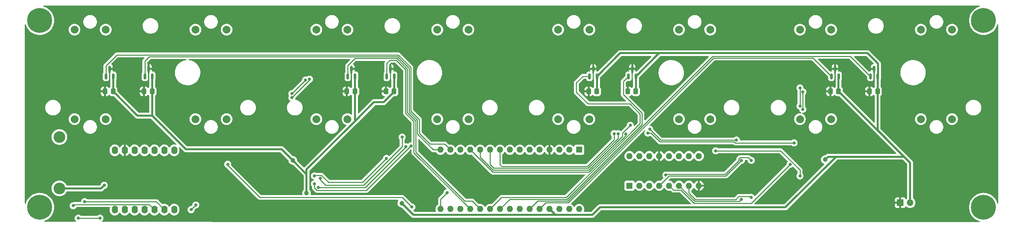
<source format=gbr>
%TF.GenerationSoftware,KiCad,Pcbnew,(7.0.0-0)*%
%TF.CreationDate,2023-03-24T13:01:53+01:00*%
%TF.ProjectId,klock_pcb,6b6c6f63-6b5f-4706-9362-2e6b69636164,rev?*%
%TF.SameCoordinates,Original*%
%TF.FileFunction,Copper,L2,Bot*%
%TF.FilePolarity,Positive*%
%FSLAX46Y46*%
G04 Gerber Fmt 4.6, Leading zero omitted, Abs format (unit mm)*
G04 Created by KiCad (PCBNEW (7.0.0-0)) date 2023-03-24 13:01:53*
%MOMM*%
%LPD*%
G01*
G04 APERTURE LIST*
G04 Aperture macros list*
%AMRoundRect*
0 Rectangle with rounded corners*
0 $1 Rounding radius*
0 $2 $3 $4 $5 $6 $7 $8 $9 X,Y pos of 4 corners*
0 Add a 4 corners polygon primitive as box body*
4,1,4,$2,$3,$4,$5,$6,$7,$8,$9,$2,$3,0*
0 Add four circle primitives for the rounded corners*
1,1,$1+$1,$2,$3*
1,1,$1+$1,$4,$5*
1,1,$1+$1,$6,$7*
1,1,$1+$1,$8,$9*
0 Add four rect primitives between the rounded corners*
20,1,$1+$1,$2,$3,$4,$5,0*
20,1,$1+$1,$4,$5,$6,$7,0*
20,1,$1+$1,$6,$7,$8,$9,0*
20,1,$1+$1,$8,$9,$2,$3,0*%
G04 Aperture macros list end*
%TA.AperFunction,ComponentPad*%
%ADD10O,1.600000X2.000000*%
%TD*%
%TA.AperFunction,ComponentPad*%
%ADD11RoundRect,0.800000X0.000000X-0.200000X0.000000X0.200000X0.000000X0.200000X0.000000X-0.200000X0*%
%TD*%
%TA.AperFunction,ComponentPad*%
%ADD12C,3.000000*%
%TD*%
%TA.AperFunction,ComponentPad*%
%ADD13C,6.400000*%
%TD*%
%TA.AperFunction,ComponentPad*%
%ADD14R,1.600000X1.600000*%
%TD*%
%TA.AperFunction,ComponentPad*%
%ADD15O,1.600000X1.600000*%
%TD*%
%TA.AperFunction,ComponentPad*%
%ADD16R,1.700000X1.700000*%
%TD*%
%TA.AperFunction,ComponentPad*%
%ADD17O,1.700000X1.700000*%
%TD*%
%TA.AperFunction,ComponentPad*%
%ADD18C,2.000000*%
%TD*%
%TA.AperFunction,SMDPad,CuDef*%
%ADD19RoundRect,0.250000X0.337500X0.475000X-0.337500X0.475000X-0.337500X-0.475000X0.337500X-0.475000X0*%
%TD*%
%TA.AperFunction,SMDPad,CuDef*%
%ADD20RoundRect,0.150000X0.150000X-0.587500X0.150000X0.587500X-0.150000X0.587500X-0.150000X-0.587500X0*%
%TD*%
%TA.AperFunction,ViaPad*%
%ADD21C,0.800000*%
%TD*%
%TA.AperFunction,ViaPad*%
%ADD22C,1.200000*%
%TD*%
%TA.AperFunction,Conductor*%
%ADD23C,0.250000*%
%TD*%
%TA.AperFunction,Conductor*%
%ADD24C,0.500000*%
%TD*%
G04 APERTURE END LIST*
D10*
%TO.P,U18,1,PA02_A0_D0*%
%TO.N,unconnected-(U18-PA02_A0_D0-Pad1)*%
X45323249Y-121772999D03*
D11*
%TO.P,U18,2,PA4_A1_D1*%
%TO.N,unconnected-(U18-PA4_A1_D1-Pad2)*%
X47863250Y-121773000D03*
%TO.P,U18,3,PA10_A2_D2*%
%TO.N,unconnected-(U18-PA10_A2_D2-Pad3)*%
X50403250Y-121773000D03*
%TO.P,U18,4,PA11_A3_D3*%
%TO.N,unconnected-(U18-PA11_A3_D3-Pad4)*%
X52943250Y-121773000D03*
%TO.P,U18,5,PA8_A4_D4_SDA*%
%TO.N,SDA_3V*%
X55483250Y-121773000D03*
%TO.P,U18,6,PA9_A5_D5_SCL*%
%TO.N,SCL_3V*%
X58023250Y-121773000D03*
%TO.P,U18,7,TX*%
%TO.N,unconnected-(U18-TX-Pad7)*%
X60563250Y-121773000D03*
%TO.P,U18,8,RX*%
%TO.N,unconnected-(U18-RX-Pad8)*%
X60563250Y-106533000D03*
%TO.P,U18,9,SCK*%
%TO.N,unconnected-(U18-SCK-Pad9)*%
X58023250Y-106533000D03*
%TO.P,U18,10,MISO/D9*%
%TO.N,unconnected-(U18-MISO{slash}D9-Pad10)*%
X55483250Y-106533000D03*
%TO.P,U18,11,MOSI/D10*%
%TO.N,unconnected-(U18-MOSI{slash}D10-Pad11)*%
X52943250Y-106533000D03*
%TO.P,U18,12,3V3*%
%TO.N,+3.3V*%
X50403250Y-106533000D03*
%TO.P,U18,13,GND*%
%TO.N,GND*%
X47863250Y-106533000D03*
%TO.P,U18,14,5V*%
%TO.N,VDD*%
X45323250Y-106533000D03*
%TD*%
D12*
%TO.P,BT1,1,+*%
%TO.N,+BATT*%
X31115000Y-103124000D03*
X31115000Y-116324000D03*
%TD*%
D13*
%TO.P,H3,1*%
%TO.N,N/C*%
X268065000Y-73175000D03*
%TD*%
%TO.P,H4,1*%
%TO.N,N/C*%
X268065000Y-121175000D03*
%TD*%
D14*
%TO.P,U15,1,QB*%
%TO.N,M1_DIR*%
X177299999Y-115619999D03*
D15*
%TO.P,U15,2,QC*%
%TO.N,M2_DIR*%
X179839999Y-115619999D03*
%TO.P,U15,3,QD*%
%TO.N,M3_DIR*%
X182379999Y-115619999D03*
%TO.P,U15,4,QE*%
%TO.N,M4_DIR*%
X184919999Y-115619999D03*
%TO.P,U15,5,QF*%
%TO.N,M5_DIR*%
X187459999Y-115619999D03*
%TO.P,U15,6,QG*%
%TO.N,M6_DIR*%
X189999999Y-115619999D03*
%TO.P,U15,7,QH*%
%TO.N,M7_DIR*%
X192539999Y-115619999D03*
%TO.P,U15,8,GND*%
%TO.N,GND*%
X195079999Y-115619999D03*
%TO.P,U15,9,QH'*%
%TO.N,unconnected-(U15-QH'-Pad9)*%
X195079999Y-107999999D03*
%TO.P,U15,10,~{SRCLR}*%
%TO.N,VDD*%
X192539999Y-107999999D03*
%TO.P,U15,11,SRCLK*%
%TO.N,SRCLK*%
X189999999Y-107999999D03*
%TO.P,U15,12,RCLK*%
%TO.N,RCLK*%
X187459999Y-107999999D03*
%TO.P,U15,13,~{OE}*%
%TO.N,GND*%
X184919999Y-107999999D03*
%TO.P,U15,14,SER*%
%TO.N,SER*%
X182379999Y-107999999D03*
%TO.P,U15,15,QA*%
%TO.N,M0_DIR*%
X179839999Y-107999999D03*
%TO.P,U15,16,VCC*%
%TO.N,VDD*%
X177299999Y-107999999D03*
%TD*%
D16*
%TO.P,J3,1,Pin_1*%
%TO.N,GND*%
X246724999Y-119999999D03*
D17*
%TO.P,J3,2,Pin_2*%
%TO.N,VDD*%
X249264999Y-119999999D03*
%TD*%
D18*
%TO.P,U9,1,A4*%
%TO.N,M0_A3*%
X35000000Y-98515000D03*
%TO.P,U9,2,A3*%
%TO.N,M0_A4*%
X43000000Y-98515000D03*
%TO.P,U9,3,B2*%
%TO.N,M1_B1*%
X66000000Y-98515000D03*
%TO.P,U9,4,B1*%
%TO.N,M1_B2*%
X74000000Y-98515000D03*
%TO.P,U9,5,B4*%
%TO.N,M1_B3*%
X74000000Y-75515000D03*
%TO.P,U9,6,B3*%
%TO.N,M1_B4*%
X66000000Y-75515000D03*
%TO.P,U9,7,A2*%
%TO.N,M0_A1*%
X43000000Y-75515000D03*
%TO.P,U9,8,A1*%
%TO.N,M0_A2*%
X35000000Y-75515000D03*
%TD*%
D14*
%TO.P,A1,1,TX1*%
%TO.N,SRCLK*%
X164399999Y-106379999D03*
D15*
%TO.P,A1,2,RX1*%
%TO.N,RCLK*%
X161859999Y-106379999D03*
%TO.P,A1,3,~{RESET}*%
%TO.N,unconnected-(A1-~{RESET}-Pad3)*%
X159319999Y-106379999D03*
%TO.P,A1,4,GND*%
%TO.N,GND*%
X156779999Y-106379999D03*
%TO.P,A1,5,D2*%
%TO.N,M0_STEP*%
X154239999Y-106379999D03*
%TO.P,A1,6,D3*%
%TO.N,M1_STEP*%
X151699999Y-106379999D03*
%TO.P,A1,7,D4*%
%TO.N,M2_STEP*%
X149159999Y-106379999D03*
%TO.P,A1,8,D5*%
%TO.N,M3_STEP*%
X146619999Y-106379999D03*
%TO.P,A1,9,D6*%
%TO.N,M4_STEP*%
X144079999Y-106379999D03*
%TO.P,A1,10,D7*%
%TO.N,M5_STEP*%
X141539999Y-106379999D03*
%TO.P,A1,11,D8*%
%TO.N,M6_STEP*%
X138999999Y-106379999D03*
%TO.P,A1,12,D9*%
%TO.N,M7_STEP*%
X136459999Y-106379999D03*
%TO.P,A1,13,D10*%
%TO.N,SER*%
X133919999Y-106379999D03*
%TO.P,A1,14,MOSI*%
%TO.N,MAG_M0*%
X131379999Y-106379999D03*
%TO.P,A1,15,MISO*%
%TO.N,MAG_M1*%
X128839999Y-106379999D03*
%TO.P,A1,16,SCK*%
%TO.N,DRV_RESET*%
X128839999Y-121619999D03*
%TO.P,A1,17,3V3*%
%TO.N,unconnected-(A1-3V3-Pad17)*%
X131379999Y-121619999D03*
%TO.P,A1,18,AREF*%
%TO.N,unconnected-(A1-AREF-Pad18)*%
X133919999Y-121619999D03*
%TO.P,A1,19,A0*%
%TO.N,MAG_M3*%
X136459999Y-121619999D03*
%TO.P,A1,20,A1*%
%TO.N,MAG_M2*%
X138999999Y-121619999D03*
%TO.P,A1,21,A2*%
%TO.N,MAG_M4*%
X141539999Y-121619999D03*
%TO.P,A1,22,A3*%
%TO.N,MAG_M5*%
X144079999Y-121619999D03*
%TO.P,A1,23,SDA/A4*%
%TO.N,SDA*%
X146619999Y-121619999D03*
%TO.P,A1,24,SCL/A5*%
%TO.N,SCL*%
X149159999Y-121619999D03*
%TO.P,A1,25,A6*%
%TO.N,MAG_M7*%
X151699999Y-121619999D03*
%TO.P,A1,26,A7*%
%TO.N,MAG_M6*%
X154239999Y-121619999D03*
%TO.P,A1,27,+5V*%
%TO.N,VDD*%
X156779999Y-121619999D03*
%TO.P,A1,28,~{RESET}*%
%TO.N,unconnected-(A1-~{RESET}-Pad28)*%
X159319999Y-121619999D03*
%TO.P,A1,29,GND*%
%TO.N,GND*%
X161859999Y-121619999D03*
%TO.P,A1,30,VIN*%
%TO.N,unconnected-(A1-VIN-Pad30)*%
X164399999Y-121619999D03*
%TD*%
D18*
%TO.P,U11,1,A4*%
%TO.N,M3_A4*%
X97000000Y-98515000D03*
%TO.P,U11,2,A3*%
%TO.N,M3_A3*%
X105000000Y-98515000D03*
%TO.P,U11,3,B2*%
%TO.N,M2_B2*%
X128000000Y-98515000D03*
%TO.P,U11,4,B1*%
%TO.N,M2_B1*%
X136000000Y-98515000D03*
%TO.P,U11,5,B4*%
%TO.N,M2_B4*%
X136000000Y-75515000D03*
%TO.P,U11,6,B3*%
%TO.N,M2_B3*%
X128000000Y-75515000D03*
%TO.P,U11,7,A2*%
%TO.N,M3_A2*%
X105000000Y-75515000D03*
%TO.P,U11,8,A1*%
%TO.N,M3_A1*%
X97000000Y-75515000D03*
%TD*%
D13*
%TO.P,H2,1*%
%TO.N,N/C*%
X26065000Y-121175000D03*
%TD*%
D18*
%TO.P,U14,1,A4*%
%TO.N,M7_A4*%
X221000000Y-98515000D03*
%TO.P,U14,2,A3*%
%TO.N,M7_A3*%
X229000000Y-98515000D03*
%TO.P,U14,3,B2*%
%TO.N,M6_B2*%
X252000000Y-98515000D03*
%TO.P,U14,4,B1*%
%TO.N,M6_B1*%
X260000000Y-98515000D03*
%TO.P,U14,5,B4*%
%TO.N,M6_B4*%
X260000000Y-75515000D03*
%TO.P,U14,6,B3*%
%TO.N,M6_B3*%
X252000000Y-75515000D03*
%TO.P,U14,7,A2*%
%TO.N,M7_A2*%
X229000000Y-75515000D03*
%TO.P,U14,8,A1*%
%TO.N,M7_A1*%
X221000000Y-75515000D03*
%TD*%
D13*
%TO.P,H1,1*%
%TO.N,N/C*%
X26065000Y-73175000D03*
%TD*%
D18*
%TO.P,U12,1,A4*%
%TO.N,M4_A3*%
X159000000Y-98515000D03*
%TO.P,U12,2,A3*%
%TO.N,M4_A4*%
X167000000Y-98515000D03*
%TO.P,U12,3,B2*%
%TO.N,M5_B1*%
X190000000Y-98515000D03*
%TO.P,U12,4,B1*%
%TO.N,M5_B2*%
X198000000Y-98515000D03*
%TO.P,U12,5,B4*%
%TO.N,M5_B3*%
X198000000Y-75515000D03*
%TO.P,U12,6,B3*%
%TO.N,M5_B4*%
X190000000Y-75515000D03*
%TO.P,U12,7,A2*%
%TO.N,M4_A1*%
X167000000Y-75515000D03*
%TO.P,U12,8,A1*%
%TO.N,M4_A2*%
X159000000Y-75515000D03*
%TD*%
D19*
%TO.P,C7,1*%
%TO.N,VDD*%
X168902500Y-91375000D03*
%TO.P,C7,2*%
%TO.N,GND*%
X166827500Y-91375000D03*
%TD*%
D20*
%TO.P,U2,1,Vdd*%
%TO.N,VDD*%
X54950000Y-87512500D03*
%TO.P,U2,2,GND*%
%TO.N,GND*%
X54000000Y-85637500D03*
%TO.P,U2,3,OUTPUT*%
%TO.N,MAG_M1*%
X53050000Y-87512500D03*
%TD*%
%TO.P,U6,1,Vdd*%
%TO.N,VDD*%
X178950000Y-87512500D03*
%TO.P,U6,2,GND*%
%TO.N,GND*%
X178000000Y-85637500D03*
%TO.P,U6,3,OUTPUT*%
%TO.N,MAG_M5*%
X177050000Y-87512500D03*
%TD*%
D19*
%TO.P,C3,1*%
%TO.N,VDD*%
X44902500Y-91375000D03*
%TO.P,C3,2*%
%TO.N,GND*%
X42827500Y-91375000D03*
%TD*%
%TO.P,C5,1*%
%TO.N,VDD*%
X106902500Y-91375000D03*
%TO.P,C5,2*%
%TO.N,GND*%
X104827500Y-91375000D03*
%TD*%
D20*
%TO.P,U3,1,Vdd*%
%TO.N,VDD*%
X106950000Y-87512500D03*
%TO.P,U3,2,GND*%
%TO.N,GND*%
X106000000Y-85637500D03*
%TO.P,U3,3,OUTPUT*%
%TO.N,MAG_M2*%
X105050000Y-87512500D03*
%TD*%
%TO.P,U7,1,Vdd*%
%TO.N,VDD*%
X230950000Y-87512500D03*
%TO.P,U7,2,GND*%
%TO.N,GND*%
X230000000Y-85637500D03*
%TO.P,U7,3,OUTPUT*%
%TO.N,MAG_M6*%
X229050000Y-87512500D03*
%TD*%
%TO.P,U8,1,Vdd*%
%TO.N,VDD*%
X240950000Y-87512500D03*
%TO.P,U8,2,GND*%
%TO.N,GND*%
X240000000Y-85637500D03*
%TO.P,U8,3,OUTPUT*%
%TO.N,MAG_M7*%
X239050000Y-87512500D03*
%TD*%
D19*
%TO.P,C4,1*%
%TO.N,VDD*%
X54902500Y-91375000D03*
%TO.P,C4,2*%
%TO.N,GND*%
X52827500Y-91375000D03*
%TD*%
%TO.P,C8,1*%
%TO.N,VDD*%
X178902500Y-91375000D03*
%TO.P,C8,2*%
%TO.N,GND*%
X176827500Y-91375000D03*
%TD*%
%TO.P,C6,1*%
%TO.N,VDD*%
X116902500Y-91375000D03*
%TO.P,C6,2*%
%TO.N,GND*%
X114827500Y-91375000D03*
%TD*%
D20*
%TO.P,U4,1,Vdd*%
%TO.N,VDD*%
X116950000Y-87512500D03*
%TO.P,U4,2,GND*%
%TO.N,GND*%
X116000000Y-85637500D03*
%TO.P,U4,3,OUTPUT*%
%TO.N,MAG_M3*%
X115050000Y-87512500D03*
%TD*%
D19*
%TO.P,C11,1*%
%TO.N,VDD*%
X230902500Y-91375000D03*
%TO.P,C11,2*%
%TO.N,GND*%
X228827500Y-91375000D03*
%TD*%
D20*
%TO.P,U5,1,Vdd*%
%TO.N,VDD*%
X168950000Y-87512500D03*
%TO.P,U5,2,GND*%
%TO.N,GND*%
X168000000Y-85637500D03*
%TO.P,U5,3,OUTPUT*%
%TO.N,MAG_M4*%
X167050000Y-87512500D03*
%TD*%
D19*
%TO.P,C12,1*%
%TO.N,VDD*%
X240902500Y-91375000D03*
%TO.P,C12,2*%
%TO.N,GND*%
X238827500Y-91375000D03*
%TD*%
D20*
%TO.P,U1,1,Vdd*%
%TO.N,VDD*%
X44950000Y-87512500D03*
%TO.P,U1,2,GND*%
%TO.N,GND*%
X44000000Y-85637500D03*
%TO.P,U1,3,OUTPUT*%
%TO.N,MAG_M0*%
X43050000Y-87512500D03*
%TD*%
D21*
%TO.N,SCL_3V*%
X37592000Y-119723500D03*
%TO.N,SDA_3V*%
X34671000Y-120777000D03*
%TO.N,SCL*%
X64892701Y-121788701D03*
X66099201Y-120582201D03*
%TO.N,SDA*%
X35941000Y-123952000D03*
X41529000Y-123952000D03*
%TO.N,+BATT*%
X42619813Y-115517813D03*
%TO.N,GND*%
X114265000Y-98175000D03*
X264500000Y-100250000D03*
X52500000Y-116500000D03*
X185265000Y-90175000D03*
X239265000Y-96175000D03*
X264265000Y-79175000D03*
X185265000Y-119175000D03*
X209265000Y-96175000D03*
X148265000Y-97175000D03*
X114265000Y-116175000D03*
X263750000Y-118500000D03*
X144265000Y-115175000D03*
X111265000Y-91175000D03*
X59265000Y-89175000D03*
X209265000Y-79175000D03*
X147265000Y-79175000D03*
X259250000Y-109500000D03*
X234265000Y-89175000D03*
X253000000Y-114750000D03*
X252000000Y-104250000D03*
X99265000Y-91175000D03*
X84265000Y-78175000D03*
X31265000Y-80175000D03*
X245265000Y-89175000D03*
X226265000Y-115175000D03*
X171250000Y-91750000D03*
X85765000Y-114175000D03*
X48265000Y-89175000D03*
X104265000Y-109175000D03*
D22*
X264420142Y-109079858D03*
D21*
X85765000Y-110175000D03*
X171265000Y-115175000D03*
D22*
X266000000Y-114250000D03*
D21*
X200265000Y-116175000D03*
X247000000Y-114500000D03*
X218265000Y-113175000D03*
%TO.N,M0_STEP*%
X98000000Y-113670500D03*
X119000000Y-103120000D03*
%TO.N,M2_STEP*%
X119987701Y-105607701D03*
X97500000Y-116120000D03*
%TO.N,M3_STEP*%
X96500000Y-115120000D03*
X121262299Y-105382299D03*
%TO.N,M4_STEP*%
X204724500Y-103895500D03*
X173342348Y-102252348D03*
X182500000Y-101120000D03*
%TO.N,M5_STEP*%
X219500000Y-104620000D03*
X182000000Y-102120000D03*
X174355000Y-102265000D03*
%TO.N,M6_STEP*%
X177500000Y-100120000D03*
%TO.N,M7_STEP*%
X221000000Y-113120000D03*
X199382253Y-106663247D03*
X176307549Y-102337049D03*
%TO.N,DRV_RESET*%
X208500000Y-109120000D03*
X121500000Y-121120000D03*
X130500000Y-117445500D03*
X74285000Y-110120000D03*
X186614989Y-112900412D03*
D22*
%TO.N,VDD*%
X118894858Y-120105142D03*
X90962500Y-109120000D03*
X227500000Y-108920000D03*
X94500000Y-117495500D03*
D21*
%TO.N,M3_A2*%
X95250000Y-88250000D03*
X90750000Y-93000000D03*
%TO.N,M3_A1*%
X94237701Y-88487701D03*
X90737701Y-91987701D03*
%TO.N,M0_DIR*%
X114987701Y-108607701D03*
X96500000Y-113120000D03*
%TO.N,M6_DIR*%
X206000000Y-119120000D03*
%TO.N,M7_DIR*%
X208500000Y-118620000D03*
%TO.N,M5_DIR*%
X218500000Y-110120000D03*
%TO.N,M7_A2*%
X221724349Y-91500000D03*
X221724349Y-96004589D03*
%TO.N,M7_A1*%
X220999849Y-95158392D03*
X220999849Y-90500000D03*
%TO.N,M4_DIR*%
X206012299Y-109107701D03*
%TD*%
D23*
%TO.N,SCL*%
X66099201Y-120582201D02*
X64892701Y-121788701D01*
%TO.N,SCL_3V*%
X58023250Y-121773000D02*
X55973750Y-119723500D01*
X55973750Y-119723500D02*
X37592000Y-119723500D01*
%TO.N,SDA_3V*%
X54158250Y-120448000D02*
X35000000Y-120448000D01*
X55483250Y-121773000D02*
X54158250Y-120448000D01*
X35000000Y-120448000D02*
X34671000Y-120777000D01*
%TO.N,SDA*%
X41529000Y-123952000D02*
X35941000Y-123952000D01*
D24*
%TO.N,+BATT*%
X42619813Y-115517813D02*
X41813626Y-116324000D01*
X41813626Y-116324000D02*
X31115000Y-116324000D01*
%TO.N,GND*%
X264420142Y-109079858D02*
X266000000Y-110659716D01*
X266000000Y-110659716D02*
X266000000Y-114250000D01*
D23*
%TO.N,M0_STEP*%
X109120000Y-115500000D02*
X99380000Y-115500000D01*
X119000000Y-103120000D02*
X119000000Y-105620000D01*
X98000000Y-114120000D02*
X98000000Y-113670500D01*
X99380000Y-115500000D02*
X98000000Y-114120000D01*
X119000000Y-105620000D02*
X109120000Y-115500000D01*
%TO.N,M2_STEP*%
X119987701Y-105632299D02*
X109500000Y-116120000D01*
X119987701Y-105607701D02*
X119987701Y-105632299D01*
X109500000Y-116120000D02*
X97500000Y-116120000D01*
%TO.N,M3_STEP*%
X120475000Y-106170305D02*
X109800305Y-116845000D01*
X121237701Y-105382299D02*
X120475000Y-106145000D01*
X97199695Y-116845000D02*
X96500000Y-116145305D01*
X109800305Y-116845000D02*
X97199695Y-116845000D01*
X120475000Y-106145000D02*
X120475000Y-106170305D01*
X96500000Y-116145305D02*
X96500000Y-115120000D01*
X121262299Y-105382299D02*
X121237701Y-105382299D01*
%TO.N,M4_STEP*%
X144080000Y-110200000D02*
X144080000Y-106380000D01*
X173342348Y-102252348D02*
X173342348Y-103822880D01*
X166495228Y-110670000D02*
X144550000Y-110670000D01*
X173342348Y-103822880D02*
X166495228Y-110670000D01*
X185275500Y-103895500D02*
X182500000Y-101120000D01*
X144550000Y-110670000D02*
X144080000Y-110200000D01*
X204724500Y-103895500D02*
X185275500Y-103895500D01*
%TO.N,M5_STEP*%
X166681624Y-111120000D02*
X142500000Y-111120000D01*
X204149195Y-104345500D02*
X185089104Y-104345500D01*
X204424195Y-104620500D02*
X204149195Y-104345500D01*
X142500000Y-111120000D02*
X141540000Y-110160000D01*
X219500000Y-104620000D02*
X219499500Y-104620500D01*
X174355000Y-103446624D02*
X166681624Y-111120000D01*
X182863604Y-102120000D02*
X182000000Y-102120000D01*
X185089104Y-104345500D02*
X182863604Y-102120000D01*
X219499500Y-104620500D02*
X204424195Y-104620500D01*
X141540000Y-110160000D02*
X141540000Y-106380000D01*
X174355000Y-102265000D02*
X174355000Y-103446624D01*
%TO.N,M6_STEP*%
X139000000Y-108283604D02*
X139000000Y-106380000D01*
X177500000Y-100120000D02*
X175500000Y-102120000D01*
X175500000Y-102120000D02*
X175500000Y-102938020D01*
X175500000Y-102938020D02*
X166818020Y-111620000D01*
X142336396Y-111620000D02*
X139000000Y-108283604D01*
X166818020Y-111620000D02*
X142336396Y-111620000D01*
%TO.N,M7_STEP*%
X176307549Y-102337049D02*
X176307549Y-102766867D01*
X142200000Y-112120000D02*
X136460000Y-106380000D01*
X216068552Y-106663247D02*
X199382253Y-106663247D01*
X166954416Y-112120000D02*
X142200000Y-112120000D01*
X176307549Y-102766867D02*
X166954416Y-112120000D01*
X221000000Y-111594695D02*
X216068552Y-106663247D01*
X221000000Y-113120000D02*
X221000000Y-111594695D01*
%TO.N,MAG_M0*%
X121215000Y-96415812D02*
X121215000Y-85215812D01*
X45830000Y-82020000D02*
X43050000Y-84800000D01*
X123400000Y-98600812D02*
X121215000Y-96415812D01*
X121215000Y-85215812D02*
X118019188Y-82020000D01*
X123400000Y-102188604D02*
X123400000Y-98600812D01*
X131380000Y-106380000D02*
X129914302Y-104914302D01*
X129914302Y-104914302D02*
X126125698Y-104914302D01*
X43050000Y-84800000D02*
X43050000Y-87512500D01*
X126125698Y-104914302D02*
X123400000Y-102188604D01*
X118019188Y-82020000D02*
X45830000Y-82020000D01*
%TO.N,MAG_M1*%
X53050000Y-87512500D02*
X53050000Y-83590000D01*
X120765000Y-85402208D02*
X120765000Y-96602208D01*
X122950000Y-102375000D02*
X126955000Y-106380000D01*
X53050000Y-83590000D02*
X54170000Y-82470000D01*
X126955000Y-106380000D02*
X128840000Y-106380000D01*
X120765000Y-96602208D02*
X122950000Y-98787208D01*
X117832792Y-82470000D02*
X120765000Y-85402208D01*
X54170000Y-82470000D02*
X117832792Y-82470000D01*
X122950000Y-98787208D02*
X122950000Y-102375000D01*
%TO.N,DRV_RESET*%
X205711994Y-108382701D02*
X207762701Y-108382701D01*
X130500000Y-117445500D02*
X128840000Y-119105500D01*
X74285000Y-110405000D02*
X82500000Y-118620000D01*
X186845401Y-112670000D02*
X201813604Y-112670000D01*
X205287299Y-109196305D02*
X205287299Y-108807396D01*
X119000000Y-118620000D02*
X121500000Y-121120000D01*
X205287299Y-108807396D02*
X205711994Y-108382701D01*
X207762701Y-108382701D02*
X208500000Y-109120000D01*
X82500000Y-118620000D02*
X119000000Y-118620000D01*
X186614989Y-112900412D02*
X186845401Y-112670000D01*
X128840000Y-119105500D02*
X128840000Y-121620000D01*
X74285000Y-110120000D02*
X74285000Y-110405000D01*
X201813604Y-112670000D02*
X205287299Y-109196305D01*
%TO.N,MAG_M2*%
X120315000Y-85588604D02*
X117646396Y-82920000D01*
X136951802Y-119571802D02*
X135048198Y-119571802D01*
X122500000Y-107023604D02*
X122500000Y-98973604D01*
X106920000Y-82920000D02*
X105050000Y-84790000D01*
X135048198Y-119571802D02*
X122500000Y-107023604D01*
X117646396Y-82920000D02*
X106920000Y-82920000D01*
X120315000Y-96788604D02*
X120315000Y-85588604D01*
X105050000Y-84790000D02*
X105050000Y-87512500D01*
X122500000Y-98973604D02*
X120315000Y-96788604D01*
X139000000Y-121620000D02*
X136951802Y-119571802D01*
%TO.N,MAG_M3*%
X119865000Y-85775000D02*
X119865000Y-96975000D01*
X115050000Y-87512500D02*
X115050000Y-84200000D01*
X117460000Y-83370000D02*
X119865000Y-85775000D01*
X119865000Y-96975000D02*
X122000000Y-99110000D01*
X122000000Y-99110000D02*
X122000000Y-107160000D01*
X115050000Y-84200000D02*
X115880000Y-83370000D01*
X115880000Y-83370000D02*
X117460000Y-83370000D01*
X122000000Y-107160000D02*
X136460000Y-121620000D01*
%TO.N,MAG_M4*%
X144510000Y-118650000D02*
X161060812Y-118650000D01*
X163665000Y-89175000D02*
X165327500Y-87512500D01*
X177428604Y-94575000D02*
X166665000Y-94575000D01*
X163665000Y-91575000D02*
X163665000Y-89175000D01*
X180015000Y-99695812D02*
X180015000Y-97161396D01*
X165327500Y-87512500D02*
X167050000Y-87512500D01*
X166665000Y-94575000D02*
X163665000Y-91575000D01*
X161060812Y-118650000D02*
X180015000Y-99695812D01*
X180015000Y-97161396D02*
X177428604Y-94575000D01*
X141540000Y-121620000D02*
X144510000Y-118650000D01*
%TO.N,MAG_M5*%
X177050000Y-87512500D02*
X175715000Y-88847500D01*
X180465000Y-96975000D02*
X180465000Y-99882208D01*
X161247208Y-119100000D02*
X146600000Y-119100000D01*
X146600000Y-119100000D02*
X144080000Y-121620000D01*
X175715000Y-88847500D02*
X175715000Y-92225000D01*
X175715000Y-92225000D02*
X180465000Y-96975000D01*
X180465000Y-99882208D02*
X161247208Y-119100000D01*
%TO.N,MAG_M6*%
X229050000Y-87512500D02*
X224337500Y-82800000D01*
X161620000Y-120000000D02*
X155860000Y-120000000D01*
X198820000Y-82800000D02*
X161620000Y-120000000D01*
X155860000Y-120000000D02*
X154240000Y-121620000D01*
X224337500Y-82800000D02*
X198820000Y-82800000D01*
%TO.N,MAG_M7*%
X151700000Y-121620000D02*
X153770000Y-119550000D01*
X198633604Y-82350000D02*
X233887500Y-82350000D01*
X161433604Y-119550000D02*
X198633604Y-82350000D01*
X233887500Y-82350000D02*
X239050000Y-87512500D01*
X153770000Y-119550000D02*
X161433604Y-119550000D01*
D24*
%TO.N,VDD*%
X230902500Y-87560000D02*
X230950000Y-87512500D01*
X240950000Y-91327500D02*
X240902500Y-91375000D01*
X54902500Y-87560000D02*
X54950000Y-87512500D01*
X159500000Y-123120000D02*
X167765000Y-123120000D01*
X174887500Y-81575000D02*
X168950000Y-87512500D01*
X184887500Y-81575000D02*
X178950000Y-87512500D01*
X168950000Y-87512500D02*
X168950000Y-91327500D01*
X168950000Y-91327500D02*
X168902500Y-91375000D01*
X238325000Y-81575000D02*
X184887500Y-81575000D01*
X242763750Y-103236250D02*
X242783750Y-103256250D01*
X44902500Y-91375000D02*
X51140000Y-97612500D01*
X184887500Y-81575000D02*
X174887500Y-81575000D01*
X116950000Y-87512500D02*
X116950000Y-91327500D01*
X169710000Y-121175000D02*
X217265000Y-121175000D01*
X111765000Y-94175000D02*
X114265000Y-94175000D01*
X249265000Y-109737500D02*
X242783750Y-103256250D01*
X44950000Y-91327500D02*
X44902500Y-91375000D01*
X116902500Y-91537500D02*
X116902500Y-91375000D01*
X228245000Y-108175000D02*
X227500000Y-108920000D01*
X240950000Y-87512500D02*
X240950000Y-91327500D01*
X94500000Y-111440000D02*
X106902500Y-99037500D01*
X249265000Y-120000000D02*
X249265000Y-109737500D01*
X106902500Y-99037500D02*
X106902500Y-98930953D01*
X106902500Y-91375000D02*
X106902500Y-87560000D01*
X88092500Y-106250000D02*
X63540000Y-106250000D01*
X240902500Y-101375000D02*
X242763750Y-103236250D01*
X235000000Y-108175000D02*
X236765000Y-108175000D01*
X94500000Y-117495500D02*
X94500000Y-115620000D01*
X159500000Y-123120000D02*
X158280000Y-123120000D01*
X44950000Y-87512500D02*
X44950000Y-91327500D01*
X54902500Y-97612500D02*
X54902500Y-91375000D01*
X178950000Y-91327500D02*
X178902500Y-91375000D01*
X217265000Y-121175000D02*
X230265000Y-108175000D01*
X106902500Y-87560000D02*
X106950000Y-87512500D01*
X94500000Y-115620000D02*
X94500000Y-112657500D01*
X158280000Y-123120000D02*
X156780000Y-121620000D01*
X118894858Y-120105142D02*
X121909716Y-123120000D01*
X94500000Y-111440000D02*
X94500000Y-115620000D01*
X116950000Y-91327500D02*
X116902500Y-91375000D01*
X245013750Y-105486250D02*
X247702500Y-108175000D01*
X106902500Y-99037500D02*
X106902500Y-91375000D01*
X230902500Y-91375000D02*
X230902500Y-87560000D01*
X178950000Y-87512500D02*
X178950000Y-91327500D01*
X114265000Y-94175000D02*
X116902500Y-91537500D01*
X241000000Y-87462500D02*
X241000000Y-84250000D01*
X106902500Y-91375000D02*
X106902500Y-98930953D01*
X247702500Y-108175000D02*
X235000000Y-108175000D01*
X121909716Y-123120000D02*
X159500000Y-123120000D01*
X242763750Y-103236250D02*
X245013750Y-105486250D01*
X51140000Y-97612500D02*
X54902500Y-97612500D01*
X240950000Y-87512500D02*
X241000000Y-87462500D01*
X63540000Y-106250000D02*
X54902500Y-97612500D01*
X241000000Y-84250000D02*
X238325000Y-81575000D01*
X240902500Y-91375000D02*
X240902500Y-101375000D01*
X230902500Y-91375000D02*
X242783750Y-103256250D01*
X90962500Y-109120000D02*
X88092500Y-106250000D01*
X54902500Y-91375000D02*
X54902500Y-87560000D01*
X94500000Y-112657500D02*
X90962500Y-109120000D01*
X236765000Y-108175000D02*
X228245000Y-108175000D01*
X167765000Y-123120000D02*
X169710000Y-121175000D01*
X106902500Y-99037500D02*
X111765000Y-94175000D01*
D23*
%TO.N,M3_A2*%
X90750000Y-93000000D02*
X95250000Y-88500000D01*
X95250000Y-88500000D02*
X95250000Y-88250000D01*
%TO.N,M3_A1*%
X90737701Y-91987701D02*
X94237701Y-88487701D01*
%TO.N,M0_DIR*%
X100104805Y-114750000D02*
X98300305Y-112945500D01*
X96674500Y-112945500D02*
X96500000Y-113120000D01*
X98300305Y-112945500D02*
X96674500Y-112945500D01*
X114987701Y-108607701D02*
X108845402Y-114750000D01*
X108845402Y-114750000D02*
X100104805Y-114750000D01*
%TO.N,M6_DIR*%
X205450000Y-119670000D02*
X194050000Y-119670000D01*
X194050000Y-119670000D02*
X190000000Y-115620000D01*
X206000000Y-119120000D02*
X205450000Y-119670000D01*
%TO.N,M7_DIR*%
X208500000Y-118620000D02*
X208275000Y-118395000D01*
X192540000Y-117523604D02*
X192540000Y-115620000D01*
X208275000Y-118395000D02*
X205325000Y-118395000D01*
X204500000Y-119220000D02*
X194236396Y-119220000D01*
X194236396Y-119220000D02*
X192540000Y-117523604D01*
X205325000Y-118395000D02*
X204500000Y-119220000D01*
%TO.N,M5_DIR*%
X218500000Y-110120000D02*
X208500000Y-120120000D01*
X193863604Y-120120000D02*
X190488604Y-116745000D01*
X208500000Y-120120000D02*
X193863604Y-120120000D01*
X188585000Y-116745000D02*
X187460000Y-115620000D01*
X190488604Y-116745000D02*
X188585000Y-116745000D01*
%TO.N,M7_A2*%
X221724349Y-91500000D02*
X221724349Y-96004589D01*
%TO.N,M7_A1*%
X220999849Y-90500000D02*
X220999849Y-95158392D01*
%TO.N,M4_DIR*%
X206012299Y-109107701D02*
X202000000Y-113120000D01*
X187420000Y-113120000D02*
X184920000Y-115620000D01*
X202000000Y-113120000D02*
X187420000Y-113120000D01*
%TD*%
%TA.AperFunction,Conductor*%
%TO.N,GND*%
G36*
X238010223Y-82334939D02*
G01*
X238050451Y-82361819D01*
X239131023Y-83442391D01*
X239876952Y-84188319D01*
X239907202Y-84237682D01*
X239911744Y-84295398D01*
X239889589Y-84348885D01*
X239845566Y-84386485D01*
X239789271Y-84400000D01*
X239786803Y-84400000D01*
X239781923Y-84400191D01*
X239753826Y-84402402D01*
X239741420Y-84404668D01*
X239597294Y-84446541D01*
X239583087Y-84452689D01*
X239455161Y-84528344D01*
X239442925Y-84537835D01*
X239337835Y-84642925D01*
X239328344Y-84655161D01*
X239252689Y-84783087D01*
X239246541Y-84797294D01*
X239204668Y-84941420D01*
X239202402Y-84953826D01*
X239200191Y-84981923D01*
X239200000Y-84986803D01*
X239200000Y-85371174D01*
X239203450Y-85384049D01*
X239216326Y-85387500D01*
X240125500Y-85387500D01*
X240187500Y-85404113D01*
X240232887Y-85449500D01*
X240249500Y-85511500D01*
X240249500Y-86544031D01*
X240232232Y-86607151D01*
X240198256Y-86664602D01*
X240196080Y-86672091D01*
X240196079Y-86672094D01*
X240154170Y-86816342D01*
X240154168Y-86816351D01*
X240152402Y-86822431D01*
X240151905Y-86828739D01*
X240151904Y-86828748D01*
X240149691Y-86856871D01*
X240149690Y-86856886D01*
X240149500Y-86859306D01*
X240149500Y-88165694D01*
X240149690Y-88168114D01*
X240149691Y-88168128D01*
X240151904Y-88196251D01*
X240151905Y-88196258D01*
X240152402Y-88202569D01*
X240154168Y-88208650D01*
X240154170Y-88208657D01*
X240194576Y-88347731D01*
X240199500Y-88382326D01*
X240199500Y-90174454D01*
X240183777Y-90234886D01*
X240140596Y-90279993D01*
X240102496Y-90303492D01*
X240102487Y-90303498D01*
X240096344Y-90307288D01*
X240091236Y-90312395D01*
X240091232Y-90312399D01*
X239977393Y-90426238D01*
X239977389Y-90426242D01*
X239972288Y-90431344D01*
X239968499Y-90437486D01*
X239964016Y-90443157D01*
X239962566Y-90442010D01*
X239925122Y-90477845D01*
X239864689Y-90493559D01*
X239804262Y-90477829D01*
X239767117Y-90442263D01*
X239765590Y-90443471D01*
X239752205Y-90426544D01*
X239638455Y-90312794D01*
X239627194Y-90303890D01*
X239490266Y-90219432D01*
X239477267Y-90213370D01*
X239324125Y-90162624D01*
X239310958Y-90159805D01*
X239218109Y-90150319D01*
X239211832Y-90150000D01*
X239093826Y-90150000D01*
X239080950Y-90153450D01*
X239077500Y-90166326D01*
X239077500Y-92583673D01*
X239080950Y-92596548D01*
X239093826Y-92599999D01*
X239211829Y-92599999D01*
X239218111Y-92599678D01*
X239310959Y-92590194D01*
X239324122Y-92587376D01*
X239477267Y-92536629D01*
X239490266Y-92530567D01*
X239627194Y-92446109D01*
X239638455Y-92437205D01*
X239752205Y-92323455D01*
X239765590Y-92306529D01*
X239767119Y-92307738D01*
X239804253Y-92272174D01*
X239864689Y-92256440D01*
X239925129Y-92272157D01*
X239962564Y-92307990D01*
X239964016Y-92306843D01*
X239968498Y-92312511D01*
X239972288Y-92318656D01*
X240096344Y-92442712D01*
X240102489Y-92446502D01*
X240104910Y-92448416D01*
X240139608Y-92491650D01*
X240152000Y-92545683D01*
X240152000Y-99263771D01*
X240138485Y-99320066D01*
X240100885Y-99364089D01*
X240047398Y-99386244D01*
X239989682Y-99381702D01*
X239940319Y-99351452D01*
X236066866Y-95477999D01*
X232485697Y-91896829D01*
X237740001Y-91896829D01*
X237740321Y-91903111D01*
X237749805Y-91995959D01*
X237752623Y-92009122D01*
X237803370Y-92162267D01*
X237809432Y-92175266D01*
X237893890Y-92312194D01*
X237902794Y-92323455D01*
X238016544Y-92437205D01*
X238027805Y-92446109D01*
X238164733Y-92530567D01*
X238177732Y-92536629D01*
X238330874Y-92587375D01*
X238344041Y-92590194D01*
X238436890Y-92599680D01*
X238443168Y-92600000D01*
X238561174Y-92600000D01*
X238574049Y-92596549D01*
X238577500Y-92583674D01*
X238577500Y-91641326D01*
X238574049Y-91628450D01*
X238561174Y-91625000D01*
X237756327Y-91625000D01*
X237743451Y-91628450D01*
X237740001Y-91641326D01*
X237740001Y-91896829D01*
X232485697Y-91896829D01*
X232026818Y-91437950D01*
X231999938Y-91397722D01*
X231990499Y-91350269D01*
X231990499Y-91108674D01*
X237740000Y-91108674D01*
X237743450Y-91121549D01*
X237756326Y-91125000D01*
X238561174Y-91125000D01*
X238574049Y-91121549D01*
X238577500Y-91108674D01*
X238577500Y-90166327D01*
X238574049Y-90153451D01*
X238561174Y-90150001D01*
X238443171Y-90150001D01*
X238436888Y-90150321D01*
X238344040Y-90159805D01*
X238330877Y-90162623D01*
X238177732Y-90213370D01*
X238164733Y-90219432D01*
X238027805Y-90303890D01*
X238016544Y-90312794D01*
X237902794Y-90426544D01*
X237893890Y-90437805D01*
X237809432Y-90574733D01*
X237803370Y-90587732D01*
X237752624Y-90740874D01*
X237749805Y-90754041D01*
X237740319Y-90846890D01*
X237740000Y-90853168D01*
X237740000Y-91108674D01*
X231990499Y-91108674D01*
X231990499Y-90853141D01*
X231990499Y-90853140D01*
X231990499Y-90849992D01*
X231979999Y-90747203D01*
X231924814Y-90580666D01*
X231840192Y-90443471D01*
X231836502Y-90437488D01*
X231836500Y-90437485D01*
X231832712Y-90431344D01*
X231708656Y-90307288D01*
X231702507Y-90303495D01*
X231700090Y-90301584D01*
X231665392Y-90258350D01*
X231653000Y-90204317D01*
X231653000Y-88476742D01*
X231670268Y-88413621D01*
X231671981Y-88410725D01*
X231701744Y-88360398D01*
X231747598Y-88202569D01*
X231750500Y-88165694D01*
X231750500Y-86859306D01*
X231747598Y-86822431D01*
X231701744Y-86664602D01*
X231630439Y-86544031D01*
X231622053Y-86529851D01*
X231622052Y-86529849D01*
X231618081Y-86523135D01*
X231501865Y-86406919D01*
X231495151Y-86402948D01*
X231495148Y-86402946D01*
X231367113Y-86327227D01*
X231367111Y-86327226D01*
X231360398Y-86323256D01*
X231352905Y-86321079D01*
X231208657Y-86279170D01*
X231208650Y-86279168D01*
X231202569Y-86277402D01*
X231196258Y-86276905D01*
X231196251Y-86276904D01*
X231168128Y-86274691D01*
X231168114Y-86274690D01*
X231165694Y-86274500D01*
X230924000Y-86274500D01*
X230862000Y-86257887D01*
X230816613Y-86212500D01*
X230800000Y-86150500D01*
X230800000Y-85903826D01*
X230796549Y-85890950D01*
X230783674Y-85887500D01*
X230266326Y-85887500D01*
X230253450Y-85890950D01*
X230250000Y-85903826D01*
X230250000Y-86543185D01*
X230232732Y-86606306D01*
X230202227Y-86657886D01*
X230202227Y-86657887D01*
X230198256Y-86664602D01*
X230196080Y-86672091D01*
X230196079Y-86672094D01*
X230154170Y-86816342D01*
X230154168Y-86816351D01*
X230152402Y-86822431D01*
X230151905Y-86828739D01*
X230151904Y-86828748D01*
X230149691Y-86856871D01*
X230149690Y-86856886D01*
X230149500Y-86859306D01*
X230149500Y-88165694D01*
X230149690Y-88168113D01*
X230149691Y-88168129D01*
X230151618Y-88192607D01*
X230152000Y-88202335D01*
X230152000Y-90204317D01*
X230139608Y-90258350D01*
X230104910Y-90301584D01*
X230102491Y-90303496D01*
X230096344Y-90307288D01*
X230091239Y-90312392D01*
X230091235Y-90312396D01*
X229977393Y-90426238D01*
X229977389Y-90426242D01*
X229972288Y-90431344D01*
X229968499Y-90437486D01*
X229964016Y-90443157D01*
X229962566Y-90442010D01*
X229925122Y-90477845D01*
X229864689Y-90493559D01*
X229804262Y-90477829D01*
X229767117Y-90442263D01*
X229765590Y-90443471D01*
X229752205Y-90426544D01*
X229638455Y-90312794D01*
X229627194Y-90303890D01*
X229490266Y-90219432D01*
X229477267Y-90213370D01*
X229324125Y-90162624D01*
X229310958Y-90159805D01*
X229218109Y-90150319D01*
X229211832Y-90150000D01*
X229093826Y-90150000D01*
X229080950Y-90153450D01*
X229077500Y-90166326D01*
X229077500Y-92583673D01*
X229080950Y-92596548D01*
X229093826Y-92599999D01*
X229211829Y-92599999D01*
X229218111Y-92599678D01*
X229310959Y-92590194D01*
X229324122Y-92587376D01*
X229477267Y-92536629D01*
X229490266Y-92530567D01*
X229627194Y-92446109D01*
X229638455Y-92437205D01*
X229752205Y-92323455D01*
X229765590Y-92306529D01*
X229767119Y-92307738D01*
X229804253Y-92272174D01*
X229864689Y-92256440D01*
X229925129Y-92272157D01*
X229962564Y-92307990D01*
X229964016Y-92306843D01*
X229968498Y-92312511D01*
X229972288Y-92318656D01*
X230096344Y-92442712D01*
X230102485Y-92446500D01*
X230102488Y-92446502D01*
X230137179Y-92467899D01*
X230245666Y-92534814D01*
X230412203Y-92589999D01*
X230514991Y-92600500D01*
X231015269Y-92600499D01*
X231062722Y-92609938D01*
X231102950Y-92636818D01*
X240310167Y-101844035D01*
X240317473Y-101852007D01*
X240319702Y-101854663D01*
X240323670Y-101860696D01*
X240328923Y-101865652D01*
X240328924Y-101865653D01*
X240378208Y-101912150D01*
X240380795Y-101914663D01*
X245678951Y-107212819D01*
X245709201Y-107262182D01*
X245713743Y-107319898D01*
X245691588Y-107373385D01*
X245647565Y-107410985D01*
X245591270Y-107424500D01*
X236852721Y-107424500D01*
X230328707Y-107424500D01*
X230310736Y-107423191D01*
X230294126Y-107420758D01*
X230294124Y-107420757D01*
X230286977Y-107419711D01*
X230279785Y-107420340D01*
X230279778Y-107420340D01*
X230237634Y-107424028D01*
X230226827Y-107424500D01*
X228308707Y-107424500D01*
X228290736Y-107423191D01*
X228274126Y-107420758D01*
X228274124Y-107420757D01*
X228266977Y-107419711D01*
X228259785Y-107420340D01*
X228259778Y-107420340D01*
X228217634Y-107424028D01*
X228206827Y-107424500D01*
X228201291Y-107424500D01*
X228197717Y-107424917D01*
X228197711Y-107424918D01*
X228170487Y-107428099D01*
X228166906Y-107428465D01*
X228099397Y-107434372D01*
X228099392Y-107434372D01*
X228092203Y-107435002D01*
X228085351Y-107437271D01*
X228081951Y-107437974D01*
X228081619Y-107438027D01*
X228081304Y-107438117D01*
X228077913Y-107438920D01*
X228070745Y-107439759D01*
X228000253Y-107465414D01*
X227996867Y-107466592D01*
X227932512Y-107487917D01*
X227932508Y-107487918D01*
X227925666Y-107490186D01*
X227919529Y-107493969D01*
X227916355Y-107495450D01*
X227916063Y-107495570D01*
X227915780Y-107495729D01*
X227912663Y-107497294D01*
X227905883Y-107499763D01*
X227899855Y-107503727D01*
X227899852Y-107503729D01*
X227843228Y-107540970D01*
X227840190Y-107542905D01*
X227782487Y-107578498D01*
X227782482Y-107578501D01*
X227776344Y-107582288D01*
X227771246Y-107587385D01*
X227768503Y-107589554D01*
X227768247Y-107589739D01*
X227767997Y-107589968D01*
X227765330Y-107592205D01*
X227759304Y-107596170D01*
X227730316Y-107626895D01*
X227707865Y-107650691D01*
X227705354Y-107653276D01*
X227575451Y-107783181D01*
X227535222Y-107810061D01*
X227487769Y-107819500D01*
X227398024Y-107819500D01*
X227392398Y-107820551D01*
X227392394Y-107820552D01*
X227203181Y-107855922D01*
X227203178Y-107855922D01*
X227197544Y-107856976D01*
X227192203Y-107859044D01*
X227192196Y-107859047D01*
X227012705Y-107928582D01*
X227012700Y-107928584D01*
X227007363Y-107930652D01*
X227002491Y-107933668D01*
X227002488Y-107933670D01*
X226838830Y-108035002D01*
X226838822Y-108035007D01*
X226833959Y-108038019D01*
X226829728Y-108041875D01*
X226829724Y-108041879D01*
X226687476Y-108171554D01*
X226687466Y-108171564D01*
X226683236Y-108175421D01*
X226679787Y-108179987D01*
X226679778Y-108179998D01*
X226563779Y-108333607D01*
X226563776Y-108333611D01*
X226560327Y-108338179D01*
X226557774Y-108343304D01*
X226557772Y-108343309D01*
X226471976Y-108515612D01*
X226469418Y-108520750D01*
X226467850Y-108526258D01*
X226467847Y-108526268D01*
X226415173Y-108711395D01*
X226415170Y-108711406D01*
X226413603Y-108716917D01*
X226413073Y-108722627D01*
X226413073Y-108722632D01*
X226401944Y-108842741D01*
X226394785Y-108920000D01*
X226395314Y-108925709D01*
X226412804Y-109114469D01*
X226413603Y-109123083D01*
X226415171Y-109128594D01*
X226415173Y-109128604D01*
X226467847Y-109313731D01*
X226467849Y-109313737D01*
X226469418Y-109319250D01*
X226471976Y-109324387D01*
X226544385Y-109469806D01*
X226560327Y-109501821D01*
X226563779Y-109506392D01*
X226679778Y-109660001D01*
X226679783Y-109660006D01*
X226683236Y-109664579D01*
X226687472Y-109668440D01*
X226687476Y-109668445D01*
X226733204Y-109710131D01*
X226833959Y-109801981D01*
X227007363Y-109909348D01*
X227088832Y-109940909D01*
X227162851Y-109969584D01*
X227212533Y-110004897D01*
X227239387Y-110059617D01*
X227236924Y-110120520D01*
X227205738Y-110172892D01*
X216990451Y-120388181D01*
X216950223Y-120415061D01*
X216902770Y-120424500D01*
X209379452Y-120424500D01*
X209323157Y-120410985D01*
X209279134Y-120373385D01*
X209256979Y-120319898D01*
X209261521Y-120262182D01*
X209291771Y-120212819D01*
X218447771Y-111056819D01*
X218487999Y-111029939D01*
X218535452Y-111020500D01*
X218588143Y-111020500D01*
X218594646Y-111020500D01*
X218779803Y-110981144D01*
X218952730Y-110904151D01*
X219105871Y-110792888D01*
X219116858Y-110780685D01*
X219172753Y-110745075D01*
X219239006Y-110743339D01*
X219296690Y-110775975D01*
X220338181Y-111817466D01*
X220365061Y-111857694D01*
X220374500Y-111905147D01*
X220374500Y-112421313D01*
X220366264Y-112465751D01*
X220342650Y-112504285D01*
X220271813Y-112582956D01*
X220271808Y-112582962D01*
X220267467Y-112587784D01*
X220264222Y-112593404D01*
X220264218Y-112593410D01*
X220176069Y-112746089D01*
X220176066Y-112746094D01*
X220172821Y-112751716D01*
X220170815Y-112757888D01*
X220170813Y-112757894D01*
X220116333Y-112925564D01*
X220116331Y-112925573D01*
X220114326Y-112931744D01*
X220113648Y-112938194D01*
X220113646Y-112938204D01*
X220098512Y-113082207D01*
X220094540Y-113120000D01*
X220095219Y-113126460D01*
X220113646Y-113301795D01*
X220113647Y-113301803D01*
X220114326Y-113308256D01*
X220116331Y-113314428D01*
X220116333Y-113314435D01*
X220170813Y-113482105D01*
X220172821Y-113488284D01*
X220176068Y-113493908D01*
X220176069Y-113493910D01*
X220247810Y-113618170D01*
X220267467Y-113652216D01*
X220271811Y-113657041D01*
X220271813Y-113657043D01*
X220353417Y-113747673D01*
X220394129Y-113792888D01*
X220547270Y-113904151D01*
X220720197Y-113981144D01*
X220905354Y-114020500D01*
X221088143Y-114020500D01*
X221094646Y-114020500D01*
X221279803Y-113981144D01*
X221452730Y-113904151D01*
X221605871Y-113792888D01*
X221732533Y-113652216D01*
X221827179Y-113488284D01*
X221885674Y-113308256D01*
X221905460Y-113120000D01*
X221889523Y-112968367D01*
X221886353Y-112938204D01*
X221886352Y-112938203D01*
X221885674Y-112931744D01*
X221827179Y-112751716D01*
X221732533Y-112587784D01*
X221657349Y-112504284D01*
X221633736Y-112465751D01*
X221625500Y-112421313D01*
X221625500Y-111672470D01*
X221626021Y-111661414D01*
X221627673Y-111654028D01*
X221625561Y-111586808D01*
X221625500Y-111582914D01*
X221625500Y-111559237D01*
X221625500Y-111555345D01*
X221624998Y-111551378D01*
X221624081Y-111539721D01*
X221622710Y-111496068D01*
X221617118Y-111476823D01*
X221613174Y-111457778D01*
X221610664Y-111437903D01*
X221594579Y-111397278D01*
X221590806Y-111386257D01*
X221578618Y-111344305D01*
X221568417Y-111327055D01*
X221559863Y-111309596D01*
X221552486Y-111290963D01*
X221526808Y-111255620D01*
X221520401Y-111245866D01*
X221502142Y-111214991D01*
X221502141Y-111214989D01*
X221498170Y-111208275D01*
X221484005Y-111194109D01*
X221471370Y-111179317D01*
X221459594Y-111163108D01*
X221453583Y-111158135D01*
X221453581Y-111158133D01*
X221425941Y-111135268D01*
X221417300Y-111127405D01*
X216565838Y-106275942D01*
X216558394Y-106267761D01*
X216554338Y-106261370D01*
X216505327Y-106215345D01*
X216502530Y-106212634D01*
X216485779Y-106195883D01*
X216485779Y-106195882D01*
X216483023Y-106193127D01*
X216479842Y-106190659D01*
X216470966Y-106183077D01*
X216444821Y-106158525D01*
X216444819Y-106158523D01*
X216439134Y-106153185D01*
X216432301Y-106149429D01*
X216432295Y-106149424D01*
X216421577Y-106143532D01*
X216405318Y-106132853D01*
X216395647Y-106125351D01*
X216395644Y-106125349D01*
X216389488Y-106120574D01*
X216382331Y-106117476D01*
X216382328Y-106117475D01*
X216349401Y-106103225D01*
X216338915Y-106098088D01*
X216307484Y-106080809D01*
X216307475Y-106080805D01*
X216300644Y-106077050D01*
X216293087Y-106075109D01*
X216293083Y-106075108D01*
X216281240Y-106072067D01*
X216262836Y-106065766D01*
X216251609Y-106060907D01*
X216251602Y-106060905D01*
X216244448Y-106057809D01*
X216236744Y-106056588D01*
X216236742Y-106056588D01*
X216201311Y-106050976D01*
X216189876Y-106048608D01*
X216155123Y-106039685D01*
X216155115Y-106039684D01*
X216147571Y-106037747D01*
X216139775Y-106037747D01*
X216127535Y-106037747D01*
X216108149Y-106036221D01*
X216088356Y-106033087D01*
X216080590Y-106033821D01*
X216080587Y-106033821D01*
X216044876Y-106037197D01*
X216033207Y-106037747D01*
X200086001Y-106037747D01*
X200035568Y-106027028D01*
X199997471Y-105999351D01*
X199997303Y-105999538D01*
X199995524Y-105997936D01*
X199993854Y-105996723D01*
X199988124Y-105990359D01*
X199982866Y-105986539D01*
X199982864Y-105986537D01*
X199840241Y-105882916D01*
X199840240Y-105882915D01*
X199834983Y-105879096D01*
X199829045Y-105876452D01*
X199667998Y-105804748D01*
X199667993Y-105804746D01*
X199662056Y-105802103D01*
X199655697Y-105800751D01*
X199655693Y-105800750D01*
X199483261Y-105764099D01*
X199483258Y-105764098D01*
X199476899Y-105762747D01*
X199287607Y-105762747D01*
X199281248Y-105764098D01*
X199281244Y-105764099D01*
X199108812Y-105800750D01*
X199108805Y-105800752D01*
X199102450Y-105802103D01*
X199096515Y-105804745D01*
X199096507Y-105804748D01*
X198935460Y-105876452D01*
X198935455Y-105876454D01*
X198929523Y-105879096D01*
X198924269Y-105882912D01*
X198924264Y-105882916D01*
X198781641Y-105986537D01*
X198781634Y-105986542D01*
X198776382Y-105990359D01*
X198772037Y-105995184D01*
X198772032Y-105995189D01*
X198654066Y-106126203D01*
X198654061Y-106126209D01*
X198649720Y-106131031D01*
X198646475Y-106136651D01*
X198646471Y-106136657D01*
X198558322Y-106289336D01*
X198558319Y-106289341D01*
X198555074Y-106294963D01*
X198553068Y-106301135D01*
X198553066Y-106301141D01*
X198498586Y-106468811D01*
X198498584Y-106468820D01*
X198496579Y-106474991D01*
X198495901Y-106481441D01*
X198495899Y-106481451D01*
X198482737Y-106606692D01*
X198476793Y-106663247D01*
X198477472Y-106669707D01*
X198495899Y-106845042D01*
X198495900Y-106845050D01*
X198496579Y-106851503D01*
X198498584Y-106857675D01*
X198498586Y-106857682D01*
X198547112Y-107007027D01*
X198555074Y-107031531D01*
X198558321Y-107037155D01*
X198558322Y-107037157D01*
X198643335Y-107184405D01*
X198649720Y-107195463D01*
X198654064Y-107200288D01*
X198654066Y-107200290D01*
X198769559Y-107328557D01*
X198776382Y-107336135D01*
X198781640Y-107339955D01*
X198781641Y-107339956D01*
X198805656Y-107357404D01*
X198929523Y-107447398D01*
X199102450Y-107524391D01*
X199287607Y-107563747D01*
X199470396Y-107563747D01*
X199476899Y-107563747D01*
X199662056Y-107524391D01*
X199834983Y-107447398D01*
X199988124Y-107336135D01*
X199993854Y-107329770D01*
X199995524Y-107328557D01*
X199997303Y-107326956D01*
X199997471Y-107327142D01*
X200035568Y-107299466D01*
X200086001Y-107288747D01*
X215758100Y-107288747D01*
X215805553Y-107298186D01*
X215845781Y-107325066D01*
X217845840Y-109325125D01*
X217877355Y-109378627D01*
X217878981Y-109440700D01*
X217850309Y-109495778D01*
X217771814Y-109582955D01*
X217771809Y-109582961D01*
X217767467Y-109587784D01*
X217764222Y-109593404D01*
X217764218Y-109593410D01*
X217676069Y-109746089D01*
X217676066Y-109746094D01*
X217672821Y-109751716D01*
X217670815Y-109757888D01*
X217670813Y-109757894D01*
X217616333Y-109925564D01*
X217616331Y-109925573D01*
X217614326Y-109931744D01*
X217613647Y-109938203D01*
X217613647Y-109938204D01*
X217596678Y-110099651D01*
X217585278Y-110140073D01*
X217561038Y-110174370D01*
X209498735Y-118236672D01*
X209450913Y-118266410D01*
X209394869Y-118271930D01*
X209342163Y-118252093D01*
X209303667Y-118210991D01*
X209243152Y-118106177D01*
X209232533Y-118087784D01*
X209223117Y-118077327D01*
X209110220Y-117951942D01*
X209110219Y-117951941D01*
X209105871Y-117947112D01*
X209100613Y-117943292D01*
X209100611Y-117943290D01*
X208957988Y-117839669D01*
X208957987Y-117839668D01*
X208952730Y-117835849D01*
X208943068Y-117831547D01*
X208785745Y-117761501D01*
X208785740Y-117761499D01*
X208779803Y-117758856D01*
X208773444Y-117757504D01*
X208773440Y-117757503D01*
X208601008Y-117720852D01*
X208601005Y-117720851D01*
X208594646Y-117719500D01*
X208405354Y-117719500D01*
X208398995Y-117720851D01*
X208398991Y-117720852D01*
X208226557Y-117757503D01*
X208226546Y-117757506D01*
X208220197Y-117758856D01*
X208214261Y-117761498D01*
X208208312Y-117763432D01*
X208169996Y-117769500D01*
X205402771Y-117769500D01*
X205391718Y-117768979D01*
X205384332Y-117767328D01*
X205376534Y-117767573D01*
X205317144Y-117769439D01*
X205313250Y-117769500D01*
X205285650Y-117769500D01*
X205281799Y-117769986D01*
X205281768Y-117769988D01*
X205281640Y-117770005D01*
X205270029Y-117770918D01*
X205234172Y-117772045D01*
X205234165Y-117772046D01*
X205226373Y-117772291D01*
X205218888Y-117774465D01*
X205218872Y-117774468D01*
X205207126Y-117777881D01*
X205188083Y-117781825D01*
X205175949Y-117783358D01*
X205175948Y-117783358D01*
X205168208Y-117784336D01*
X205160958Y-117787205D01*
X205160951Y-117787208D01*
X205127598Y-117800413D01*
X205116554Y-117804194D01*
X205082105Y-117814203D01*
X205082095Y-117814207D01*
X205074610Y-117816382D01*
X205067900Y-117820349D01*
X205067898Y-117820351D01*
X205064505Y-117822357D01*
X205057360Y-117826583D01*
X205039900Y-117835136D01*
X205021268Y-117842514D01*
X205014965Y-117847092D01*
X205014958Y-117847097D01*
X204985939Y-117868181D01*
X204976179Y-117874592D01*
X204945294Y-117892857D01*
X204945284Y-117892864D01*
X204938579Y-117896830D01*
X204933063Y-117902345D01*
X204933060Y-117902348D01*
X204924407Y-117911000D01*
X204909624Y-117923626D01*
X204899727Y-117930817D01*
X204899720Y-117930823D01*
X204893413Y-117935406D01*
X204888446Y-117941408D01*
X204888435Y-117941420D01*
X204865570Y-117969059D01*
X204857710Y-117977697D01*
X204277228Y-118558181D01*
X204237000Y-118585061D01*
X204189547Y-118594500D01*
X194546849Y-118594500D01*
X194499396Y-118585061D01*
X194459168Y-118558181D01*
X193201819Y-117300832D01*
X193174939Y-117260604D01*
X193165500Y-117213151D01*
X193165500Y-116834188D01*
X193179511Y-116776931D01*
X193218377Y-116732613D01*
X193285166Y-116685847D01*
X193379139Y-116620047D01*
X193540047Y-116459139D01*
X193670568Y-116272734D01*
X193697894Y-116214131D01*
X193743649Y-116161959D01*
X193810274Y-116142539D01*
X193876899Y-116161958D01*
X193922657Y-116214134D01*
X193947579Y-116267579D01*
X193952967Y-116276912D01*
X194077232Y-116454381D01*
X194084169Y-116462647D01*
X194237352Y-116615830D01*
X194245618Y-116622767D01*
X194423087Y-116747032D01*
X194432419Y-116752420D01*
X194628765Y-116843977D01*
X194638907Y-116847669D01*
X194816219Y-116895179D01*
X194827448Y-116895547D01*
X194830000Y-116884605D01*
X195330000Y-116884605D01*
X195332551Y-116895547D01*
X195343780Y-116895179D01*
X195521092Y-116847669D01*
X195531234Y-116843977D01*
X195727580Y-116752420D01*
X195736912Y-116747032D01*
X195914381Y-116622767D01*
X195922647Y-116615830D01*
X196075830Y-116462647D01*
X196082767Y-116454381D01*
X196207032Y-116276912D01*
X196212420Y-116267580D01*
X196303977Y-116071234D01*
X196307669Y-116061092D01*
X196355179Y-115883780D01*
X196355547Y-115872551D01*
X196344605Y-115870000D01*
X195346326Y-115870000D01*
X195333450Y-115873450D01*
X195330000Y-115886326D01*
X195330000Y-116884605D01*
X194830000Y-116884605D01*
X194830000Y-115353674D01*
X195330000Y-115353674D01*
X195333450Y-115366549D01*
X195346326Y-115370000D01*
X196344605Y-115370000D01*
X196355547Y-115367448D01*
X196355179Y-115356219D01*
X196307669Y-115178907D01*
X196303977Y-115168765D01*
X196212420Y-114972419D01*
X196207032Y-114963087D01*
X196082767Y-114785618D01*
X196075830Y-114777352D01*
X195922647Y-114624169D01*
X195914381Y-114617232D01*
X195736912Y-114492967D01*
X195727580Y-114487579D01*
X195531234Y-114396022D01*
X195521092Y-114392330D01*
X195343780Y-114344820D01*
X195332551Y-114344452D01*
X195330000Y-114355395D01*
X195330000Y-115353674D01*
X194830000Y-115353674D01*
X194830000Y-114355395D01*
X194827448Y-114344452D01*
X194816219Y-114344820D01*
X194638907Y-114392330D01*
X194628765Y-114396022D01*
X194432419Y-114487579D01*
X194423087Y-114492967D01*
X194245618Y-114617232D01*
X194237352Y-114624169D01*
X194084169Y-114777352D01*
X194077232Y-114785618D01*
X193952967Y-114963087D01*
X193947581Y-114972416D01*
X193922657Y-115025866D01*
X193876899Y-115078041D01*
X193810274Y-115097460D01*
X193743649Y-115078040D01*
X193697893Y-115025864D01*
X193672860Y-114972180D01*
X193672857Y-114972175D01*
X193670568Y-114967266D01*
X193540047Y-114780861D01*
X193379139Y-114619953D01*
X193258347Y-114535374D01*
X193197173Y-114492540D01*
X193197171Y-114492539D01*
X193192734Y-114489432D01*
X193003470Y-114401176D01*
X192991405Y-114395550D01*
X192991403Y-114395549D01*
X192986496Y-114393261D01*
X192981271Y-114391861D01*
X192981263Y-114391858D01*
X192771916Y-114335764D01*
X192771907Y-114335762D01*
X192766692Y-114334365D01*
X192761304Y-114333893D01*
X192761301Y-114333893D01*
X192545395Y-114315004D01*
X192540000Y-114314532D01*
X192534605Y-114315004D01*
X192318698Y-114333893D01*
X192318693Y-114333893D01*
X192313308Y-114334365D01*
X192308094Y-114335762D01*
X192308083Y-114335764D01*
X192098736Y-114391858D01*
X192098724Y-114391862D01*
X192093504Y-114393261D01*
X192088599Y-114395547D01*
X192088594Y-114395550D01*
X191892176Y-114487142D01*
X191892172Y-114487144D01*
X191887266Y-114489432D01*
X191882833Y-114492535D01*
X191882826Y-114492540D01*
X191705296Y-114616847D01*
X191705291Y-114616850D01*
X191700861Y-114619953D01*
X191697037Y-114623776D01*
X191697031Y-114623782D01*
X191543782Y-114777031D01*
X191543776Y-114777037D01*
X191539953Y-114780861D01*
X191536850Y-114785291D01*
X191536847Y-114785296D01*
X191412540Y-114962826D01*
X191412535Y-114962833D01*
X191409432Y-114967266D01*
X191407148Y-114972163D01*
X191407141Y-114972176D01*
X191382382Y-115025274D01*
X191336625Y-115077450D01*
X191270000Y-115096869D01*
X191203375Y-115077450D01*
X191157618Y-115025274D01*
X191132858Y-114972176D01*
X191132855Y-114972172D01*
X191130568Y-114967266D01*
X191000047Y-114780861D01*
X190839139Y-114619953D01*
X190718347Y-114535374D01*
X190657173Y-114492540D01*
X190657171Y-114492539D01*
X190652734Y-114489432D01*
X190463470Y-114401176D01*
X190451405Y-114395550D01*
X190451403Y-114395549D01*
X190446496Y-114393261D01*
X190441271Y-114391861D01*
X190441263Y-114391858D01*
X190231916Y-114335764D01*
X190231907Y-114335762D01*
X190226692Y-114334365D01*
X190221304Y-114333893D01*
X190221301Y-114333893D01*
X190005395Y-114315004D01*
X190000000Y-114314532D01*
X189994605Y-114315004D01*
X189778698Y-114333893D01*
X189778693Y-114333893D01*
X189773308Y-114334365D01*
X189768094Y-114335762D01*
X189768083Y-114335764D01*
X189558736Y-114391858D01*
X189558724Y-114391862D01*
X189553504Y-114393261D01*
X189548599Y-114395547D01*
X189548594Y-114395550D01*
X189352176Y-114487142D01*
X189352172Y-114487144D01*
X189347266Y-114489432D01*
X189342833Y-114492535D01*
X189342826Y-114492540D01*
X189165296Y-114616847D01*
X189165291Y-114616850D01*
X189160861Y-114619953D01*
X189157037Y-114623776D01*
X189157031Y-114623782D01*
X189003782Y-114777031D01*
X189003776Y-114777037D01*
X188999953Y-114780861D01*
X188996850Y-114785291D01*
X188996847Y-114785296D01*
X188872540Y-114962826D01*
X188872535Y-114962833D01*
X188869432Y-114967266D01*
X188867148Y-114972163D01*
X188867141Y-114972176D01*
X188842382Y-115025274D01*
X188796625Y-115077450D01*
X188730000Y-115096869D01*
X188663375Y-115077450D01*
X188617618Y-115025274D01*
X188592858Y-114972176D01*
X188592855Y-114972172D01*
X188590568Y-114967266D01*
X188460047Y-114780861D01*
X188299139Y-114619953D01*
X188178347Y-114535374D01*
X188117173Y-114492540D01*
X188117171Y-114492539D01*
X188112734Y-114489432D01*
X187923470Y-114401176D01*
X187911405Y-114395550D01*
X187911403Y-114395549D01*
X187906496Y-114393261D01*
X187901271Y-114391861D01*
X187901263Y-114391858D01*
X187691916Y-114335764D01*
X187691907Y-114335762D01*
X187686692Y-114334365D01*
X187681304Y-114333893D01*
X187681301Y-114333893D01*
X187465395Y-114315004D01*
X187460000Y-114314532D01*
X187454605Y-114315004D01*
X187454603Y-114315004D01*
X187415895Y-114318390D01*
X187356637Y-114309004D01*
X187308722Y-114272897D01*
X187283367Y-114218521D01*
X187286507Y-114158607D01*
X187317404Y-114107186D01*
X187642774Y-113781816D01*
X187683000Y-113754939D01*
X187730453Y-113745500D01*
X201922225Y-113745500D01*
X201933280Y-113746021D01*
X201940667Y-113747673D01*
X202007872Y-113745561D01*
X202011768Y-113745500D01*
X202035448Y-113745500D01*
X202039350Y-113745500D01*
X202043313Y-113744999D01*
X202054963Y-113744080D01*
X202098627Y-113742709D01*
X202117861Y-113737119D01*
X202136917Y-113733174D01*
X202156792Y-113730664D01*
X202197395Y-113714587D01*
X202208450Y-113710802D01*
X202250390Y-113698618D01*
X202267629Y-113688422D01*
X202285103Y-113679862D01*
X202296474Y-113675360D01*
X202296476Y-113675358D01*
X202303732Y-113672486D01*
X202339069Y-113646811D01*
X202348824Y-113640403D01*
X202386420Y-113618170D01*
X202400584Y-113604005D01*
X202415379Y-113591368D01*
X202431587Y-113579594D01*
X202459428Y-113545938D01*
X202467279Y-113537309D01*
X205960069Y-110044520D01*
X206000298Y-110017640D01*
X206047751Y-110008201D01*
X206100442Y-110008201D01*
X206106945Y-110008201D01*
X206292102Y-109968845D01*
X206465029Y-109891852D01*
X206618170Y-109780589D01*
X206744832Y-109639917D01*
X206839478Y-109475985D01*
X206897973Y-109295957D01*
X206916546Y-109119239D01*
X206937066Y-109062861D01*
X206981652Y-109022716D01*
X207039867Y-109008201D01*
X207452248Y-109008201D01*
X207499702Y-109017640D01*
X207539931Y-109044522D01*
X207561040Y-109065632D01*
X207585278Y-109099929D01*
X207596678Y-109140349D01*
X207610888Y-109275547D01*
X207614326Y-109308256D01*
X207616331Y-109314428D01*
X207616333Y-109314435D01*
X207670813Y-109482105D01*
X207672821Y-109488284D01*
X207676068Y-109493908D01*
X207676069Y-109493910D01*
X207722185Y-109573786D01*
X207767467Y-109652216D01*
X207771811Y-109657041D01*
X207771813Y-109657043D01*
X207878705Y-109775758D01*
X207894129Y-109792888D01*
X208047270Y-109904151D01*
X208220197Y-109981144D01*
X208405354Y-110020500D01*
X208588143Y-110020500D01*
X208594646Y-110020500D01*
X208779803Y-109981144D01*
X208952730Y-109904151D01*
X209105871Y-109792888D01*
X209232533Y-109652216D01*
X209327179Y-109488284D01*
X209385674Y-109308256D01*
X209405460Y-109120000D01*
X209385674Y-108931744D01*
X209327179Y-108751716D01*
X209232533Y-108587784D01*
X209192487Y-108543309D01*
X209110220Y-108451942D01*
X209110219Y-108451941D01*
X209105871Y-108447112D01*
X209100613Y-108443292D01*
X209100611Y-108443290D01*
X208957988Y-108339669D01*
X208957987Y-108339668D01*
X208952730Y-108335849D01*
X208933518Y-108327295D01*
X208785745Y-108261501D01*
X208785740Y-108261499D01*
X208779803Y-108258856D01*
X208773444Y-108257504D01*
X208773440Y-108257503D01*
X208601008Y-108220852D01*
X208601005Y-108220851D01*
X208594646Y-108219500D01*
X208588143Y-108219500D01*
X208535453Y-108219500D01*
X208488000Y-108210061D01*
X208447772Y-108183181D01*
X208259987Y-107995396D01*
X208252543Y-107987215D01*
X208248487Y-107980824D01*
X208199476Y-107934799D01*
X208196679Y-107932088D01*
X208179928Y-107915337D01*
X208177172Y-107912581D01*
X208173991Y-107910113D01*
X208165115Y-107902531D01*
X208138970Y-107877979D01*
X208138968Y-107877977D01*
X208133283Y-107872639D01*
X208126450Y-107868883D01*
X208126444Y-107868878D01*
X208115726Y-107862986D01*
X208099467Y-107852307D01*
X208089796Y-107844805D01*
X208089793Y-107844803D01*
X208083637Y-107840028D01*
X208076480Y-107836930D01*
X208076477Y-107836929D01*
X208043550Y-107822679D01*
X208033064Y-107817542D01*
X208001633Y-107800263D01*
X208001624Y-107800259D01*
X207994793Y-107796504D01*
X207987236Y-107794563D01*
X207987232Y-107794562D01*
X207975389Y-107791521D01*
X207956985Y-107785220D01*
X207945758Y-107780361D01*
X207945751Y-107780359D01*
X207938597Y-107777263D01*
X207930893Y-107776042D01*
X207930891Y-107776042D01*
X207895460Y-107770430D01*
X207884025Y-107768062D01*
X207849272Y-107759139D01*
X207849264Y-107759138D01*
X207841720Y-107757201D01*
X207833924Y-107757201D01*
X207821684Y-107757201D01*
X207802298Y-107755675D01*
X207782505Y-107752541D01*
X207774739Y-107753275D01*
X207774736Y-107753275D01*
X207739025Y-107756651D01*
X207727356Y-107757201D01*
X205789765Y-107757201D01*
X205778712Y-107756680D01*
X205771326Y-107755029D01*
X205763528Y-107755274D01*
X205704138Y-107757140D01*
X205700244Y-107757201D01*
X205672644Y-107757201D01*
X205668793Y-107757687D01*
X205668762Y-107757689D01*
X205668634Y-107757706D01*
X205657023Y-107758619D01*
X205621165Y-107759746D01*
X205621158Y-107759747D01*
X205613366Y-107759992D01*
X205605882Y-107762166D01*
X205605871Y-107762168D01*
X205594122Y-107765582D01*
X205575077Y-107769526D01*
X205562941Y-107771059D01*
X205562938Y-107771059D01*
X205555202Y-107772037D01*
X205547954Y-107774906D01*
X205547944Y-107774909D01*
X205514586Y-107788116D01*
X205503544Y-107791897D01*
X205469091Y-107801908D01*
X205469086Y-107801909D01*
X205461604Y-107804084D01*
X205454896Y-107808050D01*
X205454891Y-107808053D01*
X205444358Y-107814282D01*
X205426894Y-107822837D01*
X205415518Y-107827341D01*
X205415511Y-107827344D01*
X205408262Y-107830215D01*
X205401956Y-107834795D01*
X205401951Y-107834799D01*
X205372921Y-107855890D01*
X205363163Y-107862299D01*
X205332292Y-107880557D01*
X205325573Y-107884531D01*
X205320057Y-107890045D01*
X205320050Y-107890052D01*
X205311401Y-107898701D01*
X205296618Y-107911327D01*
X205286721Y-107918518D01*
X205286714Y-107918524D01*
X205280407Y-107923107D01*
X205275440Y-107929109D01*
X205275429Y-107929121D01*
X205252564Y-107956760D01*
X205244704Y-107965398D01*
X204899995Y-108310107D01*
X204891810Y-108317555D01*
X204885422Y-108321610D01*
X204880087Y-108327290D01*
X204880082Y-108327295D01*
X204839395Y-108370621D01*
X204836691Y-108373412D01*
X204819927Y-108390176D01*
X204819920Y-108390183D01*
X204817179Y-108392925D01*
X204814799Y-108395992D01*
X204814788Y-108396005D01*
X204814699Y-108396121D01*
X204807141Y-108404966D01*
X204782579Y-108431123D01*
X204782572Y-108431132D01*
X204777237Y-108436814D01*
X204773481Y-108443645D01*
X204773478Y-108443650D01*
X204767584Y-108454371D01*
X204756908Y-108470623D01*
X204749408Y-108480292D01*
X204749400Y-108480303D01*
X204744626Y-108486460D01*
X204741533Y-108493604D01*
X204741528Y-108493615D01*
X204727273Y-108526556D01*
X204722137Y-108537039D01*
X204704859Y-108568469D01*
X204701102Y-108575304D01*
X204699163Y-108582852D01*
X204699162Y-108582857D01*
X204696121Y-108594703D01*
X204689820Y-108613107D01*
X204684957Y-108624344D01*
X204684955Y-108624348D01*
X204681861Y-108631500D01*
X204680641Y-108639199D01*
X204680641Y-108639201D01*
X204675028Y-108674637D01*
X204672660Y-108686072D01*
X204663737Y-108720824D01*
X204663735Y-108720832D01*
X204661799Y-108728377D01*
X204661799Y-108736173D01*
X204661799Y-108748413D01*
X204660273Y-108767798D01*
X204657139Y-108787592D01*
X204657873Y-108795357D01*
X204657873Y-108795360D01*
X204661249Y-108831072D01*
X204661799Y-108842741D01*
X204661799Y-108885853D01*
X204652360Y-108933306D01*
X204625480Y-108973534D01*
X201590832Y-112008181D01*
X201550604Y-112035061D01*
X201503151Y-112044500D01*
X186928335Y-112044500D01*
X186894808Y-112039189D01*
X186894792Y-112039268D01*
X186893302Y-112038951D01*
X186893296Y-112038950D01*
X186888436Y-112037917D01*
X186888433Y-112037916D01*
X186715997Y-112001264D01*
X186715994Y-112001263D01*
X186709635Y-111999912D01*
X186520343Y-111999912D01*
X186513984Y-112001263D01*
X186513980Y-112001264D01*
X186341548Y-112037915D01*
X186341541Y-112037917D01*
X186335186Y-112039268D01*
X186329251Y-112041910D01*
X186329243Y-112041913D01*
X186168196Y-112113617D01*
X186168191Y-112113619D01*
X186162259Y-112116261D01*
X186157005Y-112120077D01*
X186157000Y-112120081D01*
X186014377Y-112223702D01*
X186014370Y-112223707D01*
X186009118Y-112227524D01*
X186004773Y-112232349D01*
X186004768Y-112232354D01*
X185886802Y-112363368D01*
X185886797Y-112363374D01*
X185882456Y-112368196D01*
X185879211Y-112373816D01*
X185879207Y-112373822D01*
X185791058Y-112526501D01*
X185791055Y-112526506D01*
X185787810Y-112532128D01*
X185785804Y-112538300D01*
X185785802Y-112538306D01*
X185731322Y-112705976D01*
X185731320Y-112705985D01*
X185729315Y-112712156D01*
X185728637Y-112718606D01*
X185728635Y-112718616D01*
X185710951Y-112886876D01*
X185709529Y-112900412D01*
X185710208Y-112906872D01*
X185728635Y-113082207D01*
X185728636Y-113082215D01*
X185729315Y-113088668D01*
X185731320Y-113094840D01*
X185731322Y-113094847D01*
X185737396Y-113113540D01*
X185787810Y-113268696D01*
X185791057Y-113274320D01*
X185791058Y-113274322D01*
X185806919Y-113301795D01*
X185882456Y-113432628D01*
X185886800Y-113437453D01*
X185886802Y-113437455D01*
X185964963Y-113524261D01*
X185993635Y-113579339D01*
X185992009Y-113641412D01*
X185960494Y-113694914D01*
X185334821Y-114320586D01*
X185279234Y-114352680D01*
X185215048Y-114352680D01*
X185151920Y-114335765D01*
X185151911Y-114335763D01*
X185146692Y-114334365D01*
X185141304Y-114333893D01*
X185141301Y-114333893D01*
X184925395Y-114315004D01*
X184920000Y-114314532D01*
X184914605Y-114315004D01*
X184698698Y-114333893D01*
X184698693Y-114333893D01*
X184693308Y-114334365D01*
X184688094Y-114335762D01*
X184688083Y-114335764D01*
X184478736Y-114391858D01*
X184478724Y-114391862D01*
X184473504Y-114393261D01*
X184468599Y-114395547D01*
X184468594Y-114395550D01*
X184272176Y-114487142D01*
X184272172Y-114487144D01*
X184267266Y-114489432D01*
X184262833Y-114492535D01*
X184262826Y-114492540D01*
X184085296Y-114616847D01*
X184085291Y-114616850D01*
X184080861Y-114619953D01*
X184077037Y-114623776D01*
X184077031Y-114623782D01*
X183923782Y-114777031D01*
X183923776Y-114777037D01*
X183919953Y-114780861D01*
X183916850Y-114785291D01*
X183916847Y-114785296D01*
X183792540Y-114962826D01*
X183792535Y-114962833D01*
X183789432Y-114967266D01*
X183787148Y-114972163D01*
X183787141Y-114972176D01*
X183762382Y-115025274D01*
X183716625Y-115077450D01*
X183650000Y-115096869D01*
X183583375Y-115077450D01*
X183537618Y-115025274D01*
X183512858Y-114972176D01*
X183512855Y-114972172D01*
X183510568Y-114967266D01*
X183380047Y-114780861D01*
X183219139Y-114619953D01*
X183098347Y-114535374D01*
X183037173Y-114492540D01*
X183037171Y-114492539D01*
X183032734Y-114489432D01*
X182843470Y-114401176D01*
X182831405Y-114395550D01*
X182831403Y-114395549D01*
X182826496Y-114393261D01*
X182821271Y-114391861D01*
X182821263Y-114391858D01*
X182611916Y-114335764D01*
X182611907Y-114335762D01*
X182606692Y-114334365D01*
X182601304Y-114333893D01*
X182601301Y-114333893D01*
X182385395Y-114315004D01*
X182380000Y-114314532D01*
X182374605Y-114315004D01*
X182158698Y-114333893D01*
X182158693Y-114333893D01*
X182153308Y-114334365D01*
X182148094Y-114335762D01*
X182148083Y-114335764D01*
X181938736Y-114391858D01*
X181938724Y-114391862D01*
X181933504Y-114393261D01*
X181928599Y-114395547D01*
X181928594Y-114395550D01*
X181732176Y-114487142D01*
X181732172Y-114487144D01*
X181727266Y-114489432D01*
X181722833Y-114492535D01*
X181722826Y-114492540D01*
X181545296Y-114616847D01*
X181545291Y-114616850D01*
X181540861Y-114619953D01*
X181537037Y-114623776D01*
X181537031Y-114623782D01*
X181383782Y-114777031D01*
X181383776Y-114777037D01*
X181379953Y-114780861D01*
X181376850Y-114785291D01*
X181376847Y-114785296D01*
X181252540Y-114962826D01*
X181252535Y-114962833D01*
X181249432Y-114967266D01*
X181247148Y-114972163D01*
X181247141Y-114972176D01*
X181222382Y-115025274D01*
X181176625Y-115077450D01*
X181110000Y-115096869D01*
X181043375Y-115077450D01*
X180997618Y-115025274D01*
X180972858Y-114972176D01*
X180972855Y-114972172D01*
X180970568Y-114967266D01*
X180840047Y-114780861D01*
X180679139Y-114619953D01*
X180558347Y-114535374D01*
X180497173Y-114492540D01*
X180497171Y-114492539D01*
X180492734Y-114489432D01*
X180303470Y-114401176D01*
X180291405Y-114395550D01*
X180291403Y-114395549D01*
X180286496Y-114393261D01*
X180281271Y-114391861D01*
X180281263Y-114391858D01*
X180071916Y-114335764D01*
X180071907Y-114335762D01*
X180066692Y-114334365D01*
X180061304Y-114333893D01*
X180061301Y-114333893D01*
X179845395Y-114315004D01*
X179840000Y-114314532D01*
X179834605Y-114315004D01*
X179618698Y-114333893D01*
X179618693Y-114333893D01*
X179613308Y-114334365D01*
X179608094Y-114335762D01*
X179608083Y-114335764D01*
X179398736Y-114391858D01*
X179398724Y-114391862D01*
X179393504Y-114393261D01*
X179388599Y-114395547D01*
X179388594Y-114395550D01*
X179192176Y-114487142D01*
X179192172Y-114487144D01*
X179187266Y-114489432D01*
X179182833Y-114492535D01*
X179182826Y-114492540D01*
X179005296Y-114616847D01*
X179005291Y-114616850D01*
X179000861Y-114619953D01*
X178997037Y-114623776D01*
X178997031Y-114623782D01*
X178843782Y-114777031D01*
X178843776Y-114777037D01*
X178839953Y-114780861D01*
X178836849Y-114785293D01*
X178836849Y-114785294D01*
X178822725Y-114805465D01*
X178777882Y-114844602D01*
X178719968Y-114858334D01*
X178662327Y-114843499D01*
X178618239Y-114803514D01*
X178597861Y-114747591D01*
X178596774Y-114737482D01*
X178594091Y-114712517D01*
X178543796Y-114577669D01*
X178457546Y-114462454D01*
X178373625Y-114399631D01*
X178349431Y-114381519D01*
X178349430Y-114381518D01*
X178342331Y-114376204D01*
X178258186Y-114344820D01*
X178214752Y-114328620D01*
X178214750Y-114328619D01*
X178207483Y-114325909D01*
X178199770Y-114325079D01*
X178199767Y-114325079D01*
X178151180Y-114319855D01*
X178151169Y-114319854D01*
X178147873Y-114319500D01*
X178144550Y-114319500D01*
X176455439Y-114319500D01*
X176455420Y-114319500D01*
X176452128Y-114319501D01*
X176448850Y-114319853D01*
X176448838Y-114319854D01*
X176400231Y-114325079D01*
X176400225Y-114325080D01*
X176392517Y-114325909D01*
X176385252Y-114328618D01*
X176385246Y-114328620D01*
X176265980Y-114373104D01*
X176265978Y-114373104D01*
X176257669Y-114376204D01*
X176250572Y-114381516D01*
X176250568Y-114381519D01*
X176149550Y-114457141D01*
X176149546Y-114457144D01*
X176142454Y-114462454D01*
X176137144Y-114469546D01*
X176137141Y-114469550D01*
X176061519Y-114570568D01*
X176061516Y-114570572D01*
X176056204Y-114577669D01*
X176053104Y-114585978D01*
X176053104Y-114585980D01*
X176008620Y-114705247D01*
X176008619Y-114705250D01*
X176005909Y-114712517D01*
X176005079Y-114720227D01*
X176005079Y-114720232D01*
X175999855Y-114768819D01*
X175999854Y-114768831D01*
X175999500Y-114772127D01*
X175999500Y-114775448D01*
X175999500Y-114775449D01*
X175999500Y-116464560D01*
X175999500Y-116464578D01*
X175999501Y-116467872D01*
X175999853Y-116471150D01*
X175999854Y-116471161D01*
X176005079Y-116519768D01*
X176005080Y-116519773D01*
X176005909Y-116527483D01*
X176008619Y-116534749D01*
X176008620Y-116534753D01*
X176034823Y-116605005D01*
X176056204Y-116662331D01*
X176061518Y-116669430D01*
X176061519Y-116669431D01*
X176122522Y-116750921D01*
X176142454Y-116777546D01*
X176257669Y-116863796D01*
X176392517Y-116914091D01*
X176452127Y-116920500D01*
X178147872Y-116920499D01*
X178207483Y-116914091D01*
X178342331Y-116863796D01*
X178457546Y-116777546D01*
X178543796Y-116662331D01*
X178594091Y-116527483D01*
X178597862Y-116492400D01*
X178618240Y-116436483D01*
X178662329Y-116396499D01*
X178719970Y-116381665D01*
X178777884Y-116395398D01*
X178822725Y-116434535D01*
X178839953Y-116459139D01*
X179000861Y-116620047D01*
X179187266Y-116750568D01*
X179393504Y-116846739D01*
X179398734Y-116848140D01*
X179398736Y-116848141D01*
X179608076Y-116904233D01*
X179613308Y-116905635D01*
X179840000Y-116925468D01*
X180066692Y-116905635D01*
X180286496Y-116846739D01*
X180492734Y-116750568D01*
X180679139Y-116620047D01*
X180840047Y-116459139D01*
X180970568Y-116272734D01*
X180997618Y-116214724D01*
X181043375Y-116162549D01*
X181110000Y-116143130D01*
X181176625Y-116162549D01*
X181222381Y-116214724D01*
X181249432Y-116272734D01*
X181252539Y-116277171D01*
X181252540Y-116277173D01*
X181302233Y-116348142D01*
X181379953Y-116459139D01*
X181540861Y-116620047D01*
X181727266Y-116750568D01*
X181933504Y-116846739D01*
X181938734Y-116848140D01*
X181938736Y-116848141D01*
X182148076Y-116904233D01*
X182153308Y-116905635D01*
X182380000Y-116925468D01*
X182606692Y-116905635D01*
X182826496Y-116846739D01*
X183032734Y-116750568D01*
X183219139Y-116620047D01*
X183380047Y-116459139D01*
X183510568Y-116272734D01*
X183537618Y-116214724D01*
X183583375Y-116162549D01*
X183650000Y-116143130D01*
X183716625Y-116162549D01*
X183762381Y-116214724D01*
X183789432Y-116272734D01*
X183792539Y-116277171D01*
X183792540Y-116277173D01*
X183842233Y-116348142D01*
X183919953Y-116459139D01*
X184080861Y-116620047D01*
X184267266Y-116750568D01*
X184473504Y-116846739D01*
X184478734Y-116848140D01*
X184478736Y-116848141D01*
X184688076Y-116904233D01*
X184693308Y-116905635D01*
X184920000Y-116925468D01*
X185146692Y-116905635D01*
X185366496Y-116846739D01*
X185572734Y-116750568D01*
X185759139Y-116620047D01*
X185920047Y-116459139D01*
X186050568Y-116272734D01*
X186077618Y-116214724D01*
X186123375Y-116162549D01*
X186190000Y-116143130D01*
X186256625Y-116162549D01*
X186302381Y-116214724D01*
X186329432Y-116272734D01*
X186332539Y-116277171D01*
X186332540Y-116277173D01*
X186382233Y-116348142D01*
X186459953Y-116459139D01*
X186620861Y-116620047D01*
X186807266Y-116750568D01*
X187013504Y-116846739D01*
X187018734Y-116848140D01*
X187018736Y-116848141D01*
X187228076Y-116904233D01*
X187233308Y-116905635D01*
X187460000Y-116925468D01*
X187686692Y-116905635D01*
X187755048Y-116887319D01*
X187819234Y-116887319D01*
X187874822Y-116919413D01*
X188087707Y-117132298D01*
X188095159Y-117140487D01*
X188099214Y-117146877D01*
X188114307Y-117161050D01*
X188148223Y-117192900D01*
X188151020Y-117195611D01*
X188170529Y-117215120D01*
X188173709Y-117217587D01*
X188182571Y-117225155D01*
X188190177Y-117232298D01*
X188208732Y-117249723D01*
X188208734Y-117249724D01*
X188214418Y-117255062D01*
X188221251Y-117258818D01*
X188221252Y-117258819D01*
X188231973Y-117264713D01*
X188248234Y-117275394D01*
X188264064Y-117287673D01*
X188304155Y-117305021D01*
X188314635Y-117310155D01*
X188352908Y-117331197D01*
X188372316Y-117336180D01*
X188390719Y-117342481D01*
X188401944Y-117347339D01*
X188401946Y-117347339D01*
X188409104Y-117350437D01*
X188452258Y-117357271D01*
X188463644Y-117359629D01*
X188505981Y-117370500D01*
X188526017Y-117370500D01*
X188545415Y-117372027D01*
X188557486Y-117373939D01*
X188557487Y-117373939D01*
X188565196Y-117375160D01*
X188603276Y-117371560D01*
X188608676Y-117371050D01*
X188620345Y-117370500D01*
X190178152Y-117370500D01*
X190225605Y-117379939D01*
X190265833Y-117406819D01*
X193071833Y-120212819D01*
X193102083Y-120262182D01*
X193106625Y-120319898D01*
X193084470Y-120373385D01*
X193040447Y-120410985D01*
X192984152Y-120424500D01*
X169773707Y-120424500D01*
X169755736Y-120423191D01*
X169739126Y-120420758D01*
X169739124Y-120420757D01*
X169731977Y-120419711D01*
X169724785Y-120420340D01*
X169724778Y-120420340D01*
X169682634Y-120424028D01*
X169671827Y-120424500D01*
X169666291Y-120424500D01*
X169662730Y-120424916D01*
X169662715Y-120424917D01*
X169635484Y-120428100D01*
X169631900Y-120428466D01*
X169564395Y-120434372D01*
X169564389Y-120434373D01*
X169557202Y-120435002D01*
X169550351Y-120437271D01*
X169546949Y-120437974D01*
X169546619Y-120438027D01*
X169546300Y-120438118D01*
X169542912Y-120438920D01*
X169535745Y-120439759D01*
X169528968Y-120442225D01*
X169528957Y-120442228D01*
X169465270Y-120465407D01*
X169461869Y-120466589D01*
X169397516Y-120487914D01*
X169397503Y-120487920D01*
X169390665Y-120490186D01*
X169384531Y-120493968D01*
X169381356Y-120495449D01*
X169381064Y-120495569D01*
X169380772Y-120495733D01*
X169377662Y-120497294D01*
X169370883Y-120499763D01*
X169364852Y-120503729D01*
X169364853Y-120503729D01*
X169308236Y-120540965D01*
X169305199Y-120542900D01*
X169247486Y-120578499D01*
X169247477Y-120578505D01*
X169241344Y-120582289D01*
X169236245Y-120587386D01*
X169233506Y-120589553D01*
X169233242Y-120589743D01*
X169232995Y-120589970D01*
X169230331Y-120592205D01*
X169224304Y-120596170D01*
X169219355Y-120601414D01*
X169219353Y-120601417D01*
X169172832Y-120650726D01*
X169170320Y-120653311D01*
X167490451Y-122333181D01*
X167450223Y-122360061D01*
X167402770Y-122369500D01*
X165680087Y-122369500D01*
X165620444Y-122354214D01*
X165575506Y-122312125D01*
X165556352Y-122253610D01*
X165567705Y-122193095D01*
X165587639Y-122150344D01*
X165626739Y-122066496D01*
X165685635Y-121846692D01*
X165705468Y-121620000D01*
X165685635Y-121393308D01*
X165641768Y-121229594D01*
X165628141Y-121178736D01*
X165628140Y-121178734D01*
X165626739Y-121173504D01*
X165530568Y-120967266D01*
X165400047Y-120780861D01*
X165239139Y-120619953D01*
X165127767Y-120541970D01*
X165057173Y-120492540D01*
X165057171Y-120492539D01*
X165052734Y-120489432D01*
X164846496Y-120393261D01*
X164841271Y-120391861D01*
X164841263Y-120391858D01*
X164631916Y-120335764D01*
X164631907Y-120335762D01*
X164626692Y-120334365D01*
X164621304Y-120333893D01*
X164621301Y-120333893D01*
X164405395Y-120315004D01*
X164400000Y-120314532D01*
X164394605Y-120315004D01*
X164178698Y-120333893D01*
X164178693Y-120333893D01*
X164173308Y-120334365D01*
X164168094Y-120335762D01*
X164168083Y-120335764D01*
X163958736Y-120391858D01*
X163958724Y-120391862D01*
X163953504Y-120393261D01*
X163948599Y-120395547D01*
X163948594Y-120395550D01*
X163752176Y-120487142D01*
X163752172Y-120487144D01*
X163747266Y-120489432D01*
X163742833Y-120492535D01*
X163742826Y-120492540D01*
X163565296Y-120616847D01*
X163565291Y-120616850D01*
X163560861Y-120619953D01*
X163557037Y-120623776D01*
X163557031Y-120623782D01*
X163403782Y-120777031D01*
X163403776Y-120777037D01*
X163399953Y-120780861D01*
X163396850Y-120785291D01*
X163396847Y-120785296D01*
X163272540Y-120962826D01*
X163272535Y-120962833D01*
X163269432Y-120967266D01*
X163258766Y-120990139D01*
X163242106Y-121025866D01*
X163196348Y-121078041D01*
X163129723Y-121097460D01*
X163063098Y-121078040D01*
X163017342Y-121025864D01*
X162992422Y-120972423D01*
X162987032Y-120963087D01*
X162862767Y-120785618D01*
X162855830Y-120777352D01*
X162702647Y-120624169D01*
X162694381Y-120617232D01*
X162516912Y-120492967D01*
X162507580Y-120487579D01*
X162333515Y-120406411D01*
X162287544Y-120369515D01*
X162263804Y-120315561D01*
X162267659Y-120256741D01*
X162298235Y-120206353D01*
X174504588Y-108000000D01*
X175994532Y-108000000D01*
X175995004Y-108005395D01*
X176013735Y-108219500D01*
X176014365Y-108226692D01*
X176015762Y-108231907D01*
X176015764Y-108231916D01*
X176071858Y-108441263D01*
X176071861Y-108441271D01*
X176073261Y-108446496D01*
X176075549Y-108451403D01*
X176075550Y-108451405D01*
X176110594Y-108526556D01*
X176169432Y-108652734D01*
X176172539Y-108657171D01*
X176172540Y-108657173D01*
X176213459Y-108715612D01*
X176299953Y-108839139D01*
X176460861Y-109000047D01*
X176647266Y-109130568D01*
X176853504Y-109226739D01*
X176858734Y-109228140D01*
X176858736Y-109228141D01*
X177034285Y-109275179D01*
X177073308Y-109285635D01*
X177300000Y-109305468D01*
X177526692Y-109285635D01*
X177746496Y-109226739D01*
X177952734Y-109130568D01*
X178139139Y-109000047D01*
X178300047Y-108839139D01*
X178430568Y-108652734D01*
X178457618Y-108594724D01*
X178503375Y-108542549D01*
X178570000Y-108523130D01*
X178636625Y-108542549D01*
X178682381Y-108594724D01*
X178709432Y-108652734D01*
X178712539Y-108657171D01*
X178712540Y-108657173D01*
X178753459Y-108715612D01*
X178839953Y-108839139D01*
X179000861Y-109000047D01*
X179187266Y-109130568D01*
X179393504Y-109226739D01*
X179398734Y-109228140D01*
X179398736Y-109228141D01*
X179574285Y-109275179D01*
X179613308Y-109285635D01*
X179840000Y-109305468D01*
X180066692Y-109285635D01*
X180286496Y-109226739D01*
X180492734Y-109130568D01*
X180679139Y-109000047D01*
X180840047Y-108839139D01*
X180970568Y-108652734D01*
X180997618Y-108594724D01*
X181043375Y-108542549D01*
X181110000Y-108523130D01*
X181176625Y-108542549D01*
X181222381Y-108594724D01*
X181249432Y-108652734D01*
X181252539Y-108657171D01*
X181252540Y-108657173D01*
X181293459Y-108715612D01*
X181379953Y-108839139D01*
X181540861Y-109000047D01*
X181727266Y-109130568D01*
X181933504Y-109226739D01*
X181938734Y-109228140D01*
X181938736Y-109228141D01*
X182114285Y-109275179D01*
X182153308Y-109285635D01*
X182380000Y-109305468D01*
X182606692Y-109285635D01*
X182826496Y-109226739D01*
X183032734Y-109130568D01*
X183219139Y-109000047D01*
X183380047Y-108839139D01*
X183510568Y-108652734D01*
X183537894Y-108594131D01*
X183583649Y-108541959D01*
X183650274Y-108522539D01*
X183716899Y-108541958D01*
X183762657Y-108594134D01*
X183787579Y-108647579D01*
X183792967Y-108656912D01*
X183917232Y-108834381D01*
X183924169Y-108842647D01*
X184077352Y-108995830D01*
X184085618Y-109002767D01*
X184263087Y-109127032D01*
X184272419Y-109132420D01*
X184468765Y-109223977D01*
X184478907Y-109227669D01*
X184656219Y-109275179D01*
X184667448Y-109275547D01*
X184670000Y-109264605D01*
X185170000Y-109264605D01*
X185172551Y-109275547D01*
X185183780Y-109275179D01*
X185361092Y-109227669D01*
X185371234Y-109223977D01*
X185567580Y-109132420D01*
X185576912Y-109127032D01*
X185754381Y-109002767D01*
X185762647Y-108995830D01*
X185915830Y-108842647D01*
X185922767Y-108834381D01*
X186047032Y-108656912D01*
X186052417Y-108647585D01*
X186077341Y-108594135D01*
X186123098Y-108541959D01*
X186189723Y-108522539D01*
X186256349Y-108541958D01*
X186302106Y-108594134D01*
X186327141Y-108647823D01*
X186327144Y-108647828D01*
X186329432Y-108652734D01*
X186332539Y-108657171D01*
X186332540Y-108657173D01*
X186373459Y-108715612D01*
X186459953Y-108839139D01*
X186620861Y-109000047D01*
X186807266Y-109130568D01*
X187013504Y-109226739D01*
X187018734Y-109228140D01*
X187018736Y-109228141D01*
X187194285Y-109275179D01*
X187233308Y-109285635D01*
X187460000Y-109305468D01*
X187686692Y-109285635D01*
X187906496Y-109226739D01*
X188112734Y-109130568D01*
X188299139Y-109000047D01*
X188460047Y-108839139D01*
X188590568Y-108652734D01*
X188617618Y-108594724D01*
X188663375Y-108542549D01*
X188730000Y-108523130D01*
X188796625Y-108542549D01*
X188842381Y-108594724D01*
X188869432Y-108652734D01*
X188872539Y-108657171D01*
X188872540Y-108657173D01*
X188913459Y-108715612D01*
X188999953Y-108839139D01*
X189160861Y-109000047D01*
X189347266Y-109130568D01*
X189553504Y-109226739D01*
X189558734Y-109228140D01*
X189558736Y-109228141D01*
X189734285Y-109275179D01*
X189773308Y-109285635D01*
X190000000Y-109305468D01*
X190226692Y-109285635D01*
X190446496Y-109226739D01*
X190652734Y-109130568D01*
X190839139Y-109000047D01*
X191000047Y-108839139D01*
X191130568Y-108652734D01*
X191157618Y-108594724D01*
X191203375Y-108542549D01*
X191270000Y-108523130D01*
X191336625Y-108542549D01*
X191382381Y-108594724D01*
X191409432Y-108652734D01*
X191412539Y-108657171D01*
X191412540Y-108657173D01*
X191453459Y-108715612D01*
X191539953Y-108839139D01*
X191700861Y-109000047D01*
X191887266Y-109130568D01*
X192093504Y-109226739D01*
X192098734Y-109228140D01*
X192098736Y-109228141D01*
X192274285Y-109275179D01*
X192313308Y-109285635D01*
X192540000Y-109305468D01*
X192766692Y-109285635D01*
X192986496Y-109226739D01*
X193192734Y-109130568D01*
X193379139Y-109000047D01*
X193540047Y-108839139D01*
X193670568Y-108652734D01*
X193697618Y-108594724D01*
X193743375Y-108542549D01*
X193810000Y-108523130D01*
X193876625Y-108542549D01*
X193922381Y-108594724D01*
X193949432Y-108652734D01*
X193952539Y-108657171D01*
X193952540Y-108657173D01*
X193993459Y-108715612D01*
X194079953Y-108839139D01*
X194240861Y-109000047D01*
X194427266Y-109130568D01*
X194633504Y-109226739D01*
X194638734Y-109228140D01*
X194638736Y-109228141D01*
X194814285Y-109275179D01*
X194853308Y-109285635D01*
X195080000Y-109305468D01*
X195306692Y-109285635D01*
X195526496Y-109226739D01*
X195732734Y-109130568D01*
X195919139Y-109000047D01*
X196080047Y-108839139D01*
X196210568Y-108652734D01*
X196306739Y-108446496D01*
X196365635Y-108226692D01*
X196385468Y-108000000D01*
X196365635Y-107773308D01*
X196361650Y-107758436D01*
X196308141Y-107558736D01*
X196308140Y-107558734D01*
X196306739Y-107553504D01*
X196210568Y-107347266D01*
X196080047Y-107160861D01*
X195919139Y-106999953D01*
X195767563Y-106893819D01*
X195737173Y-106872540D01*
X195737171Y-106872539D01*
X195732734Y-106869432D01*
X195613487Y-106813826D01*
X195531405Y-106775550D01*
X195531403Y-106775549D01*
X195526496Y-106773261D01*
X195521271Y-106771861D01*
X195521263Y-106771858D01*
X195311916Y-106715764D01*
X195311907Y-106715762D01*
X195306692Y-106714365D01*
X195301304Y-106713893D01*
X195301301Y-106713893D01*
X195085395Y-106695004D01*
X195080000Y-106694532D01*
X195074605Y-106695004D01*
X194858698Y-106713893D01*
X194858693Y-106713893D01*
X194853308Y-106714365D01*
X194848094Y-106715762D01*
X194848083Y-106715764D01*
X194638736Y-106771858D01*
X194638724Y-106771862D01*
X194633504Y-106773261D01*
X194628599Y-106775547D01*
X194628594Y-106775550D01*
X194432176Y-106867142D01*
X194432172Y-106867144D01*
X194427266Y-106869432D01*
X194422833Y-106872535D01*
X194422826Y-106872540D01*
X194245296Y-106996847D01*
X194245291Y-106996850D01*
X194240861Y-106999953D01*
X194237037Y-107003776D01*
X194237031Y-107003782D01*
X194083782Y-107157031D01*
X194083776Y-107157037D01*
X194079953Y-107160861D01*
X194076850Y-107165291D01*
X194076847Y-107165296D01*
X193952540Y-107342826D01*
X193952535Y-107342833D01*
X193949432Y-107347266D01*
X193947148Y-107352163D01*
X193947141Y-107352176D01*
X193922382Y-107405274D01*
X193876625Y-107457450D01*
X193810000Y-107476869D01*
X193743375Y-107457450D01*
X193697618Y-107405274D01*
X193672858Y-107352176D01*
X193672855Y-107352172D01*
X193670568Y-107347266D01*
X193540047Y-107160861D01*
X193379139Y-106999953D01*
X193227563Y-106893819D01*
X193197173Y-106872540D01*
X193197171Y-106872539D01*
X193192734Y-106869432D01*
X193073487Y-106813826D01*
X192991405Y-106775550D01*
X192991403Y-106775549D01*
X192986496Y-106773261D01*
X192981271Y-106771861D01*
X192981263Y-106771858D01*
X192771916Y-106715764D01*
X192771907Y-106715762D01*
X192766692Y-106714365D01*
X192761304Y-106713893D01*
X192761301Y-106713893D01*
X192545395Y-106695004D01*
X192540000Y-106694532D01*
X192534605Y-106695004D01*
X192318698Y-106713893D01*
X192318693Y-106713893D01*
X192313308Y-106714365D01*
X192308094Y-106715762D01*
X192308083Y-106715764D01*
X192098736Y-106771858D01*
X192098724Y-106771862D01*
X192093504Y-106773261D01*
X192088599Y-106775547D01*
X192088594Y-106775550D01*
X191892176Y-106867142D01*
X191892172Y-106867144D01*
X191887266Y-106869432D01*
X191882833Y-106872535D01*
X191882826Y-106872540D01*
X191705296Y-106996847D01*
X191705291Y-106996850D01*
X191700861Y-106999953D01*
X191697037Y-107003776D01*
X191697031Y-107003782D01*
X191543782Y-107157031D01*
X191543776Y-107157037D01*
X191539953Y-107160861D01*
X191536850Y-107165291D01*
X191536847Y-107165296D01*
X191412540Y-107342826D01*
X191412535Y-107342833D01*
X191409432Y-107347266D01*
X191407148Y-107352163D01*
X191407141Y-107352176D01*
X191382382Y-107405274D01*
X191336625Y-107457450D01*
X191270000Y-107476869D01*
X191203375Y-107457450D01*
X191157618Y-107405274D01*
X191132858Y-107352176D01*
X191132855Y-107352172D01*
X191130568Y-107347266D01*
X191000047Y-107160861D01*
X190839139Y-106999953D01*
X190687563Y-106893819D01*
X190657173Y-106872540D01*
X190657171Y-106872539D01*
X190652734Y-106869432D01*
X190533487Y-106813826D01*
X190451405Y-106775550D01*
X190451403Y-106775549D01*
X190446496Y-106773261D01*
X190441271Y-106771861D01*
X190441263Y-106771858D01*
X190231916Y-106715764D01*
X190231907Y-106715762D01*
X190226692Y-106714365D01*
X190221304Y-106713893D01*
X190221301Y-106713893D01*
X190005395Y-106695004D01*
X190000000Y-106694532D01*
X189994605Y-106695004D01*
X189778698Y-106713893D01*
X189778693Y-106713893D01*
X189773308Y-106714365D01*
X189768094Y-106715762D01*
X189768083Y-106715764D01*
X189558736Y-106771858D01*
X189558724Y-106771862D01*
X189553504Y-106773261D01*
X189548599Y-106775547D01*
X189548594Y-106775550D01*
X189352176Y-106867142D01*
X189352172Y-106867144D01*
X189347266Y-106869432D01*
X189342833Y-106872535D01*
X189342826Y-106872540D01*
X189165296Y-106996847D01*
X189165291Y-106996850D01*
X189160861Y-106999953D01*
X189157037Y-107003776D01*
X189157031Y-107003782D01*
X189003782Y-107157031D01*
X189003776Y-107157037D01*
X188999953Y-107160861D01*
X188996850Y-107165291D01*
X188996847Y-107165296D01*
X188872540Y-107342826D01*
X188872535Y-107342833D01*
X188869432Y-107347266D01*
X188867148Y-107352163D01*
X188867141Y-107352176D01*
X188842382Y-107405274D01*
X188796625Y-107457450D01*
X188730000Y-107476869D01*
X188663375Y-107457450D01*
X188617618Y-107405274D01*
X188592858Y-107352176D01*
X188592855Y-107352172D01*
X188590568Y-107347266D01*
X188460047Y-107160861D01*
X188299139Y-106999953D01*
X188147563Y-106893819D01*
X188117173Y-106872540D01*
X188117171Y-106872539D01*
X188112734Y-106869432D01*
X187993487Y-106813826D01*
X187911405Y-106775550D01*
X187911403Y-106775549D01*
X187906496Y-106773261D01*
X187901271Y-106771861D01*
X187901263Y-106771858D01*
X187691916Y-106715764D01*
X187691907Y-106715762D01*
X187686692Y-106714365D01*
X187681304Y-106713893D01*
X187681301Y-106713893D01*
X187465395Y-106695004D01*
X187460000Y-106694532D01*
X187454605Y-106695004D01*
X187238698Y-106713893D01*
X187238693Y-106713893D01*
X187233308Y-106714365D01*
X187228094Y-106715762D01*
X187228083Y-106715764D01*
X187018736Y-106771858D01*
X187018724Y-106771862D01*
X187013504Y-106773261D01*
X187008599Y-106775547D01*
X187008594Y-106775550D01*
X186812176Y-106867142D01*
X186812172Y-106867144D01*
X186807266Y-106869432D01*
X186802833Y-106872535D01*
X186802826Y-106872540D01*
X186625296Y-106996847D01*
X186625291Y-106996850D01*
X186620861Y-106999953D01*
X186617037Y-107003776D01*
X186617031Y-107003782D01*
X186463782Y-107157031D01*
X186463776Y-107157037D01*
X186459953Y-107160861D01*
X186456850Y-107165291D01*
X186456847Y-107165296D01*
X186332540Y-107342826D01*
X186332535Y-107342833D01*
X186329432Y-107347266D01*
X186327027Y-107352423D01*
X186302106Y-107405866D01*
X186256348Y-107458041D01*
X186189723Y-107477460D01*
X186123098Y-107458040D01*
X186077342Y-107405864D01*
X186052422Y-107352423D01*
X186047032Y-107343087D01*
X185922767Y-107165618D01*
X185915830Y-107157352D01*
X185762647Y-107004169D01*
X185754381Y-106997232D01*
X185576912Y-106872967D01*
X185567580Y-106867579D01*
X185371234Y-106776022D01*
X185361092Y-106772330D01*
X185183780Y-106724820D01*
X185172551Y-106724452D01*
X185170000Y-106735395D01*
X185170000Y-109264605D01*
X184670000Y-109264605D01*
X184670000Y-106735395D01*
X184667448Y-106724452D01*
X184656219Y-106724820D01*
X184478907Y-106772330D01*
X184468765Y-106776022D01*
X184272419Y-106867579D01*
X184263087Y-106872967D01*
X184085618Y-106997232D01*
X184077352Y-107004169D01*
X183924169Y-107157352D01*
X183917232Y-107165618D01*
X183792967Y-107343087D01*
X183787581Y-107352416D01*
X183762657Y-107405866D01*
X183716899Y-107458041D01*
X183650274Y-107477460D01*
X183583649Y-107458040D01*
X183537893Y-107405864D01*
X183512860Y-107352180D01*
X183512856Y-107352173D01*
X183510568Y-107347266D01*
X183380047Y-107160861D01*
X183219139Y-106999953D01*
X183067563Y-106893819D01*
X183037173Y-106872540D01*
X183037171Y-106872539D01*
X183032734Y-106869432D01*
X182913487Y-106813826D01*
X182831405Y-106775550D01*
X182831403Y-106775549D01*
X182826496Y-106773261D01*
X182821271Y-106771861D01*
X182821263Y-106771858D01*
X182611916Y-106715764D01*
X182611907Y-106715762D01*
X182606692Y-106714365D01*
X182601304Y-106713893D01*
X182601301Y-106713893D01*
X182385395Y-106695004D01*
X182380000Y-106694532D01*
X182374605Y-106695004D01*
X182158698Y-106713893D01*
X182158693Y-106713893D01*
X182153308Y-106714365D01*
X182148094Y-106715762D01*
X182148083Y-106715764D01*
X181938736Y-106771858D01*
X181938724Y-106771862D01*
X181933504Y-106773261D01*
X181928599Y-106775547D01*
X181928594Y-106775550D01*
X181732176Y-106867142D01*
X181732172Y-106867144D01*
X181727266Y-106869432D01*
X181722833Y-106872535D01*
X181722826Y-106872540D01*
X181545296Y-106996847D01*
X181545291Y-106996850D01*
X181540861Y-106999953D01*
X181537037Y-107003776D01*
X181537031Y-107003782D01*
X181383782Y-107157031D01*
X181383776Y-107157037D01*
X181379953Y-107160861D01*
X181376850Y-107165291D01*
X181376847Y-107165296D01*
X181252540Y-107342826D01*
X181252535Y-107342833D01*
X181249432Y-107347266D01*
X181247148Y-107352163D01*
X181247141Y-107352176D01*
X181222382Y-107405274D01*
X181176625Y-107457450D01*
X181110000Y-107476869D01*
X181043375Y-107457450D01*
X180997618Y-107405274D01*
X180972858Y-107352176D01*
X180972855Y-107352172D01*
X180970568Y-107347266D01*
X180840047Y-107160861D01*
X180679139Y-106999953D01*
X180527563Y-106893819D01*
X180497173Y-106872540D01*
X180497171Y-106872539D01*
X180492734Y-106869432D01*
X180373487Y-106813826D01*
X180291405Y-106775550D01*
X180291403Y-106775549D01*
X180286496Y-106773261D01*
X180281271Y-106771861D01*
X180281263Y-106771858D01*
X180071916Y-106715764D01*
X180071907Y-106715762D01*
X180066692Y-106714365D01*
X180061304Y-106713893D01*
X180061301Y-106713893D01*
X179845395Y-106695004D01*
X179840000Y-106694532D01*
X179834605Y-106695004D01*
X179618698Y-106713893D01*
X179618693Y-106713893D01*
X179613308Y-106714365D01*
X179608094Y-106715762D01*
X179608083Y-106715764D01*
X179398736Y-106771858D01*
X179398724Y-106771862D01*
X179393504Y-106773261D01*
X179388599Y-106775547D01*
X179388594Y-106775550D01*
X179192176Y-106867142D01*
X179192172Y-106867144D01*
X179187266Y-106869432D01*
X179182833Y-106872535D01*
X179182826Y-106872540D01*
X179005296Y-106996847D01*
X179005291Y-106996850D01*
X179000861Y-106999953D01*
X178997037Y-107003776D01*
X178997031Y-107003782D01*
X178843782Y-107157031D01*
X178843776Y-107157037D01*
X178839953Y-107160861D01*
X178836850Y-107165291D01*
X178836847Y-107165296D01*
X178712540Y-107342826D01*
X178712535Y-107342833D01*
X178709432Y-107347266D01*
X178707148Y-107352163D01*
X178707141Y-107352176D01*
X178682382Y-107405274D01*
X178636625Y-107457450D01*
X178570000Y-107476869D01*
X178503375Y-107457450D01*
X178457618Y-107405274D01*
X178432858Y-107352176D01*
X178432855Y-107352172D01*
X178430568Y-107347266D01*
X178300047Y-107160861D01*
X178139139Y-106999953D01*
X177987563Y-106893819D01*
X177957173Y-106872540D01*
X177957171Y-106872539D01*
X177952734Y-106869432D01*
X177833487Y-106813826D01*
X177751405Y-106775550D01*
X177751403Y-106775549D01*
X177746496Y-106773261D01*
X177741271Y-106771861D01*
X177741263Y-106771858D01*
X177531916Y-106715764D01*
X177531907Y-106715762D01*
X177526692Y-106714365D01*
X177521304Y-106713893D01*
X177521301Y-106713893D01*
X177305395Y-106695004D01*
X177300000Y-106694532D01*
X177294605Y-106695004D01*
X177078698Y-106713893D01*
X177078693Y-106713893D01*
X177073308Y-106714365D01*
X177068094Y-106715762D01*
X177068083Y-106715764D01*
X176858736Y-106771858D01*
X176858724Y-106771862D01*
X176853504Y-106773261D01*
X176848599Y-106775547D01*
X176848594Y-106775550D01*
X176652176Y-106867142D01*
X176652172Y-106867144D01*
X176647266Y-106869432D01*
X176642833Y-106872535D01*
X176642826Y-106872540D01*
X176465296Y-106996847D01*
X176465291Y-106996850D01*
X176460861Y-106999953D01*
X176457037Y-107003776D01*
X176457031Y-107003782D01*
X176303782Y-107157031D01*
X176303776Y-107157037D01*
X176299953Y-107160861D01*
X176296850Y-107165291D01*
X176296847Y-107165296D01*
X176172540Y-107342826D01*
X176172535Y-107342833D01*
X176169432Y-107347266D01*
X176167144Y-107352172D01*
X176167142Y-107352176D01*
X176075550Y-107548594D01*
X176075547Y-107548599D01*
X176073261Y-107553504D01*
X176071862Y-107558724D01*
X176071858Y-107558736D01*
X176015764Y-107768083D01*
X176015762Y-107768094D01*
X176014365Y-107773308D01*
X176013893Y-107778693D01*
X176013893Y-107778698D01*
X175999200Y-107946641D01*
X175994532Y-108000000D01*
X174504588Y-108000000D01*
X181089247Y-101415341D01*
X181143783Y-101383535D01*
X181206913Y-101382704D01*
X181262269Y-101413065D01*
X181295501Y-101466747D01*
X181297993Y-101529834D01*
X181273977Y-101576492D01*
X181275635Y-101577697D01*
X181271812Y-101582957D01*
X181267467Y-101587784D01*
X181264222Y-101593404D01*
X181264218Y-101593410D01*
X181176069Y-101746089D01*
X181176066Y-101746094D01*
X181172821Y-101751716D01*
X181170815Y-101757888D01*
X181170813Y-101757894D01*
X181116333Y-101925564D01*
X181116331Y-101925573D01*
X181114326Y-101931744D01*
X181113648Y-101938194D01*
X181113646Y-101938204D01*
X181100416Y-102064092D01*
X181094540Y-102120000D01*
X181095219Y-102126460D01*
X181113646Y-102301795D01*
X181113647Y-102301803D01*
X181114326Y-102308256D01*
X181116331Y-102314428D01*
X181116333Y-102314435D01*
X181170813Y-102482105D01*
X181172821Y-102488284D01*
X181176068Y-102493908D01*
X181176069Y-102493910D01*
X181245664Y-102614453D01*
X181267467Y-102652216D01*
X181394129Y-102792888D01*
X181547270Y-102904151D01*
X181720197Y-102981144D01*
X181905354Y-103020500D01*
X182088143Y-103020500D01*
X182094646Y-103020500D01*
X182279803Y-102981144D01*
X182452730Y-102904151D01*
X182546855Y-102835765D01*
X182600339Y-102813612D01*
X182658055Y-102818154D01*
X182707417Y-102848403D01*
X183677700Y-103818687D01*
X184591811Y-104732798D01*
X184599263Y-104740987D01*
X184603318Y-104747377D01*
X184641511Y-104783243D01*
X184652327Y-104793400D01*
X184655123Y-104796110D01*
X184674633Y-104815620D01*
X184677813Y-104818087D01*
X184686675Y-104825655D01*
X184700124Y-104838285D01*
X184712836Y-104850223D01*
X184712838Y-104850224D01*
X184718522Y-104855562D01*
X184725355Y-104859318D01*
X184725356Y-104859319D01*
X184736077Y-104865213D01*
X184752338Y-104875894D01*
X184768168Y-104888173D01*
X184808259Y-104905521D01*
X184818739Y-104910655D01*
X184857012Y-104931697D01*
X184876420Y-104936680D01*
X184894823Y-104942981D01*
X184906048Y-104947839D01*
X184906050Y-104947839D01*
X184913208Y-104950937D01*
X184956362Y-104957771D01*
X184967748Y-104960129D01*
X185010085Y-104971000D01*
X185030121Y-104971000D01*
X185049519Y-104972527D01*
X185061590Y-104974439D01*
X185061591Y-104974439D01*
X185069300Y-104975660D01*
X185107380Y-104972060D01*
X185112780Y-104971550D01*
X185124449Y-104971000D01*
X203838743Y-104971000D01*
X203886196Y-104980439D01*
X203926424Y-105007319D01*
X203926902Y-105007797D01*
X203934351Y-105015983D01*
X203938409Y-105022377D01*
X203944094Y-105027715D01*
X203944096Y-105027718D01*
X203987434Y-105068415D01*
X203990231Y-105071126D01*
X204009725Y-105090620D01*
X204012810Y-105093013D01*
X204012896Y-105093080D01*
X204021768Y-105100658D01*
X204031197Y-105109512D01*
X204053613Y-105130562D01*
X204060443Y-105134317D01*
X204060446Y-105134319D01*
X204071166Y-105140212D01*
X204087417Y-105150886D01*
X204103259Y-105163174D01*
X204110416Y-105166271D01*
X204110418Y-105166272D01*
X204143350Y-105180522D01*
X204153845Y-105185664D01*
X204192103Y-105206697D01*
X204211507Y-105211679D01*
X204229909Y-105217980D01*
X204240249Y-105222454D01*
X204248300Y-105225938D01*
X204285892Y-105231891D01*
X204291434Y-105232769D01*
X204302877Y-105235139D01*
X204337620Y-105244060D01*
X204337621Y-105244060D01*
X204345176Y-105246000D01*
X204365212Y-105246000D01*
X204384597Y-105247525D01*
X204404391Y-105250660D01*
X204442471Y-105247060D01*
X204447871Y-105246550D01*
X204459540Y-105246000D01*
X218796703Y-105246000D01*
X218847140Y-105256721D01*
X218884686Y-105284001D01*
X218884950Y-105283709D01*
X218887734Y-105286216D01*
X218888854Y-105287029D01*
X218894129Y-105292888D01*
X218899387Y-105296708D01*
X218899388Y-105296709D01*
X218944999Y-105329847D01*
X219047270Y-105404151D01*
X219220197Y-105481144D01*
X219405354Y-105520500D01*
X219588143Y-105520500D01*
X219594646Y-105520500D01*
X219779803Y-105481144D01*
X219952730Y-105404151D01*
X220105871Y-105292888D01*
X220232533Y-105152216D01*
X220327179Y-104988284D01*
X220385674Y-104808256D01*
X220405460Y-104620000D01*
X220389177Y-104465075D01*
X220386353Y-104438204D01*
X220386352Y-104438203D01*
X220385674Y-104431744D01*
X220327179Y-104251716D01*
X220232533Y-104087784D01*
X220112050Y-103953975D01*
X220110220Y-103951942D01*
X220110219Y-103951941D01*
X220105871Y-103947112D01*
X220100612Y-103943291D01*
X220100611Y-103943290D01*
X219957988Y-103839669D01*
X219957987Y-103839668D01*
X219952730Y-103835849D01*
X219946792Y-103833205D01*
X219785745Y-103761501D01*
X219785740Y-103761499D01*
X219779803Y-103758856D01*
X219773444Y-103757504D01*
X219773440Y-103757503D01*
X219601008Y-103720852D01*
X219601005Y-103720851D01*
X219594646Y-103719500D01*
X219405354Y-103719500D01*
X219398995Y-103720851D01*
X219398991Y-103720852D01*
X219226559Y-103757503D01*
X219226552Y-103757505D01*
X219220197Y-103758856D01*
X219214262Y-103761498D01*
X219214254Y-103761501D01*
X219053207Y-103833205D01*
X219053202Y-103833207D01*
X219047270Y-103835849D01*
X219042016Y-103839665D01*
X219042011Y-103839669D01*
X218899387Y-103943291D01*
X218899382Y-103943295D01*
X218894129Y-103947112D01*
X218889784Y-103951936D01*
X218889780Y-103951941D01*
X218887949Y-103953975D01*
X218885734Y-103955583D01*
X218884948Y-103956292D01*
X218884873Y-103956209D01*
X218846235Y-103984280D01*
X218795801Y-103995000D01*
X205752068Y-103995000D01*
X205693853Y-103980485D01*
X205649267Y-103940340D01*
X205628747Y-103883961D01*
X205623690Y-103835849D01*
X205610174Y-103707244D01*
X205551679Y-103527216D01*
X205457033Y-103363284D01*
X205407485Y-103308256D01*
X205334720Y-103227442D01*
X205334719Y-103227441D01*
X205330371Y-103222612D01*
X205325113Y-103218792D01*
X205325111Y-103218790D01*
X205182488Y-103115169D01*
X205182487Y-103115168D01*
X205177230Y-103111349D01*
X205171292Y-103108705D01*
X205010245Y-103037001D01*
X205010240Y-103036999D01*
X205004303Y-103034356D01*
X204997944Y-103033004D01*
X204997940Y-103033003D01*
X204825508Y-102996352D01*
X204825505Y-102996351D01*
X204819146Y-102995000D01*
X204629854Y-102995000D01*
X204623495Y-102996351D01*
X204623491Y-102996352D01*
X204451059Y-103033003D01*
X204451052Y-103033005D01*
X204444697Y-103034356D01*
X204438762Y-103036998D01*
X204438754Y-103037001D01*
X204277707Y-103108705D01*
X204277702Y-103108707D01*
X204271770Y-103111349D01*
X204266516Y-103115165D01*
X204266511Y-103115169D01*
X204123888Y-103218790D01*
X204123881Y-103218795D01*
X204118629Y-103222612D01*
X204114280Y-103227441D01*
X204114281Y-103227441D01*
X204112899Y-103228976D01*
X204111228Y-103230189D01*
X204109450Y-103231791D01*
X204109281Y-103231604D01*
X204071185Y-103259281D01*
X204020752Y-103270000D01*
X185585952Y-103270000D01*
X185538499Y-103260561D01*
X185498271Y-103233681D01*
X183438961Y-101174370D01*
X183414721Y-101140072D01*
X183403321Y-101099650D01*
X183386353Y-100938204D01*
X183386352Y-100938203D01*
X183385674Y-100931744D01*
X183327179Y-100751716D01*
X183266249Y-100646182D01*
X192249500Y-100646182D01*
X192250189Y-100650754D01*
X192250190Y-100650765D01*
X192287912Y-100901028D01*
X192287913Y-100901035D01*
X192288604Y-100905615D01*
X192289969Y-100910043D01*
X192289971Y-100910048D01*
X192364569Y-101151891D01*
X192364573Y-101151901D01*
X192365937Y-101156323D01*
X192367946Y-101160496D01*
X192367949Y-101160502D01*
X192386793Y-101199631D01*
X192479772Y-101392704D01*
X192627567Y-101609479D01*
X192806019Y-101801805D01*
X193011143Y-101965386D01*
X193238357Y-102096568D01*
X193482584Y-102192420D01*
X193738370Y-102250802D01*
X193934506Y-102265500D01*
X194063177Y-102265500D01*
X194065494Y-102265500D01*
X194261630Y-102250802D01*
X194517416Y-102192420D01*
X194761643Y-102096568D01*
X194988857Y-101965386D01*
X195193981Y-101801805D01*
X195372433Y-101609479D01*
X195520228Y-101392704D01*
X195634063Y-101156323D01*
X195711396Y-100905615D01*
X195750500Y-100646182D01*
X223249500Y-100646182D01*
X223250189Y-100650754D01*
X223250190Y-100650765D01*
X223287912Y-100901028D01*
X223287913Y-100901035D01*
X223288604Y-100905615D01*
X223289969Y-100910043D01*
X223289971Y-100910048D01*
X223364569Y-101151891D01*
X223364573Y-101151901D01*
X223365937Y-101156323D01*
X223367946Y-101160496D01*
X223367949Y-101160502D01*
X223386793Y-101199631D01*
X223479772Y-101392704D01*
X223627567Y-101609479D01*
X223806019Y-101801805D01*
X224011143Y-101965386D01*
X224238357Y-102096568D01*
X224482584Y-102192420D01*
X224738370Y-102250802D01*
X224934506Y-102265500D01*
X225063177Y-102265500D01*
X225065494Y-102265500D01*
X225261630Y-102250802D01*
X225517416Y-102192420D01*
X225761643Y-102096568D01*
X225988857Y-101965386D01*
X226193981Y-101801805D01*
X226372433Y-101609479D01*
X226520228Y-101392704D01*
X226634063Y-101156323D01*
X226711396Y-100905615D01*
X226750500Y-100646182D01*
X226750500Y-100383818D01*
X226711396Y-100124385D01*
X226640279Y-99893828D01*
X226635430Y-99878108D01*
X226635428Y-99878105D01*
X226634063Y-99873677D01*
X226520228Y-99637296D01*
X226372433Y-99420521D01*
X226193981Y-99228195D01*
X225988857Y-99064614D01*
X225875054Y-98998910D01*
X225765664Y-98935753D01*
X225765658Y-98935750D01*
X225761643Y-98933432D01*
X225757324Y-98931737D01*
X225757318Y-98931734D01*
X225521738Y-98839276D01*
X225521734Y-98839275D01*
X225517416Y-98837580D01*
X225512893Y-98836547D01*
X225512891Y-98836547D01*
X225266149Y-98780229D01*
X225266143Y-98780228D01*
X225261630Y-98779198D01*
X225257008Y-98778851D01*
X225257004Y-98778851D01*
X225067808Y-98764673D01*
X225067797Y-98764672D01*
X225065494Y-98764500D01*
X224934506Y-98764500D01*
X224932203Y-98764672D01*
X224932191Y-98764673D01*
X224742995Y-98778851D01*
X224742989Y-98778851D01*
X224738370Y-98779198D01*
X224733858Y-98780227D01*
X224733850Y-98780229D01*
X224487108Y-98836547D01*
X224487102Y-98836548D01*
X224482584Y-98837580D01*
X224478268Y-98839273D01*
X224478261Y-98839276D01*
X224242681Y-98931734D01*
X224242670Y-98931739D01*
X224238357Y-98933432D01*
X224234346Y-98935747D01*
X224234335Y-98935753D01*
X224015161Y-99062294D01*
X224011143Y-99064614D01*
X224007519Y-99067503D01*
X224007516Y-99067506D01*
X223809646Y-99225302D01*
X223809641Y-99225306D01*
X223806019Y-99228195D01*
X223802865Y-99231593D01*
X223802863Y-99231596D01*
X223630719Y-99417123D01*
X223630713Y-99417129D01*
X223627567Y-99420521D01*
X223624957Y-99424348D01*
X223624957Y-99424349D01*
X223492269Y-99618967D01*
X223479772Y-99637296D01*
X223477759Y-99641474D01*
X223477756Y-99641481D01*
X223367949Y-99869497D01*
X223367944Y-99869508D01*
X223365937Y-99873677D01*
X223364574Y-99878093D01*
X223364569Y-99878108D01*
X223289971Y-100119951D01*
X223289968Y-100119959D01*
X223288604Y-100124385D01*
X223287914Y-100128961D01*
X223287912Y-100128971D01*
X223250190Y-100379234D01*
X223250189Y-100379246D01*
X223249500Y-100383818D01*
X223249500Y-100646182D01*
X195750500Y-100646182D01*
X195750500Y-100383818D01*
X195711396Y-100124385D01*
X195640279Y-99893828D01*
X195635430Y-99878108D01*
X195635428Y-99878105D01*
X195634063Y-99873677D01*
X195520228Y-99637296D01*
X195372433Y-99420521D01*
X195193981Y-99228195D01*
X194988857Y-99064614D01*
X194875054Y-98998910D01*
X194765664Y-98935753D01*
X194765658Y-98935750D01*
X194761643Y-98933432D01*
X194757324Y-98931737D01*
X194757318Y-98931734D01*
X194521738Y-98839276D01*
X194521734Y-98839275D01*
X194517416Y-98837580D01*
X194512893Y-98836547D01*
X194512891Y-98836547D01*
X194266149Y-98780229D01*
X194266143Y-98780228D01*
X194261630Y-98779198D01*
X194257008Y-98778851D01*
X194257004Y-98778851D01*
X194067808Y-98764673D01*
X194067797Y-98764672D01*
X194065494Y-98764500D01*
X193934506Y-98764500D01*
X193932203Y-98764672D01*
X193932191Y-98764673D01*
X193742995Y-98778851D01*
X193742989Y-98778851D01*
X193738370Y-98779198D01*
X193733858Y-98780227D01*
X193733850Y-98780229D01*
X193487108Y-98836547D01*
X193487102Y-98836548D01*
X193482584Y-98837580D01*
X193478268Y-98839273D01*
X193478261Y-98839276D01*
X193242681Y-98931734D01*
X193242670Y-98931739D01*
X193238357Y-98933432D01*
X193234346Y-98935747D01*
X193234335Y-98935753D01*
X193015161Y-99062294D01*
X193011143Y-99064614D01*
X193007519Y-99067503D01*
X193007516Y-99067506D01*
X192809646Y-99225302D01*
X192809641Y-99225306D01*
X192806019Y-99228195D01*
X192802865Y-99231593D01*
X192802863Y-99231596D01*
X192630719Y-99417123D01*
X192630713Y-99417129D01*
X192627567Y-99420521D01*
X192624957Y-99424348D01*
X192624957Y-99424349D01*
X192492269Y-99618967D01*
X192479772Y-99637296D01*
X192477759Y-99641474D01*
X192477756Y-99641481D01*
X192367949Y-99869497D01*
X192367944Y-99869508D01*
X192365937Y-99873677D01*
X192364574Y-99878093D01*
X192364569Y-99878108D01*
X192289971Y-100119951D01*
X192289968Y-100119959D01*
X192288604Y-100124385D01*
X192287914Y-100128961D01*
X192287912Y-100128971D01*
X192250190Y-100379234D01*
X192250189Y-100379246D01*
X192249500Y-100383818D01*
X192249500Y-100646182D01*
X183266249Y-100646182D01*
X183232533Y-100587784D01*
X183105871Y-100447112D01*
X183100613Y-100443292D01*
X183100611Y-100443290D01*
X182957988Y-100339669D01*
X182957987Y-100339668D01*
X182952730Y-100335849D01*
X182946792Y-100333205D01*
X182785745Y-100261501D01*
X182785740Y-100261499D01*
X182779803Y-100258856D01*
X182773444Y-100257504D01*
X182773440Y-100257503D01*
X182601008Y-100220852D01*
X182601005Y-100220851D01*
X182594646Y-100219500D01*
X182584451Y-100219500D01*
X182528156Y-100205985D01*
X182484133Y-100168385D01*
X182461978Y-100114898D01*
X182466520Y-100057182D01*
X182496770Y-100007819D01*
X183989589Y-98515000D01*
X188494357Y-98515000D01*
X188494781Y-98520117D01*
X188514467Y-98757701D01*
X188514468Y-98757709D01*
X188514892Y-98762821D01*
X188516149Y-98767788D01*
X188516151Y-98767795D01*
X188574678Y-98998910D01*
X188575937Y-99003881D01*
X188577997Y-99008577D01*
X188673766Y-99226910D01*
X188673769Y-99226916D01*
X188675827Y-99231607D01*
X188678627Y-99235893D01*
X188678631Y-99235900D01*
X188776278Y-99385360D01*
X188811836Y-99439785D01*
X188815310Y-99443559D01*
X188815311Y-99443560D01*
X188976784Y-99618967D01*
X188976787Y-99618970D01*
X188980256Y-99622738D01*
X189176491Y-99775474D01*
X189395190Y-99893828D01*
X189630386Y-99974571D01*
X189875665Y-100015500D01*
X190119201Y-100015500D01*
X190124335Y-100015500D01*
X190369614Y-99974571D01*
X190604810Y-99893828D01*
X190823509Y-99775474D01*
X191019744Y-99622738D01*
X191188164Y-99439785D01*
X191324173Y-99231607D01*
X191424063Y-99003881D01*
X191485108Y-98762821D01*
X191505643Y-98515000D01*
X196494357Y-98515000D01*
X196494781Y-98520117D01*
X196514467Y-98757701D01*
X196514468Y-98757709D01*
X196514892Y-98762821D01*
X196516149Y-98767788D01*
X196516151Y-98767795D01*
X196574678Y-98998910D01*
X196575937Y-99003881D01*
X196577997Y-99008577D01*
X196673766Y-99226910D01*
X196673769Y-99226916D01*
X196675827Y-99231607D01*
X196678627Y-99235893D01*
X196678631Y-99235900D01*
X196776278Y-99385360D01*
X196811836Y-99439785D01*
X196815310Y-99443559D01*
X196815311Y-99443560D01*
X196976784Y-99618967D01*
X196976787Y-99618970D01*
X196980256Y-99622738D01*
X197176491Y-99775474D01*
X197395190Y-99893828D01*
X197630386Y-99974571D01*
X197875665Y-100015500D01*
X198119201Y-100015500D01*
X198124335Y-100015500D01*
X198369614Y-99974571D01*
X198604810Y-99893828D01*
X198823509Y-99775474D01*
X199019744Y-99622738D01*
X199188164Y-99439785D01*
X199324173Y-99231607D01*
X199424063Y-99003881D01*
X199485108Y-98762821D01*
X199505643Y-98515000D01*
X219494357Y-98515000D01*
X219494781Y-98520117D01*
X219514467Y-98757701D01*
X219514468Y-98757709D01*
X219514892Y-98762821D01*
X219516149Y-98767788D01*
X219516151Y-98767795D01*
X219574678Y-98998910D01*
X219575937Y-99003881D01*
X219577997Y-99008577D01*
X219673766Y-99226910D01*
X219673769Y-99226916D01*
X219675827Y-99231607D01*
X219678627Y-99235893D01*
X219678631Y-99235900D01*
X219776278Y-99385360D01*
X219811836Y-99439785D01*
X219815310Y-99443559D01*
X219815311Y-99443560D01*
X219976784Y-99618967D01*
X219976787Y-99618970D01*
X219980256Y-99622738D01*
X220176491Y-99775474D01*
X220395190Y-99893828D01*
X220630386Y-99974571D01*
X220875665Y-100015500D01*
X221119201Y-100015500D01*
X221124335Y-100015500D01*
X221369614Y-99974571D01*
X221604810Y-99893828D01*
X221823509Y-99775474D01*
X222019744Y-99622738D01*
X222188164Y-99439785D01*
X222324173Y-99231607D01*
X222424063Y-99003881D01*
X222485108Y-98762821D01*
X222505643Y-98515000D01*
X227494357Y-98515000D01*
X227494781Y-98520117D01*
X227514467Y-98757701D01*
X227514468Y-98757709D01*
X227514892Y-98762821D01*
X227516149Y-98767788D01*
X227516151Y-98767795D01*
X227574678Y-98998910D01*
X227575937Y-99003881D01*
X227577997Y-99008577D01*
X227673766Y-99226910D01*
X227673769Y-99226916D01*
X227675827Y-99231607D01*
X227678627Y-99235893D01*
X227678631Y-99235900D01*
X227776278Y-99385360D01*
X227811836Y-99439785D01*
X227815310Y-99443559D01*
X227815311Y-99443560D01*
X227976784Y-99618967D01*
X227976787Y-99618970D01*
X227980256Y-99622738D01*
X228176491Y-99775474D01*
X228395190Y-99893828D01*
X228630386Y-99974571D01*
X228875665Y-100015500D01*
X229119201Y-100015500D01*
X229124335Y-100015500D01*
X229369614Y-99974571D01*
X229604810Y-99893828D01*
X229823509Y-99775474D01*
X230019744Y-99622738D01*
X230188164Y-99439785D01*
X230324173Y-99231607D01*
X230424063Y-99003881D01*
X230485108Y-98762821D01*
X230505643Y-98515000D01*
X230485108Y-98267179D01*
X230424063Y-98026119D01*
X230324173Y-97798393D01*
X230188164Y-97590215D01*
X230174472Y-97575341D01*
X230023215Y-97411032D01*
X230023211Y-97411029D01*
X230019744Y-97407262D01*
X229884031Y-97301632D01*
X229827559Y-97257678D01*
X229827557Y-97257676D01*
X229823509Y-97254526D01*
X229815645Y-97250270D01*
X229609316Y-97138610D01*
X229609310Y-97138607D01*
X229604810Y-97136172D01*
X229599969Y-97134510D01*
X229599962Y-97134507D01*
X229374465Y-97057094D01*
X229374461Y-97057093D01*
X229369614Y-97055429D01*
X229353685Y-97052771D01*
X229129398Y-97015344D01*
X229129387Y-97015343D01*
X229124335Y-97014500D01*
X228875665Y-97014500D01*
X228870613Y-97015343D01*
X228870601Y-97015344D01*
X228635443Y-97054585D01*
X228635441Y-97054585D01*
X228630386Y-97055429D01*
X228625541Y-97057092D01*
X228625534Y-97057094D01*
X228400037Y-97134507D01*
X228400026Y-97134511D01*
X228395190Y-97136172D01*
X228390693Y-97138605D01*
X228390683Y-97138610D01*
X228181002Y-97252084D01*
X228180995Y-97252088D01*
X228176491Y-97254526D01*
X228172448Y-97257672D01*
X228172440Y-97257678D01*
X227984304Y-97404111D01*
X227980256Y-97407262D01*
X227976793Y-97411023D01*
X227976784Y-97411032D01*
X227815311Y-97586439D01*
X227815305Y-97586446D01*
X227811836Y-97590215D01*
X227809031Y-97594506D01*
X227809028Y-97594512D01*
X227678631Y-97794099D01*
X227678624Y-97794111D01*
X227675827Y-97798393D01*
X227673772Y-97803077D01*
X227673766Y-97803089D01*
X227577997Y-98021422D01*
X227575937Y-98026119D01*
X227574679Y-98031084D01*
X227574678Y-98031089D01*
X227516151Y-98262204D01*
X227516149Y-98262213D01*
X227514892Y-98267179D01*
X227514468Y-98272288D01*
X227514467Y-98272298D01*
X227499597Y-98451758D01*
X227494357Y-98515000D01*
X222505643Y-98515000D01*
X222485108Y-98267179D01*
X222424063Y-98026119D01*
X222324173Y-97798393D01*
X222188164Y-97590215D01*
X222174472Y-97575341D01*
X222023215Y-97411032D01*
X222023211Y-97411029D01*
X222019744Y-97407262D01*
X221884031Y-97301632D01*
X221827559Y-97257678D01*
X221827557Y-97257676D01*
X221823509Y-97254526D01*
X221782082Y-97232107D01*
X221608454Y-97138144D01*
X221561477Y-97093441D01*
X221543488Y-97031139D01*
X221559407Y-96968276D01*
X221604880Y-96922045D01*
X221667471Y-96905089D01*
X221812492Y-96905089D01*
X221818995Y-96905089D01*
X222004152Y-96865733D01*
X222177079Y-96788740D01*
X222330220Y-96677477D01*
X222456882Y-96536805D01*
X222551528Y-96372873D01*
X222610023Y-96192845D01*
X222629809Y-96004589D01*
X222610023Y-95816333D01*
X222551528Y-95636305D01*
X222456882Y-95472373D01*
X222381698Y-95388873D01*
X222358085Y-95350340D01*
X222349849Y-95305902D01*
X222349849Y-92198687D01*
X222358085Y-92154249D01*
X222381699Y-92115715D01*
X222447812Y-92042289D01*
X222456882Y-92032216D01*
X222535048Y-91896829D01*
X227740001Y-91896829D01*
X227740321Y-91903111D01*
X227749805Y-91995959D01*
X227752623Y-92009122D01*
X227803370Y-92162267D01*
X227809432Y-92175266D01*
X227893890Y-92312194D01*
X227902794Y-92323455D01*
X228016544Y-92437205D01*
X228027805Y-92446109D01*
X228164733Y-92530567D01*
X228177732Y-92536629D01*
X228330874Y-92587375D01*
X228344041Y-92590194D01*
X228436890Y-92599680D01*
X228443168Y-92600000D01*
X228561174Y-92600000D01*
X228574049Y-92596549D01*
X228577500Y-92583674D01*
X228577500Y-91641326D01*
X228574049Y-91628450D01*
X228561174Y-91625000D01*
X227756327Y-91625000D01*
X227743451Y-91628450D01*
X227740001Y-91641326D01*
X227740001Y-91896829D01*
X222535048Y-91896829D01*
X222551528Y-91868284D01*
X222610023Y-91688256D01*
X222629809Y-91500000D01*
X222610023Y-91311744D01*
X222551528Y-91131716D01*
X222538225Y-91108674D01*
X227740000Y-91108674D01*
X227743450Y-91121549D01*
X227756326Y-91125000D01*
X228561174Y-91125000D01*
X228574049Y-91121549D01*
X228577500Y-91108674D01*
X228577500Y-90166327D01*
X228574049Y-90153451D01*
X228561174Y-90150001D01*
X228443171Y-90150001D01*
X228436888Y-90150321D01*
X228344040Y-90159805D01*
X228330877Y-90162623D01*
X228177732Y-90213370D01*
X228164733Y-90219432D01*
X228027805Y-90303890D01*
X228016544Y-90312794D01*
X227902794Y-90426544D01*
X227893890Y-90437805D01*
X227809432Y-90574733D01*
X227803370Y-90587732D01*
X227752624Y-90740874D01*
X227749805Y-90754041D01*
X227740319Y-90846890D01*
X227740000Y-90853168D01*
X227740000Y-91108674D01*
X222538225Y-91108674D01*
X222456882Y-90967784D01*
X222330220Y-90827112D01*
X222324962Y-90823292D01*
X222324960Y-90823290D01*
X222182337Y-90719669D01*
X222182336Y-90719668D01*
X222177079Y-90715849D01*
X222171141Y-90713205D01*
X222010094Y-90641501D01*
X222010089Y-90641499D01*
X222004152Y-90638856D01*
X221997791Y-90637504D01*
X221991614Y-90635497D01*
X221992250Y-90633537D01*
X221948462Y-90612169D01*
X221913209Y-90563632D01*
X221906092Y-90512962D01*
X221904630Y-90512962D01*
X221904630Y-90506460D01*
X221905309Y-90500000D01*
X221885523Y-90311744D01*
X221827028Y-90131716D01*
X221732382Y-89967784D01*
X221605720Y-89827112D01*
X221600462Y-89823292D01*
X221600460Y-89823290D01*
X221457837Y-89719669D01*
X221457836Y-89719668D01*
X221452579Y-89715849D01*
X221446641Y-89713205D01*
X221285594Y-89641501D01*
X221285589Y-89641499D01*
X221279652Y-89638856D01*
X221273293Y-89637504D01*
X221273289Y-89637503D01*
X221100857Y-89600852D01*
X221100854Y-89600851D01*
X221094495Y-89599500D01*
X220905203Y-89599500D01*
X220898844Y-89600851D01*
X220898840Y-89600852D01*
X220726408Y-89637503D01*
X220726401Y-89637505D01*
X220720046Y-89638856D01*
X220714111Y-89641498D01*
X220714103Y-89641501D01*
X220553056Y-89713205D01*
X220553051Y-89713207D01*
X220547119Y-89715849D01*
X220541865Y-89719665D01*
X220541860Y-89719669D01*
X220399237Y-89823290D01*
X220399230Y-89823295D01*
X220393978Y-89827112D01*
X220389633Y-89831937D01*
X220389628Y-89831942D01*
X220271662Y-89962956D01*
X220271657Y-89962962D01*
X220267316Y-89967784D01*
X220264071Y-89973404D01*
X220264067Y-89973410D01*
X220175918Y-90126089D01*
X220175915Y-90126094D01*
X220172670Y-90131716D01*
X220170664Y-90137888D01*
X220170662Y-90137894D01*
X220116182Y-90305564D01*
X220116180Y-90305573D01*
X220114175Y-90311744D01*
X220113497Y-90318194D01*
X220113495Y-90318204D01*
X220095811Y-90486464D01*
X220094389Y-90500000D01*
X220095068Y-90506460D01*
X220113495Y-90681795D01*
X220113496Y-90681803D01*
X220114175Y-90688256D01*
X220116180Y-90694428D01*
X220116182Y-90694435D01*
X220167758Y-90853168D01*
X220172670Y-90868284D01*
X220267316Y-91032216D01*
X220271660Y-91037041D01*
X220271662Y-91037043D01*
X220342499Y-91115715D01*
X220366113Y-91154249D01*
X220374349Y-91198687D01*
X220374349Y-94459705D01*
X220366113Y-94504143D01*
X220342499Y-94542677D01*
X220271662Y-94621348D01*
X220271657Y-94621354D01*
X220267316Y-94626176D01*
X220264071Y-94631796D01*
X220264067Y-94631802D01*
X220175918Y-94784481D01*
X220175915Y-94784486D01*
X220172670Y-94790108D01*
X220170664Y-94796280D01*
X220170662Y-94796286D01*
X220116182Y-94963956D01*
X220116180Y-94963965D01*
X220114175Y-94970136D01*
X220113497Y-94976586D01*
X220113495Y-94976596D01*
X220098343Y-95120772D01*
X220094389Y-95158392D01*
X220095068Y-95164852D01*
X220113495Y-95340187D01*
X220113496Y-95340195D01*
X220114175Y-95346648D01*
X220116180Y-95352820D01*
X220116182Y-95352827D01*
X220170662Y-95520497D01*
X220172670Y-95526676D01*
X220175917Y-95532300D01*
X220175918Y-95532302D01*
X220203120Y-95579418D01*
X220267316Y-95690608D01*
X220271660Y-95695433D01*
X220271662Y-95695435D01*
X220386336Y-95822793D01*
X220393978Y-95831280D01*
X220547119Y-95942543D01*
X220720046Y-96019536D01*
X220734633Y-96022636D01*
X220781735Y-96043607D01*
X220816237Y-96081926D01*
X220832171Y-96130964D01*
X220837995Y-96186383D01*
X220837996Y-96186390D01*
X220838675Y-96192845D01*
X220897170Y-96372873D01*
X220991816Y-96536805D01*
X220996160Y-96541630D01*
X220996162Y-96541632D01*
X221098618Y-96655420D01*
X221118478Y-96677477D01*
X221271619Y-96788740D01*
X221282130Y-96793420D01*
X221328845Y-96829638D01*
X221353484Y-96883371D01*
X221350446Y-96942406D01*
X221320422Y-96993326D01*
X221270235Y-97024560D01*
X221211290Y-97029009D01*
X221129400Y-97015345D01*
X221129397Y-97015344D01*
X221124335Y-97014500D01*
X220875665Y-97014500D01*
X220870613Y-97015343D01*
X220870601Y-97015344D01*
X220635443Y-97054585D01*
X220635441Y-97054585D01*
X220630386Y-97055429D01*
X220625541Y-97057092D01*
X220625534Y-97057094D01*
X220400037Y-97134507D01*
X220400026Y-97134511D01*
X220395190Y-97136172D01*
X220390693Y-97138605D01*
X220390683Y-97138610D01*
X220181002Y-97252084D01*
X220180995Y-97252088D01*
X220176491Y-97254526D01*
X220172448Y-97257672D01*
X220172440Y-97257678D01*
X219984304Y-97404111D01*
X219980256Y-97407262D01*
X219976793Y-97411023D01*
X219976784Y-97411032D01*
X219815311Y-97586439D01*
X219815305Y-97586446D01*
X219811836Y-97590215D01*
X219809031Y-97594506D01*
X219809028Y-97594512D01*
X219678631Y-97794099D01*
X219678624Y-97794111D01*
X219675827Y-97798393D01*
X219673772Y-97803077D01*
X219673766Y-97803089D01*
X219577997Y-98021422D01*
X219575937Y-98026119D01*
X219574679Y-98031084D01*
X219574678Y-98031089D01*
X219516151Y-98262204D01*
X219516149Y-98262213D01*
X219514892Y-98267179D01*
X219514468Y-98272288D01*
X219514467Y-98272298D01*
X219499597Y-98451758D01*
X219494357Y-98515000D01*
X199505643Y-98515000D01*
X199485108Y-98267179D01*
X199424063Y-98026119D01*
X199324173Y-97798393D01*
X199188164Y-97590215D01*
X199174472Y-97575341D01*
X199023215Y-97411032D01*
X199023211Y-97411029D01*
X199019744Y-97407262D01*
X198884031Y-97301632D01*
X198827559Y-97257678D01*
X198827557Y-97257676D01*
X198823509Y-97254526D01*
X198815645Y-97250270D01*
X198609316Y-97138610D01*
X198609310Y-97138607D01*
X198604810Y-97136172D01*
X198599969Y-97134510D01*
X198599962Y-97134507D01*
X198374465Y-97057094D01*
X198374461Y-97057093D01*
X198369614Y-97055429D01*
X198353685Y-97052771D01*
X198129398Y-97015344D01*
X198129387Y-97015343D01*
X198124335Y-97014500D01*
X197875665Y-97014500D01*
X197870613Y-97015343D01*
X197870601Y-97015344D01*
X197635443Y-97054585D01*
X197635441Y-97054585D01*
X197630386Y-97055429D01*
X197625541Y-97057092D01*
X197625534Y-97057094D01*
X197400037Y-97134507D01*
X197400026Y-97134511D01*
X197395190Y-97136172D01*
X197390693Y-97138605D01*
X197390683Y-97138610D01*
X197181002Y-97252084D01*
X197180995Y-97252088D01*
X197176491Y-97254526D01*
X197172448Y-97257672D01*
X197172440Y-97257678D01*
X196984304Y-97404111D01*
X196980256Y-97407262D01*
X196976793Y-97411023D01*
X196976784Y-97411032D01*
X196815311Y-97586439D01*
X196815305Y-97586446D01*
X196811836Y-97590215D01*
X196809031Y-97594506D01*
X196809028Y-97594512D01*
X196678631Y-97794099D01*
X196678624Y-97794111D01*
X196675827Y-97798393D01*
X196673772Y-97803077D01*
X196673766Y-97803089D01*
X196577997Y-98021422D01*
X196575937Y-98026119D01*
X196574679Y-98031084D01*
X196574678Y-98031089D01*
X196516151Y-98262204D01*
X196516149Y-98262213D01*
X196514892Y-98267179D01*
X196514468Y-98272288D01*
X196514467Y-98272298D01*
X196499597Y-98451758D01*
X196494357Y-98515000D01*
X191505643Y-98515000D01*
X191485108Y-98267179D01*
X191424063Y-98026119D01*
X191324173Y-97798393D01*
X191188164Y-97590215D01*
X191174472Y-97575341D01*
X191023215Y-97411032D01*
X191023211Y-97411029D01*
X191019744Y-97407262D01*
X190884031Y-97301632D01*
X190827559Y-97257678D01*
X190827557Y-97257676D01*
X190823509Y-97254526D01*
X190815645Y-97250270D01*
X190609316Y-97138610D01*
X190609310Y-97138607D01*
X190604810Y-97136172D01*
X190599969Y-97134510D01*
X190599962Y-97134507D01*
X190374465Y-97057094D01*
X190374461Y-97057093D01*
X190369614Y-97055429D01*
X190353685Y-97052771D01*
X190129398Y-97015344D01*
X190129387Y-97015343D01*
X190124335Y-97014500D01*
X189875665Y-97014500D01*
X189870613Y-97015343D01*
X189870601Y-97015344D01*
X189635443Y-97054585D01*
X189635441Y-97054585D01*
X189630386Y-97055429D01*
X189625541Y-97057092D01*
X189625534Y-97057094D01*
X189400037Y-97134507D01*
X189400026Y-97134511D01*
X189395190Y-97136172D01*
X189390693Y-97138605D01*
X189390683Y-97138610D01*
X189181002Y-97252084D01*
X189180995Y-97252088D01*
X189176491Y-97254526D01*
X189172448Y-97257672D01*
X189172440Y-97257678D01*
X188984304Y-97404111D01*
X188980256Y-97407262D01*
X188976793Y-97411023D01*
X188976784Y-97411032D01*
X188815311Y-97586439D01*
X188815305Y-97586446D01*
X188811836Y-97590215D01*
X188809031Y-97594506D01*
X188809028Y-97594512D01*
X188678631Y-97794099D01*
X188678624Y-97794111D01*
X188675827Y-97798393D01*
X188673772Y-97803077D01*
X188673766Y-97803089D01*
X188577997Y-98021422D01*
X188575937Y-98026119D01*
X188574679Y-98031084D01*
X188574678Y-98031089D01*
X188516151Y-98262204D01*
X188516149Y-98262213D01*
X188514892Y-98267179D01*
X188514468Y-98272288D01*
X188514467Y-98272298D01*
X188499597Y-98451758D01*
X188494357Y-98515000D01*
X183989589Y-98515000D01*
X186929589Y-95575000D01*
X201484390Y-95575000D01*
X201484706Y-95579418D01*
X201504487Y-95856005D01*
X201504488Y-95856014D01*
X201504804Y-95860428D01*
X201505744Y-95864753D01*
X201505746Y-95864761D01*
X201522667Y-95942543D01*
X201565631Y-96140046D01*
X201567175Y-96144185D01*
X201567176Y-96144189D01*
X201654569Y-96378499D01*
X201665633Y-96408161D01*
X201667753Y-96412043D01*
X201667756Y-96412050D01*
X201784674Y-96626167D01*
X201802774Y-96659315D01*
X201974261Y-96888395D01*
X202176605Y-97090739D01*
X202405685Y-97262226D01*
X202586969Y-97361214D01*
X202640369Y-97390374D01*
X202656839Y-97399367D01*
X202924954Y-97499369D01*
X203204572Y-97560196D01*
X203418552Y-97575500D01*
X203559233Y-97575500D01*
X203561448Y-97575500D01*
X203775428Y-97560196D01*
X204055046Y-97499369D01*
X204323161Y-97399367D01*
X204574315Y-97262226D01*
X204803395Y-97090739D01*
X205005739Y-96888395D01*
X205177226Y-96659315D01*
X205314367Y-96408161D01*
X205414369Y-96140046D01*
X205475196Y-95860428D01*
X205495610Y-95575000D01*
X213484390Y-95575000D01*
X213484706Y-95579418D01*
X213504487Y-95856005D01*
X213504488Y-95856014D01*
X213504804Y-95860428D01*
X213505744Y-95864753D01*
X213505746Y-95864761D01*
X213522667Y-95942543D01*
X213565631Y-96140046D01*
X213567175Y-96144185D01*
X213567176Y-96144189D01*
X213654569Y-96378499D01*
X213665633Y-96408161D01*
X213667753Y-96412043D01*
X213667756Y-96412050D01*
X213784674Y-96626167D01*
X213802774Y-96659315D01*
X213974261Y-96888395D01*
X214176605Y-97090739D01*
X214405685Y-97262226D01*
X214586969Y-97361214D01*
X214640369Y-97390374D01*
X214656839Y-97399367D01*
X214924954Y-97499369D01*
X215204572Y-97560196D01*
X215418552Y-97575500D01*
X215559233Y-97575500D01*
X215561448Y-97575500D01*
X215775428Y-97560196D01*
X216055046Y-97499369D01*
X216323161Y-97399367D01*
X216574315Y-97262226D01*
X216803395Y-97090739D01*
X217005739Y-96888395D01*
X217177226Y-96659315D01*
X217314367Y-96408161D01*
X217414369Y-96140046D01*
X217475196Y-95860428D01*
X217495610Y-95575000D01*
X217475196Y-95289572D01*
X217414369Y-95009954D01*
X217314367Y-94741839D01*
X217177226Y-94490685D01*
X217005739Y-94261605D01*
X216803395Y-94059261D01*
X216574315Y-93887774D01*
X216552324Y-93875766D01*
X216327050Y-93752756D01*
X216327043Y-93752753D01*
X216323161Y-93750633D01*
X216319017Y-93749087D01*
X216319012Y-93749085D01*
X216059189Y-93652176D01*
X216059185Y-93652175D01*
X216055046Y-93650631D01*
X216025075Y-93644111D01*
X215779761Y-93590746D01*
X215779753Y-93590744D01*
X215775428Y-93589804D01*
X215771014Y-93589488D01*
X215771005Y-93589487D01*
X215563658Y-93574658D01*
X215563656Y-93574657D01*
X215561448Y-93574500D01*
X215418552Y-93574500D01*
X215416344Y-93574657D01*
X215416341Y-93574658D01*
X215208994Y-93589487D01*
X215208983Y-93589488D01*
X215204572Y-93589804D01*
X215200248Y-93590744D01*
X215200238Y-93590746D01*
X214929279Y-93649690D01*
X214929276Y-93649690D01*
X214924954Y-93650631D01*
X214920818Y-93652173D01*
X214920810Y-93652176D01*
X214660987Y-93749085D01*
X214660976Y-93749089D01*
X214656839Y-93750633D01*
X214652961Y-93752750D01*
X214652949Y-93752756D01*
X214409579Y-93885647D01*
X214409571Y-93885651D01*
X214405685Y-93887774D01*
X214402135Y-93890431D01*
X214402131Y-93890434D01*
X214180156Y-94056602D01*
X214180149Y-94056607D01*
X214176605Y-94059261D01*
X214173474Y-94062391D01*
X214173467Y-94062398D01*
X213977398Y-94258467D01*
X213977391Y-94258474D01*
X213974261Y-94261605D01*
X213971607Y-94265149D01*
X213971602Y-94265156D01*
X213825965Y-94459705D01*
X213802774Y-94490685D01*
X213800651Y-94494571D01*
X213800647Y-94494579D01*
X213667756Y-94737949D01*
X213667750Y-94737961D01*
X213665633Y-94741839D01*
X213664089Y-94745976D01*
X213664085Y-94745987D01*
X213567176Y-95005810D01*
X213567173Y-95005818D01*
X213565631Y-95009954D01*
X213564690Y-95014276D01*
X213564690Y-95014279D01*
X213505746Y-95285238D01*
X213505744Y-95285248D01*
X213504804Y-95289572D01*
X213504488Y-95293983D01*
X213504487Y-95293994D01*
X213488288Y-95520497D01*
X213484390Y-95575000D01*
X205495610Y-95575000D01*
X205475196Y-95289572D01*
X205414369Y-95009954D01*
X205314367Y-94741839D01*
X205177226Y-94490685D01*
X205005739Y-94261605D01*
X204803395Y-94059261D01*
X204574315Y-93887774D01*
X204552324Y-93875766D01*
X204327050Y-93752756D01*
X204327043Y-93752753D01*
X204323161Y-93750633D01*
X204319017Y-93749087D01*
X204319012Y-93749085D01*
X204059189Y-93652176D01*
X204059185Y-93652175D01*
X204055046Y-93650631D01*
X204025075Y-93644111D01*
X203779761Y-93590746D01*
X203779753Y-93590744D01*
X203775428Y-93589804D01*
X203771014Y-93589488D01*
X203771005Y-93589487D01*
X203563658Y-93574658D01*
X203563656Y-93574657D01*
X203561448Y-93574500D01*
X203418552Y-93574500D01*
X203416344Y-93574657D01*
X203416341Y-93574658D01*
X203208994Y-93589487D01*
X203208983Y-93589488D01*
X203204572Y-93589804D01*
X203200248Y-93590744D01*
X203200238Y-93590746D01*
X202929279Y-93649690D01*
X202929276Y-93649690D01*
X202924954Y-93650631D01*
X202920818Y-93652173D01*
X202920810Y-93652176D01*
X202660987Y-93749085D01*
X202660976Y-93749089D01*
X202656839Y-93750633D01*
X202652961Y-93752750D01*
X202652949Y-93752756D01*
X202409579Y-93885647D01*
X202409571Y-93885651D01*
X202405685Y-93887774D01*
X202402135Y-93890431D01*
X202402131Y-93890434D01*
X202180156Y-94056602D01*
X202180149Y-94056607D01*
X202176605Y-94059261D01*
X202173474Y-94062391D01*
X202173467Y-94062398D01*
X201977398Y-94258467D01*
X201977391Y-94258474D01*
X201974261Y-94261605D01*
X201971607Y-94265149D01*
X201971602Y-94265156D01*
X201825965Y-94459705D01*
X201802774Y-94490685D01*
X201800651Y-94494571D01*
X201800647Y-94494579D01*
X201667756Y-94737949D01*
X201667750Y-94737961D01*
X201665633Y-94741839D01*
X201664089Y-94745976D01*
X201664085Y-94745987D01*
X201567176Y-95005810D01*
X201567173Y-95005818D01*
X201565631Y-95009954D01*
X201564690Y-95014276D01*
X201564690Y-95014279D01*
X201505746Y-95285238D01*
X201505744Y-95285248D01*
X201504804Y-95289572D01*
X201504488Y-95293983D01*
X201504487Y-95293994D01*
X201488288Y-95520497D01*
X201484390Y-95575000D01*
X186929589Y-95575000D01*
X190672483Y-91832107D01*
X199042770Y-83461819D01*
X199082999Y-83434939D01*
X199130452Y-83425500D01*
X224027048Y-83425500D01*
X224074501Y-83434939D01*
X224114729Y-83461819D01*
X228213181Y-87560272D01*
X228240061Y-87600500D01*
X228249500Y-87647952D01*
X228249500Y-88165694D01*
X228249690Y-88168114D01*
X228249691Y-88168128D01*
X228251904Y-88196251D01*
X228251905Y-88196258D01*
X228252402Y-88202569D01*
X228254168Y-88208650D01*
X228254170Y-88208657D01*
X228278752Y-88293265D01*
X228298256Y-88360398D01*
X228302226Y-88367111D01*
X228302227Y-88367113D01*
X228377946Y-88495148D01*
X228377948Y-88495151D01*
X228381919Y-88501865D01*
X228498135Y-88618081D01*
X228504849Y-88622052D01*
X228504851Y-88622053D01*
X228507991Y-88623910D01*
X228639602Y-88701744D01*
X228797431Y-88747598D01*
X228834306Y-88750500D01*
X229263249Y-88750500D01*
X229265694Y-88750500D01*
X229302569Y-88747598D01*
X229460398Y-88701744D01*
X229601865Y-88618081D01*
X229718081Y-88501865D01*
X229801744Y-88360398D01*
X229847598Y-88202569D01*
X229850500Y-88165694D01*
X229850500Y-86859306D01*
X229847598Y-86822431D01*
X229801744Y-86664602D01*
X229767268Y-86606306D01*
X229750000Y-86543185D01*
X229750000Y-85903826D01*
X229746549Y-85890950D01*
X229733674Y-85887500D01*
X229216326Y-85887500D01*
X229203450Y-85890950D01*
X229200000Y-85903826D01*
X229200000Y-86150500D01*
X229183387Y-86212500D01*
X229138000Y-86257887D01*
X229076000Y-86274500D01*
X228834306Y-86274500D01*
X228831886Y-86274690D01*
X228831871Y-86274691D01*
X228803748Y-86276904D01*
X228803739Y-86276905D01*
X228797431Y-86277402D01*
X228791345Y-86279170D01*
X228785117Y-86280308D01*
X228784897Y-86279105D01*
X228726520Y-86280016D01*
X228669686Y-86247595D01*
X227793265Y-85371174D01*
X229200000Y-85371174D01*
X229203450Y-85384049D01*
X229216326Y-85387500D01*
X229733674Y-85387500D01*
X229746549Y-85384049D01*
X229750000Y-85371174D01*
X230250000Y-85371174D01*
X230253450Y-85384049D01*
X230266326Y-85387500D01*
X230783674Y-85387500D01*
X230796549Y-85384049D01*
X230800000Y-85371174D01*
X230800000Y-84986803D01*
X230799808Y-84981923D01*
X230797597Y-84953826D01*
X230795331Y-84941420D01*
X230753458Y-84797294D01*
X230747310Y-84783087D01*
X230671655Y-84655161D01*
X230662164Y-84642925D01*
X230557074Y-84537835D01*
X230544838Y-84528344D01*
X230416912Y-84452689D01*
X230402705Y-84446541D01*
X230260776Y-84405307D01*
X230253706Y-84406713D01*
X230250000Y-84419856D01*
X230250000Y-85371174D01*
X229750000Y-85371174D01*
X229750000Y-84419856D01*
X229746293Y-84406713D01*
X229739223Y-84405307D01*
X229597294Y-84446541D01*
X229583087Y-84452689D01*
X229455161Y-84528344D01*
X229442925Y-84537835D01*
X229337835Y-84642925D01*
X229328344Y-84655161D01*
X229252689Y-84783087D01*
X229246541Y-84797294D01*
X229204668Y-84941420D01*
X229202402Y-84953826D01*
X229200191Y-84981923D01*
X229200000Y-84986803D01*
X229200000Y-85371174D01*
X227793265Y-85371174D01*
X225609272Y-83187181D01*
X225579022Y-83137818D01*
X225574480Y-83080102D01*
X225596635Y-83026615D01*
X225640658Y-82989015D01*
X225696953Y-82975500D01*
X233577048Y-82975500D01*
X233624501Y-82984939D01*
X233664729Y-83011819D01*
X238213181Y-87560271D01*
X238240061Y-87600499D01*
X238249500Y-87647952D01*
X238249500Y-88165694D01*
X238249690Y-88168114D01*
X238249691Y-88168128D01*
X238251904Y-88196251D01*
X238251905Y-88196258D01*
X238252402Y-88202569D01*
X238254168Y-88208650D01*
X238254170Y-88208657D01*
X238278752Y-88293265D01*
X238298256Y-88360398D01*
X238302226Y-88367111D01*
X238302227Y-88367113D01*
X238377946Y-88495148D01*
X238377948Y-88495151D01*
X238381919Y-88501865D01*
X238498135Y-88618081D01*
X238504849Y-88622052D01*
X238504851Y-88622053D01*
X238507991Y-88623910D01*
X238639602Y-88701744D01*
X238797431Y-88747598D01*
X238834306Y-88750500D01*
X239263249Y-88750500D01*
X239265694Y-88750500D01*
X239302569Y-88747598D01*
X239460398Y-88701744D01*
X239601865Y-88618081D01*
X239718081Y-88501865D01*
X239801744Y-88360398D01*
X239847598Y-88202569D01*
X239850500Y-88165694D01*
X239850500Y-86859306D01*
X239847598Y-86822431D01*
X239801744Y-86664602D01*
X239767268Y-86606306D01*
X239750000Y-86543185D01*
X239750000Y-85903826D01*
X239746549Y-85890950D01*
X239733674Y-85887500D01*
X239216326Y-85887500D01*
X239203450Y-85890950D01*
X239200000Y-85903826D01*
X239200000Y-86150500D01*
X239183387Y-86212500D01*
X239138000Y-86257887D01*
X239076000Y-86274500D01*
X238834306Y-86274500D01*
X238831886Y-86274690D01*
X238831871Y-86274691D01*
X238803748Y-86276904D01*
X238803739Y-86276905D01*
X238797431Y-86277402D01*
X238791345Y-86279170D01*
X238785117Y-86280308D01*
X238784897Y-86279105D01*
X238726520Y-86280016D01*
X238669686Y-86247595D01*
X234959272Y-82537181D01*
X234929022Y-82487818D01*
X234924480Y-82430102D01*
X234946635Y-82376615D01*
X234990658Y-82339015D01*
X235046953Y-82325500D01*
X237962770Y-82325500D01*
X238010223Y-82334939D01*
G37*
%TD.AperFunction*%
%TA.AperFunction,Conductor*%
G36*
X123287818Y-103616521D02*
G01*
X123337180Y-103646770D01*
X124899044Y-105208635D01*
X126457707Y-106767298D01*
X126465159Y-106775487D01*
X126469214Y-106781877D01*
X126500856Y-106811591D01*
X126518223Y-106827900D01*
X126521019Y-106830610D01*
X126540529Y-106850120D01*
X126543709Y-106852587D01*
X126552571Y-106860155D01*
X126560011Y-106867142D01*
X126578732Y-106884723D01*
X126578734Y-106884724D01*
X126584418Y-106890062D01*
X126591251Y-106893818D01*
X126591252Y-106893819D01*
X126601973Y-106899713D01*
X126618234Y-106910394D01*
X126634064Y-106922673D01*
X126674155Y-106940021D01*
X126684635Y-106945155D01*
X126722908Y-106966197D01*
X126742316Y-106971180D01*
X126760719Y-106977481D01*
X126771944Y-106982339D01*
X126771946Y-106982339D01*
X126779104Y-106985437D01*
X126822258Y-106992271D01*
X126833644Y-106994629D01*
X126875981Y-107005500D01*
X126896017Y-107005500D01*
X126915415Y-107007027D01*
X126927486Y-107008939D01*
X126927487Y-107008939D01*
X126935196Y-107010160D01*
X126973276Y-107006560D01*
X126978676Y-107006050D01*
X126990345Y-107005500D01*
X127625812Y-107005500D01*
X127683069Y-107019511D01*
X127727387Y-107058377D01*
X127750192Y-107090946D01*
X127839953Y-107219139D01*
X128000861Y-107380047D01*
X128187266Y-107510568D01*
X128393504Y-107606739D01*
X128398734Y-107608140D01*
X128398736Y-107608141D01*
X128600712Y-107662260D01*
X128613308Y-107665635D01*
X128840000Y-107685468D01*
X129066692Y-107665635D01*
X129286496Y-107606739D01*
X129492734Y-107510568D01*
X129679139Y-107380047D01*
X129840047Y-107219139D01*
X129970568Y-107032734D01*
X129997618Y-106974724D01*
X130043375Y-106922549D01*
X130110000Y-106903130D01*
X130176625Y-106922549D01*
X130222381Y-106974724D01*
X130249432Y-107032734D01*
X130379953Y-107219139D01*
X130540861Y-107380047D01*
X130727266Y-107510568D01*
X130933504Y-107606739D01*
X130938734Y-107608140D01*
X130938736Y-107608141D01*
X131140712Y-107662260D01*
X131153308Y-107665635D01*
X131380000Y-107685468D01*
X131606692Y-107665635D01*
X131826496Y-107606739D01*
X132032734Y-107510568D01*
X132219139Y-107380047D01*
X132380047Y-107219139D01*
X132510568Y-107032734D01*
X132537618Y-106974724D01*
X132583375Y-106922549D01*
X132650000Y-106903130D01*
X132716625Y-106922549D01*
X132762381Y-106974724D01*
X132789432Y-107032734D01*
X132919953Y-107219139D01*
X133080861Y-107380047D01*
X133267266Y-107510568D01*
X133473504Y-107606739D01*
X133478734Y-107608140D01*
X133478736Y-107608141D01*
X133680712Y-107662260D01*
X133693308Y-107665635D01*
X133920000Y-107685468D01*
X134146692Y-107665635D01*
X134366496Y-107606739D01*
X134572734Y-107510568D01*
X134759139Y-107380047D01*
X134920047Y-107219139D01*
X135050568Y-107032734D01*
X135077618Y-106974724D01*
X135123375Y-106922549D01*
X135190000Y-106903130D01*
X135256625Y-106922549D01*
X135302381Y-106974724D01*
X135329432Y-107032734D01*
X135459953Y-107219139D01*
X135620861Y-107380047D01*
X135807266Y-107510568D01*
X136013504Y-107606739D01*
X136018734Y-107608140D01*
X136018736Y-107608141D01*
X136220712Y-107662260D01*
X136233308Y-107665635D01*
X136460000Y-107685468D01*
X136686692Y-107665635D01*
X136755048Y-107647319D01*
X136819234Y-107647319D01*
X136874822Y-107679413D01*
X141702707Y-112507298D01*
X141710159Y-112515487D01*
X141714214Y-112521877D01*
X141763223Y-112567900D01*
X141766019Y-112570610D01*
X141785529Y-112590120D01*
X141788709Y-112592587D01*
X141797571Y-112600155D01*
X141811020Y-112612785D01*
X141823732Y-112624723D01*
X141823734Y-112624724D01*
X141829418Y-112630062D01*
X141836251Y-112633818D01*
X141836252Y-112633819D01*
X141846973Y-112639713D01*
X141863234Y-112650394D01*
X141879064Y-112662673D01*
X141919154Y-112680021D01*
X141929631Y-112685154D01*
X141967908Y-112706197D01*
X141984957Y-112710574D01*
X141987305Y-112711177D01*
X142005719Y-112717481D01*
X142024104Y-112725438D01*
X142067265Y-112732273D01*
X142078664Y-112734634D01*
X142120981Y-112745500D01*
X142141017Y-112745500D01*
X142160402Y-112747025D01*
X142180196Y-112750160D01*
X142218276Y-112746560D01*
X142223676Y-112746050D01*
X142235345Y-112745500D01*
X165781359Y-112745500D01*
X165837654Y-112759015D01*
X165881677Y-112796615D01*
X165903832Y-112850102D01*
X165899290Y-112907818D01*
X165869040Y-112957181D01*
X160838040Y-117988181D01*
X160797812Y-118015061D01*
X160750359Y-118024500D01*
X144587771Y-118024500D01*
X144576718Y-118023979D01*
X144569332Y-118022328D01*
X144561534Y-118022573D01*
X144502144Y-118024439D01*
X144498250Y-118024500D01*
X144470650Y-118024500D01*
X144466799Y-118024986D01*
X144466768Y-118024988D01*
X144466640Y-118025005D01*
X144455029Y-118025918D01*
X144419172Y-118027045D01*
X144419165Y-118027046D01*
X144411373Y-118027291D01*
X144403888Y-118029465D01*
X144403872Y-118029468D01*
X144392126Y-118032881D01*
X144373083Y-118036825D01*
X144360949Y-118038358D01*
X144360948Y-118038358D01*
X144353208Y-118039336D01*
X144345958Y-118042205D01*
X144345951Y-118042208D01*
X144312598Y-118055413D01*
X144301554Y-118059194D01*
X144267105Y-118069203D01*
X144267095Y-118069207D01*
X144259610Y-118071382D01*
X144252900Y-118075349D01*
X144252898Y-118075351D01*
X144249557Y-118077327D01*
X144242360Y-118081583D01*
X144224900Y-118090136D01*
X144206268Y-118097514D01*
X144199965Y-118102092D01*
X144199958Y-118102097D01*
X144170939Y-118123181D01*
X144161179Y-118129592D01*
X144130294Y-118147857D01*
X144130284Y-118147864D01*
X144123579Y-118151830D01*
X144118063Y-118157345D01*
X144118060Y-118157348D01*
X144109407Y-118166000D01*
X144094624Y-118178626D01*
X144084727Y-118185817D01*
X144084720Y-118185823D01*
X144078413Y-118190406D01*
X144073446Y-118196408D01*
X144073435Y-118196420D01*
X144050570Y-118224059D01*
X144042710Y-118232697D01*
X141954821Y-120320586D01*
X141899234Y-120352680D01*
X141835048Y-120352680D01*
X141771920Y-120335765D01*
X141771911Y-120335763D01*
X141766692Y-120334365D01*
X141761304Y-120333893D01*
X141761301Y-120333893D01*
X141545395Y-120315004D01*
X141540000Y-120314532D01*
X141534605Y-120315004D01*
X141318698Y-120333893D01*
X141318693Y-120333893D01*
X141313308Y-120334365D01*
X141308094Y-120335762D01*
X141308083Y-120335764D01*
X141098736Y-120391858D01*
X141098724Y-120391862D01*
X141093504Y-120393261D01*
X141088599Y-120395547D01*
X141088594Y-120395550D01*
X140892176Y-120487142D01*
X140892172Y-120487144D01*
X140887266Y-120489432D01*
X140882833Y-120492535D01*
X140882826Y-120492540D01*
X140705296Y-120616847D01*
X140705291Y-120616850D01*
X140700861Y-120619953D01*
X140697037Y-120623776D01*
X140697031Y-120623782D01*
X140543782Y-120777031D01*
X140543776Y-120777037D01*
X140539953Y-120780861D01*
X140536850Y-120785291D01*
X140536847Y-120785296D01*
X140412540Y-120962826D01*
X140412535Y-120962833D01*
X140409432Y-120967266D01*
X140407148Y-120972163D01*
X140407141Y-120972176D01*
X140382382Y-121025274D01*
X140336625Y-121077450D01*
X140270000Y-121096869D01*
X140203375Y-121077450D01*
X140157618Y-121025274D01*
X140132858Y-120972176D01*
X140132855Y-120972172D01*
X140130568Y-120967266D01*
X140000047Y-120780861D01*
X139839139Y-120619953D01*
X139727767Y-120541970D01*
X139657173Y-120492540D01*
X139657171Y-120492539D01*
X139652734Y-120489432D01*
X139446496Y-120393261D01*
X139441271Y-120391861D01*
X139441263Y-120391858D01*
X139231916Y-120335764D01*
X139231907Y-120335762D01*
X139226692Y-120334365D01*
X139221304Y-120333893D01*
X139221301Y-120333893D01*
X139005395Y-120315004D01*
X139000000Y-120314532D01*
X138994605Y-120315004D01*
X138778698Y-120333893D01*
X138778693Y-120333893D01*
X138773308Y-120334365D01*
X138768090Y-120335762D01*
X138768079Y-120335765D01*
X138704950Y-120352680D01*
X138640763Y-120352680D01*
X138585177Y-120320586D01*
X137449088Y-119184497D01*
X137441644Y-119176316D01*
X137437588Y-119169925D01*
X137388577Y-119123900D01*
X137385780Y-119121189D01*
X137369029Y-119104438D01*
X137369028Y-119104437D01*
X137366273Y-119101682D01*
X137363092Y-119099214D01*
X137354216Y-119091632D01*
X137328071Y-119067080D01*
X137328069Y-119067078D01*
X137322384Y-119061740D01*
X137315551Y-119057984D01*
X137315545Y-119057979D01*
X137304827Y-119052087D01*
X137288568Y-119041408D01*
X137278897Y-119033906D01*
X137278894Y-119033904D01*
X137272738Y-119029129D01*
X137265581Y-119026031D01*
X137265578Y-119026030D01*
X137232651Y-119011780D01*
X137222165Y-119006643D01*
X137190734Y-118989364D01*
X137190725Y-118989360D01*
X137183894Y-118985605D01*
X137176337Y-118983664D01*
X137176333Y-118983663D01*
X137164490Y-118980622D01*
X137146086Y-118974321D01*
X137134859Y-118969462D01*
X137134852Y-118969460D01*
X137127698Y-118966364D01*
X137119994Y-118965143D01*
X137119992Y-118965143D01*
X137084561Y-118959531D01*
X137073126Y-118957163D01*
X137038373Y-118948240D01*
X137038365Y-118948239D01*
X137030821Y-118946302D01*
X137023025Y-118946302D01*
X137010785Y-118946302D01*
X136991399Y-118944776D01*
X136971606Y-118941642D01*
X136963840Y-118942376D01*
X136963837Y-118942376D01*
X136928126Y-118945752D01*
X136916457Y-118946302D01*
X135358650Y-118946302D01*
X135311197Y-118936863D01*
X135270969Y-118909983D01*
X123161819Y-106800832D01*
X123134939Y-106760604D01*
X123125500Y-106713151D01*
X123125500Y-103734452D01*
X123139015Y-103678157D01*
X123176615Y-103634134D01*
X123230102Y-103611979D01*
X123287818Y-103616521D01*
G37*
%TD.AperFunction*%
%TA.AperFunction,Conductor*%
G36*
X197530446Y-82339015D02*
G01*
X197574469Y-82376615D01*
X197596624Y-82430102D01*
X197592082Y-82487818D01*
X197561832Y-82537181D01*
X181302181Y-98796832D01*
X181252818Y-98827082D01*
X181195102Y-98831624D01*
X181141615Y-98809469D01*
X181104015Y-98765446D01*
X181090500Y-98709151D01*
X181090500Y-97052771D01*
X181091020Y-97041718D01*
X181092672Y-97034332D01*
X181090561Y-96967144D01*
X181090500Y-96963250D01*
X181090500Y-96939545D01*
X181090500Y-96935650D01*
X181089998Y-96931681D01*
X181089080Y-96920024D01*
X181088943Y-96915667D01*
X181087709Y-96876372D01*
X181082120Y-96857139D01*
X181078174Y-96838082D01*
X181075664Y-96818208D01*
X181059581Y-96777587D01*
X181055799Y-96766540D01*
X181045793Y-96732101D01*
X181043617Y-96724610D01*
X181039644Y-96717892D01*
X181033422Y-96707370D01*
X181024860Y-96689892D01*
X181020360Y-96678527D01*
X181020359Y-96678526D01*
X181017486Y-96671268D01*
X180991812Y-96635931D01*
X180985409Y-96626184D01*
X180963170Y-96588579D01*
X180949006Y-96574415D01*
X180936368Y-96559618D01*
X180929184Y-96549729D01*
X180929178Y-96549723D01*
X180924594Y-96543413D01*
X180909804Y-96531178D01*
X180890946Y-96515577D01*
X180882305Y-96507714D01*
X177181390Y-92806799D01*
X177148109Y-92746396D01*
X177152244Y-92677555D01*
X177192517Y-92621570D01*
X177256470Y-92595760D01*
X177310960Y-92590194D01*
X177324122Y-92587376D01*
X177477267Y-92536629D01*
X177490266Y-92530567D01*
X177627194Y-92446109D01*
X177638455Y-92437205D01*
X177752205Y-92323455D01*
X177765590Y-92306529D01*
X177767119Y-92307738D01*
X177804253Y-92272174D01*
X177864689Y-92256440D01*
X177925129Y-92272157D01*
X177962564Y-92307990D01*
X177964016Y-92306843D01*
X177968498Y-92312511D01*
X177972288Y-92318656D01*
X178096344Y-92442712D01*
X178102485Y-92446500D01*
X178102488Y-92446502D01*
X178137179Y-92467899D01*
X178245666Y-92534814D01*
X178412203Y-92589999D01*
X178514991Y-92600500D01*
X179290008Y-92600499D01*
X179392797Y-92589999D01*
X179559334Y-92534814D01*
X179708656Y-92442712D01*
X179832712Y-92318656D01*
X179924814Y-92169334D01*
X179979999Y-92002797D01*
X179990500Y-91900009D01*
X179990499Y-90849992D01*
X179979999Y-90747203D01*
X179924814Y-90580666D01*
X179840192Y-90443471D01*
X179836502Y-90437488D01*
X179836500Y-90437485D01*
X179832712Y-90431344D01*
X179736819Y-90335450D01*
X179709939Y-90295223D01*
X179700500Y-90247770D01*
X179700500Y-88382326D01*
X179705424Y-88347731D01*
X179717576Y-88305905D01*
X179747598Y-88202569D01*
X179750500Y-88165694D01*
X179750500Y-87824730D01*
X179759939Y-87777277D01*
X179786819Y-87737049D01*
X181038570Y-86485298D01*
X184745793Y-86485298D01*
X184745887Y-86488711D01*
X184745887Y-86488715D01*
X184755581Y-86840411D01*
X184755582Y-86840423D01*
X184755676Y-86843832D01*
X184756143Y-86847205D01*
X184756145Y-86847220D01*
X184789959Y-87091062D01*
X184804941Y-87199103D01*
X184805776Y-87202402D01*
X184805778Y-87202410D01*
X184892151Y-87543491D01*
X184892153Y-87543500D01*
X184892989Y-87546798D01*
X184894186Y-87549996D01*
X184894187Y-87549998D01*
X184997048Y-87824730D01*
X185018752Y-87882697D01*
X185020297Y-87885751D01*
X185020298Y-87885752D01*
X185177429Y-88196251D01*
X185180704Y-88202721D01*
X185182567Y-88205574D01*
X185182572Y-88205581D01*
X185371316Y-88494475D01*
X185376878Y-88502988D01*
X185379041Y-88505615D01*
X185379043Y-88505617D01*
X185576174Y-88744980D01*
X185604893Y-88779852D01*
X185607336Y-88782228D01*
X185607341Y-88782234D01*
X185811365Y-88980711D01*
X185861981Y-89029951D01*
X185864682Y-89032053D01*
X185864684Y-89032055D01*
X186086232Y-89204493D01*
X186145022Y-89250251D01*
X186450580Y-89438077D01*
X186774946Y-89591149D01*
X186909971Y-89637503D01*
X187110952Y-89706500D01*
X187110955Y-89706500D01*
X187114183Y-89707609D01*
X187117512Y-89708355D01*
X187460829Y-89785294D01*
X187460832Y-89785294D01*
X187464172Y-89786043D01*
X187820665Y-89825500D01*
X188087892Y-89825500D01*
X188089595Y-89825500D01*
X188358125Y-89810685D01*
X188711904Y-89751650D01*
X189057041Y-89654054D01*
X189389346Y-89519083D01*
X189704787Y-89348375D01*
X189999534Y-89144002D01*
X190270010Y-88908445D01*
X190512931Y-88644562D01*
X190725348Y-88355559D01*
X190904683Y-88044941D01*
X191048759Y-87716481D01*
X191155827Y-87374164D01*
X191224588Y-87022147D01*
X191254207Y-86664702D01*
X191244324Y-86306168D01*
X191195059Y-85950897D01*
X191107011Y-85603202D01*
X190981248Y-85267303D01*
X190819296Y-84947279D01*
X190796299Y-84912080D01*
X190624984Y-84649862D01*
X190624983Y-84649861D01*
X190623122Y-84647012D01*
X190395107Y-84370148D01*
X190392663Y-84367770D01*
X190392658Y-84367765D01*
X190140470Y-84122433D01*
X190140466Y-84122429D01*
X190138019Y-84120049D01*
X190129512Y-84113428D01*
X189857679Y-83901851D01*
X189857675Y-83901848D01*
X189854978Y-83899749D01*
X189832967Y-83886219D01*
X189552328Y-83713710D01*
X189552320Y-83713706D01*
X189549420Y-83711923D01*
X189546334Y-83710467D01*
X189546331Y-83710465D01*
X189265555Y-83577964D01*
X189225054Y-83558851D01*
X189221815Y-83557739D01*
X189221810Y-83557737D01*
X188889047Y-83443499D01*
X188889032Y-83443494D01*
X188885817Y-83442391D01*
X188882499Y-83441647D01*
X188882487Y-83441644D01*
X188539170Y-83364705D01*
X188539153Y-83364702D01*
X188535828Y-83363957D01*
X188532428Y-83363580D01*
X188532418Y-83363579D01*
X188182747Y-83324877D01*
X188182735Y-83324876D01*
X188179335Y-83324500D01*
X187910405Y-83324500D01*
X187908729Y-83324592D01*
X187908709Y-83324593D01*
X187645277Y-83339127D01*
X187645271Y-83339127D01*
X187641875Y-83339315D01*
X187638531Y-83339873D01*
X187638513Y-83339875D01*
X187291465Y-83397787D01*
X187291450Y-83397790D01*
X187288096Y-83398350D01*
X187284819Y-83399276D01*
X187284804Y-83399280D01*
X186946253Y-83495014D01*
X186946244Y-83495017D01*
X186942959Y-83495946D01*
X186939787Y-83497234D01*
X186939785Y-83497235D01*
X186613828Y-83629627D01*
X186613815Y-83629632D01*
X186610654Y-83630917D01*
X186607657Y-83632538D01*
X186607644Y-83632545D01*
X186298223Y-83799995D01*
X186298208Y-83800003D01*
X186295213Y-83801625D01*
X186292399Y-83803575D01*
X186292396Y-83803578D01*
X186003275Y-84004049D01*
X186003259Y-84004060D01*
X186000466Y-84005998D01*
X185997900Y-84008232D01*
X185997888Y-84008242D01*
X185732572Y-84239305D01*
X185732558Y-84239317D01*
X185729990Y-84241555D01*
X185727681Y-84244062D01*
X185727673Y-84244071D01*
X185489380Y-84502926D01*
X185489367Y-84502940D01*
X185487069Y-84505438D01*
X185485048Y-84508186D01*
X185485046Y-84508190D01*
X185276676Y-84791686D01*
X185276668Y-84791697D01*
X185274652Y-84794441D01*
X185272946Y-84797395D01*
X185272942Y-84797402D01*
X185097026Y-85102098D01*
X185097022Y-85102105D01*
X185095317Y-85105059D01*
X185093947Y-85108180D01*
X185093944Y-85108188D01*
X184952615Y-85430385D01*
X184952610Y-85430395D01*
X184951241Y-85433519D01*
X184950220Y-85436783D01*
X184950219Y-85436786D01*
X184899170Y-85600001D01*
X184844173Y-85775836D01*
X184843519Y-85779183D01*
X184843518Y-85779188D01*
X184776066Y-86124501D01*
X184776064Y-86124514D01*
X184775412Y-86127853D01*
X184775130Y-86131247D01*
X184775129Y-86131260D01*
X184751830Y-86412437D01*
X184745793Y-86485298D01*
X181038570Y-86485298D01*
X185162049Y-82361819D01*
X185202277Y-82334939D01*
X185249730Y-82325500D01*
X197474151Y-82325500D01*
X197530446Y-82339015D01*
G37*
%TD.AperFunction*%
%TA.AperFunction,Conductor*%
G36*
X267062678Y-69389511D02*
G01*
X267106996Y-69428377D01*
X267128360Y-69483315D01*
X267121943Y-69541911D01*
X267089194Y-69590922D01*
X267037514Y-69619275D01*
X266923042Y-69649947D01*
X266923031Y-69649950D01*
X266919913Y-69650786D01*
X266916902Y-69651941D01*
X266916889Y-69651946D01*
X266560837Y-69788622D01*
X266560828Y-69788625D01*
X266557806Y-69789786D01*
X266554929Y-69791251D01*
X266554913Y-69791259D01*
X266215104Y-69964400D01*
X266215090Y-69964408D01*
X266212211Y-69965875D01*
X266209491Y-69967641D01*
X266209483Y-69967646D01*
X265889644Y-70175352D01*
X265889638Y-70175355D01*
X265886916Y-70177124D01*
X265884396Y-70179164D01*
X265884390Y-70179169D01*
X265588002Y-70419179D01*
X265587991Y-70419188D01*
X265585484Y-70421219D01*
X265583199Y-70423503D01*
X265583189Y-70423513D01*
X265313513Y-70693189D01*
X265313503Y-70693199D01*
X265311219Y-70695484D01*
X265309188Y-70697991D01*
X265309179Y-70698002D01*
X265069169Y-70994390D01*
X265069164Y-70994396D01*
X265067124Y-70996916D01*
X265065355Y-70999638D01*
X265065352Y-70999644D01*
X264857646Y-71319483D01*
X264857641Y-71319491D01*
X264855875Y-71322211D01*
X264854408Y-71325090D01*
X264854400Y-71325104D01*
X264681259Y-71664913D01*
X264681251Y-71664929D01*
X264679786Y-71667806D01*
X264678625Y-71670828D01*
X264678622Y-71670837D01*
X264541946Y-72026889D01*
X264541941Y-72026902D01*
X264540786Y-72029913D01*
X264539950Y-72033031D01*
X264539947Y-72033042D01*
X264441237Y-72401433D01*
X264441234Y-72401446D01*
X264440398Y-72404567D01*
X264439892Y-72407758D01*
X264439889Y-72407775D01*
X264380229Y-72784456D01*
X264380227Y-72784470D01*
X264379722Y-72787662D01*
X264379552Y-72790894D01*
X264379552Y-72790900D01*
X264374475Y-72887774D01*
X264359422Y-73175000D01*
X264379722Y-73562338D01*
X264380227Y-73565531D01*
X264380229Y-73565543D01*
X264439889Y-73942224D01*
X264439891Y-73942237D01*
X264440398Y-73945433D01*
X264441235Y-73948557D01*
X264441237Y-73948566D01*
X264533794Y-74293994D01*
X264540786Y-74320087D01*
X264541943Y-74323102D01*
X264541946Y-74323110D01*
X264646128Y-74594512D01*
X264679786Y-74682194D01*
X264681255Y-74685077D01*
X264681259Y-74685086D01*
X264854400Y-75024895D01*
X264855875Y-75027789D01*
X265067124Y-75353084D01*
X265311219Y-75654516D01*
X265585484Y-75928781D01*
X265886916Y-76172876D01*
X266212211Y-76384125D01*
X266215104Y-76385599D01*
X266440235Y-76500309D01*
X266557806Y-76560214D01*
X266919913Y-76699214D01*
X267294567Y-76799602D01*
X267677662Y-76860278D01*
X268065000Y-76880578D01*
X268452338Y-76860278D01*
X268835433Y-76799602D01*
X269210087Y-76699214D01*
X269572194Y-76560214D01*
X269917789Y-76384125D01*
X270243084Y-76172876D01*
X270544516Y-75928781D01*
X270818781Y-75654516D01*
X271062876Y-75353084D01*
X271274125Y-75027789D01*
X271450214Y-74682194D01*
X271589214Y-74320087D01*
X271620725Y-74202485D01*
X271649078Y-74150806D01*
X271698089Y-74118057D01*
X271756685Y-74111640D01*
X271811623Y-74133004D01*
X271850489Y-74177322D01*
X271864500Y-74234579D01*
X271864500Y-120115421D01*
X271850489Y-120172678D01*
X271811623Y-120216996D01*
X271756685Y-120238360D01*
X271698089Y-120231943D01*
X271649078Y-120199194D01*
X271620725Y-120147514D01*
X271609918Y-120107181D01*
X271589214Y-120029913D01*
X271450214Y-119667806D01*
X271274125Y-119322211D01*
X271062876Y-118996916D01*
X270818781Y-118695484D01*
X270544516Y-118421219D01*
X270243084Y-118177124D01*
X269917789Y-117965875D01*
X269914901Y-117964403D01*
X269914895Y-117964400D01*
X269575086Y-117791259D01*
X269575077Y-117791255D01*
X269572194Y-117789786D01*
X269565478Y-117787208D01*
X269213110Y-117651946D01*
X269213102Y-117651943D01*
X269210087Y-117650786D01*
X269206962Y-117649948D01*
X269206957Y-117649947D01*
X268838566Y-117551237D01*
X268838557Y-117551235D01*
X268835433Y-117550398D01*
X268832237Y-117549891D01*
X268832224Y-117549889D01*
X268455543Y-117490229D01*
X268455531Y-117490227D01*
X268452338Y-117489722D01*
X268449103Y-117489552D01*
X268449099Y-117489552D01*
X268068244Y-117469592D01*
X268065000Y-117469422D01*
X268061756Y-117469592D01*
X267680900Y-117489552D01*
X267680894Y-117489552D01*
X267677662Y-117489722D01*
X267674470Y-117490227D01*
X267674456Y-117490229D01*
X267297775Y-117549889D01*
X267297758Y-117549892D01*
X267294567Y-117550398D01*
X267291446Y-117551234D01*
X267291433Y-117551237D01*
X266923042Y-117649947D01*
X266923031Y-117649950D01*
X266919913Y-117650786D01*
X266916902Y-117651941D01*
X266916889Y-117651946D01*
X266560837Y-117788622D01*
X266560828Y-117788625D01*
X266557806Y-117789786D01*
X266554929Y-117791251D01*
X266554913Y-117791259D01*
X266215104Y-117964400D01*
X266215090Y-117964408D01*
X266212211Y-117965875D01*
X266209491Y-117967641D01*
X266209483Y-117967646D01*
X265889644Y-118175352D01*
X265889638Y-118175355D01*
X265886916Y-118177124D01*
X265884396Y-118179164D01*
X265884390Y-118179169D01*
X265588002Y-118419179D01*
X265587991Y-118419188D01*
X265585484Y-118421219D01*
X265583199Y-118423503D01*
X265583189Y-118423513D01*
X265313513Y-118693189D01*
X265313503Y-118693199D01*
X265311219Y-118695484D01*
X265309188Y-118697991D01*
X265309179Y-118698002D01*
X265069169Y-118994390D01*
X265069164Y-118994396D01*
X265067124Y-118996916D01*
X265065355Y-118999638D01*
X265065352Y-118999644D01*
X264857646Y-119319483D01*
X264857641Y-119319491D01*
X264855875Y-119322211D01*
X264854408Y-119325090D01*
X264854400Y-119325104D01*
X264681259Y-119664913D01*
X264681251Y-119664929D01*
X264679786Y-119667806D01*
X264678625Y-119670828D01*
X264678622Y-119670837D01*
X264541946Y-120026889D01*
X264541941Y-120026902D01*
X264540786Y-120029913D01*
X264539950Y-120033031D01*
X264539947Y-120033042D01*
X264441237Y-120401433D01*
X264441234Y-120401446D01*
X264440398Y-120404567D01*
X264439892Y-120407758D01*
X264439889Y-120407775D01*
X264380229Y-120784456D01*
X264380227Y-120784470D01*
X264379722Y-120787662D01*
X264379552Y-120790894D01*
X264379552Y-120790900D01*
X264364268Y-121082529D01*
X264359422Y-121175000D01*
X264359592Y-121178244D01*
X264379459Y-121557330D01*
X264379722Y-121562338D01*
X264380227Y-121565531D01*
X264380229Y-121565543D01*
X264439889Y-121942224D01*
X264439891Y-121942237D01*
X264440398Y-121945433D01*
X264441235Y-121948557D01*
X264441237Y-121948566D01*
X264539947Y-122316957D01*
X264540786Y-122320087D01*
X264541943Y-122323102D01*
X264541946Y-122323110D01*
X264615817Y-122515549D01*
X264679786Y-122682194D01*
X264681255Y-122685077D01*
X264681259Y-122685086D01*
X264854400Y-123024895D01*
X264855875Y-123027789D01*
X265067124Y-123353084D01*
X265227162Y-123550715D01*
X265302033Y-123643173D01*
X265311219Y-123654516D01*
X265585484Y-123928781D01*
X265886916Y-124172876D01*
X266212211Y-124384125D01*
X266557806Y-124560214D01*
X266919913Y-124699214D01*
X267018626Y-124725664D01*
X267037514Y-124730725D01*
X267089194Y-124759078D01*
X267121943Y-124808089D01*
X267128360Y-124866685D01*
X267106996Y-124921623D01*
X267062678Y-124960489D01*
X267005421Y-124974500D01*
X98835107Y-124974500D01*
X42125397Y-124908938D01*
X42065702Y-124893545D01*
X42020797Y-124851307D01*
X42001781Y-124792666D01*
X42013354Y-124732114D01*
X42052652Y-124684622D01*
X42134871Y-124624888D01*
X42261533Y-124484216D01*
X42356179Y-124320284D01*
X42414674Y-124140256D01*
X42434460Y-123952000D01*
X42418105Y-123796391D01*
X42415353Y-123770204D01*
X42415352Y-123770203D01*
X42414674Y-123763744D01*
X42356179Y-123583716D01*
X42261533Y-123419784D01*
X42203749Y-123355609D01*
X42139220Y-123283942D01*
X42139219Y-123283941D01*
X42134871Y-123279112D01*
X42129613Y-123275292D01*
X42129611Y-123275290D01*
X41986988Y-123171669D01*
X41986987Y-123171668D01*
X41981730Y-123167849D01*
X41975792Y-123165205D01*
X41814745Y-123093501D01*
X41814740Y-123093499D01*
X41808803Y-123090856D01*
X41802444Y-123089504D01*
X41802440Y-123089503D01*
X41630008Y-123052852D01*
X41630005Y-123052851D01*
X41623646Y-123051500D01*
X41434354Y-123051500D01*
X41427995Y-123052851D01*
X41427991Y-123052852D01*
X41255559Y-123089503D01*
X41255552Y-123089505D01*
X41249197Y-123090856D01*
X41243262Y-123093498D01*
X41243254Y-123093501D01*
X41082207Y-123165205D01*
X41082202Y-123165207D01*
X41076270Y-123167849D01*
X41071016Y-123171665D01*
X41071011Y-123171669D01*
X40928388Y-123275290D01*
X40928381Y-123275295D01*
X40923129Y-123279112D01*
X40918780Y-123283941D01*
X40918781Y-123283941D01*
X40917399Y-123285476D01*
X40915728Y-123286689D01*
X40913950Y-123288291D01*
X40913781Y-123288104D01*
X40875685Y-123315781D01*
X40825252Y-123326500D01*
X36644748Y-123326500D01*
X36594315Y-123315781D01*
X36556218Y-123288104D01*
X36556050Y-123288291D01*
X36554271Y-123286689D01*
X36552601Y-123285476D01*
X36546871Y-123279112D01*
X36541613Y-123275292D01*
X36541611Y-123275290D01*
X36398988Y-123171669D01*
X36398987Y-123171668D01*
X36393730Y-123167849D01*
X36387792Y-123165205D01*
X36226745Y-123093501D01*
X36226740Y-123093499D01*
X36220803Y-123090856D01*
X36214444Y-123089504D01*
X36214440Y-123089503D01*
X36042008Y-123052852D01*
X36042005Y-123052851D01*
X36035646Y-123051500D01*
X35846354Y-123051500D01*
X35839995Y-123052851D01*
X35839991Y-123052852D01*
X35667559Y-123089503D01*
X35667552Y-123089505D01*
X35661197Y-123090856D01*
X35655262Y-123093498D01*
X35655254Y-123093501D01*
X35494207Y-123165205D01*
X35494202Y-123165207D01*
X35488270Y-123167849D01*
X35483016Y-123171665D01*
X35483011Y-123171669D01*
X35340388Y-123275290D01*
X35340381Y-123275295D01*
X35335129Y-123279112D01*
X35330784Y-123283937D01*
X35330779Y-123283942D01*
X35212813Y-123414956D01*
X35212808Y-123414962D01*
X35208467Y-123419784D01*
X35205222Y-123425404D01*
X35205218Y-123425410D01*
X35117069Y-123578089D01*
X35117066Y-123578094D01*
X35113821Y-123583716D01*
X35111815Y-123589888D01*
X35111813Y-123589894D01*
X35057333Y-123757564D01*
X35057331Y-123757573D01*
X35055326Y-123763744D01*
X35054648Y-123770194D01*
X35054646Y-123770204D01*
X35037980Y-123928781D01*
X35035540Y-123952000D01*
X35036219Y-123958460D01*
X35054646Y-124133795D01*
X35054647Y-124133803D01*
X35055326Y-124140256D01*
X35057331Y-124146428D01*
X35057333Y-124146435D01*
X35066500Y-124174647D01*
X35113821Y-124320284D01*
X35117068Y-124325908D01*
X35117069Y-124325910D01*
X35151530Y-124385599D01*
X35208467Y-124484216D01*
X35212811Y-124489041D01*
X35212813Y-124489043D01*
X35302112Y-124588219D01*
X35335129Y-124624888D01*
X35340387Y-124628708D01*
X35340388Y-124628709D01*
X35406536Y-124676768D01*
X35445862Y-124724315D01*
X35457403Y-124784929D01*
X35438302Y-124843601D01*
X35393288Y-124885803D01*
X35333508Y-124901086D01*
X27377054Y-124891888D01*
X27311757Y-124873214D01*
X27266090Y-124822946D01*
X27253753Y-124756161D01*
X27278445Y-124692895D01*
X27332759Y-124652124D01*
X27572194Y-124560214D01*
X27917789Y-124384125D01*
X28243084Y-124172876D01*
X28544516Y-123928781D01*
X28818781Y-123654516D01*
X29062876Y-123353084D01*
X29274125Y-123027789D01*
X29450214Y-122682194D01*
X29589214Y-122320087D01*
X29689602Y-121945433D01*
X29750278Y-121562338D01*
X29770578Y-121175000D01*
X29750278Y-120787662D01*
X29748589Y-120777000D01*
X33765540Y-120777000D01*
X33766219Y-120783460D01*
X33784646Y-120958795D01*
X33784647Y-120958803D01*
X33785326Y-120965256D01*
X33787331Y-120971428D01*
X33787333Y-120971435D01*
X33837719Y-121126504D01*
X33843821Y-121145284D01*
X33847068Y-121150908D01*
X33847069Y-121150910D01*
X33931097Y-121296452D01*
X33938467Y-121309216D01*
X33942811Y-121314041D01*
X33942813Y-121314043D01*
X34038593Y-121420417D01*
X34065129Y-121449888D01*
X34218270Y-121561151D01*
X34391197Y-121638144D01*
X34576354Y-121677500D01*
X34759143Y-121677500D01*
X34765646Y-121677500D01*
X34950803Y-121638144D01*
X35123730Y-121561151D01*
X35276871Y-121449888D01*
X35403533Y-121309216D01*
X35498179Y-121145284D01*
X35498429Y-121144513D01*
X35523784Y-121108302D01*
X35563470Y-121082529D01*
X35609922Y-121073500D01*
X43949114Y-121073500D01*
X44003958Y-121086288D01*
X44047490Y-121122014D01*
X44070731Y-121173309D01*
X44068889Y-121229590D01*
X44037615Y-121346308D01*
X44037143Y-121351693D01*
X44037143Y-121351698D01*
X44022986Y-121513515D01*
X44022750Y-121516216D01*
X44022750Y-122029784D01*
X44022985Y-122032479D01*
X44022986Y-122032484D01*
X44037037Y-122193095D01*
X44037615Y-122199692D01*
X44039012Y-122204907D01*
X44039014Y-122204916D01*
X44095108Y-122414263D01*
X44095111Y-122414271D01*
X44096511Y-122419496D01*
X44192682Y-122625734D01*
X44195789Y-122630171D01*
X44195790Y-122630173D01*
X44210511Y-122651197D01*
X44323203Y-122812139D01*
X44484111Y-122973047D01*
X44670516Y-123103568D01*
X44876754Y-123199739D01*
X45096558Y-123258635D01*
X45323250Y-123278468D01*
X45549942Y-123258635D01*
X45769746Y-123199739D01*
X45975984Y-123103568D01*
X46162389Y-122973047D01*
X46323297Y-122812139D01*
X46453818Y-122625734D01*
X46480868Y-122567724D01*
X46526625Y-122515549D01*
X46593250Y-122496130D01*
X46659875Y-122515549D01*
X46705631Y-122567724D01*
X46732682Y-122625734D01*
X46735789Y-122630171D01*
X46735790Y-122630173D01*
X46750511Y-122651197D01*
X46863203Y-122812139D01*
X47024111Y-122973047D01*
X47210516Y-123103568D01*
X47416754Y-123199739D01*
X47636558Y-123258635D01*
X47806466Y-123273500D01*
X47917325Y-123273500D01*
X47920034Y-123273500D01*
X48089942Y-123258635D01*
X48309746Y-123199739D01*
X48515984Y-123103568D01*
X48702389Y-122973047D01*
X48863297Y-122812139D01*
X48993818Y-122625734D01*
X49020868Y-122567724D01*
X49066625Y-122515549D01*
X49133250Y-122496130D01*
X49199875Y-122515549D01*
X49245631Y-122567724D01*
X49272682Y-122625734D01*
X49275789Y-122630171D01*
X49275790Y-122630173D01*
X49290511Y-122651197D01*
X49403203Y-122812139D01*
X49564111Y-122973047D01*
X49750516Y-123103568D01*
X49956754Y-123199739D01*
X50176558Y-123258635D01*
X50346466Y-123273500D01*
X50457325Y-123273500D01*
X50460034Y-123273500D01*
X50629942Y-123258635D01*
X50849746Y-123199739D01*
X51055984Y-123103568D01*
X51242389Y-122973047D01*
X51403297Y-122812139D01*
X51533818Y-122625734D01*
X51560868Y-122567724D01*
X51606625Y-122515549D01*
X51673250Y-122496130D01*
X51739875Y-122515549D01*
X51785631Y-122567724D01*
X51812682Y-122625734D01*
X51815789Y-122630171D01*
X51815790Y-122630173D01*
X51830511Y-122651197D01*
X51943203Y-122812139D01*
X52104111Y-122973047D01*
X52290516Y-123103568D01*
X52496754Y-123199739D01*
X52716558Y-123258635D01*
X52886466Y-123273500D01*
X52997325Y-123273500D01*
X53000034Y-123273500D01*
X53169942Y-123258635D01*
X53389746Y-123199739D01*
X53595984Y-123103568D01*
X53782389Y-122973047D01*
X53943297Y-122812139D01*
X54073818Y-122625734D01*
X54100868Y-122567724D01*
X54146625Y-122515549D01*
X54213250Y-122496130D01*
X54279875Y-122515549D01*
X54325631Y-122567724D01*
X54352682Y-122625734D01*
X54355789Y-122630171D01*
X54355790Y-122630173D01*
X54370511Y-122651197D01*
X54483203Y-122812139D01*
X54644111Y-122973047D01*
X54830516Y-123103568D01*
X55036754Y-123199739D01*
X55256558Y-123258635D01*
X55426466Y-123273500D01*
X55537325Y-123273500D01*
X55540034Y-123273500D01*
X55709942Y-123258635D01*
X55929746Y-123199739D01*
X56135984Y-123103568D01*
X56322389Y-122973047D01*
X56483297Y-122812139D01*
X56613818Y-122625734D01*
X56640868Y-122567724D01*
X56686625Y-122515549D01*
X56753250Y-122496130D01*
X56819875Y-122515549D01*
X56865631Y-122567724D01*
X56892682Y-122625734D01*
X56895789Y-122630171D01*
X56895790Y-122630173D01*
X56910511Y-122651197D01*
X57023203Y-122812139D01*
X57184111Y-122973047D01*
X57370516Y-123103568D01*
X57576754Y-123199739D01*
X57796558Y-123258635D01*
X57966466Y-123273500D01*
X58077325Y-123273500D01*
X58080034Y-123273500D01*
X58249942Y-123258635D01*
X58469746Y-123199739D01*
X58675984Y-123103568D01*
X58862389Y-122973047D01*
X59023297Y-122812139D01*
X59153818Y-122625734D01*
X59180868Y-122567724D01*
X59226625Y-122515549D01*
X59293250Y-122496130D01*
X59359875Y-122515549D01*
X59405631Y-122567724D01*
X59432682Y-122625734D01*
X59435789Y-122630171D01*
X59435790Y-122630173D01*
X59450511Y-122651197D01*
X59563203Y-122812139D01*
X59724111Y-122973047D01*
X59910516Y-123103568D01*
X60116754Y-123199739D01*
X60336558Y-123258635D01*
X60506466Y-123273500D01*
X60617325Y-123273500D01*
X60620034Y-123273500D01*
X60789942Y-123258635D01*
X61009746Y-123199739D01*
X61215984Y-123103568D01*
X61402389Y-122973047D01*
X61563297Y-122812139D01*
X61693818Y-122625734D01*
X61789989Y-122419496D01*
X61848885Y-122199692D01*
X61863750Y-122029784D01*
X61863750Y-121788701D01*
X63987241Y-121788701D01*
X63987920Y-121795161D01*
X64006347Y-121970496D01*
X64006348Y-121970504D01*
X64007027Y-121976957D01*
X64009032Y-121983129D01*
X64009034Y-121983136D01*
X64050788Y-122111640D01*
X64065522Y-122156985D01*
X64068769Y-122162609D01*
X64068770Y-122162611D01*
X64132349Y-122272734D01*
X64160168Y-122320917D01*
X64164512Y-122325742D01*
X64164514Y-122325744D01*
X64203912Y-122369500D01*
X64286830Y-122461589D01*
X64439971Y-122572852D01*
X64612898Y-122649845D01*
X64798055Y-122689201D01*
X64980844Y-122689201D01*
X64987347Y-122689201D01*
X65172504Y-122649845D01*
X65345431Y-122572852D01*
X65498572Y-122461589D01*
X65625234Y-122320917D01*
X65719880Y-122156985D01*
X65778375Y-121976957D01*
X65796022Y-121809045D01*
X65807422Y-121768626D01*
X65831656Y-121734334D01*
X66046974Y-121519017D01*
X66087201Y-121492140D01*
X66134653Y-121482701D01*
X66187344Y-121482701D01*
X66193847Y-121482701D01*
X66379004Y-121443345D01*
X66551931Y-121366352D01*
X66705072Y-121255089D01*
X66831734Y-121114417D01*
X66926380Y-120950485D01*
X66984875Y-120770457D01*
X67004661Y-120582201D01*
X66984875Y-120393945D01*
X66926380Y-120213917D01*
X66831734Y-120049985D01*
X66816478Y-120033042D01*
X66709421Y-119914143D01*
X66709420Y-119914142D01*
X66705072Y-119909313D01*
X66699814Y-119905493D01*
X66699812Y-119905491D01*
X66557189Y-119801870D01*
X66557188Y-119801869D01*
X66551931Y-119798050D01*
X66503788Y-119776615D01*
X66384946Y-119723702D01*
X66384941Y-119723700D01*
X66379004Y-119721057D01*
X66372645Y-119719705D01*
X66372641Y-119719704D01*
X66200209Y-119683053D01*
X66200206Y-119683052D01*
X66193847Y-119681701D01*
X66004555Y-119681701D01*
X65998196Y-119683052D01*
X65998192Y-119683053D01*
X65825760Y-119719704D01*
X65825753Y-119719706D01*
X65819398Y-119721057D01*
X65813463Y-119723699D01*
X65813455Y-119723702D01*
X65652408Y-119795406D01*
X65652403Y-119795408D01*
X65646471Y-119798050D01*
X65641217Y-119801866D01*
X65641212Y-119801870D01*
X65498589Y-119905491D01*
X65498582Y-119905496D01*
X65493330Y-119909313D01*
X65488985Y-119914138D01*
X65488980Y-119914143D01*
X65371014Y-120045157D01*
X65371009Y-120045163D01*
X65366668Y-120049985D01*
X65363423Y-120055605D01*
X65363419Y-120055611D01*
X65275270Y-120208290D01*
X65275267Y-120208295D01*
X65272022Y-120213917D01*
X65270014Y-120220094D01*
X65270015Y-120220094D01*
X65215534Y-120387765D01*
X65215532Y-120387774D01*
X65213527Y-120393945D01*
X65212848Y-120400404D01*
X65212848Y-120400405D01*
X65195879Y-120561851D01*
X65184479Y-120602272D01*
X65160239Y-120636570D01*
X64944926Y-120851884D01*
X64904701Y-120878762D01*
X64857248Y-120888201D01*
X64798055Y-120888201D01*
X64791696Y-120889552D01*
X64791692Y-120889553D01*
X64619260Y-120926204D01*
X64619253Y-120926206D01*
X64612898Y-120927557D01*
X64606963Y-120930199D01*
X64606955Y-120930202D01*
X64445908Y-121001906D01*
X64445903Y-121001908D01*
X64439971Y-121004550D01*
X64434717Y-121008366D01*
X64434712Y-121008370D01*
X64292089Y-121111991D01*
X64292082Y-121111996D01*
X64286830Y-121115813D01*
X64282485Y-121120638D01*
X64282480Y-121120643D01*
X64164514Y-121251657D01*
X64164509Y-121251663D01*
X64160168Y-121256485D01*
X64156923Y-121262105D01*
X64156919Y-121262111D01*
X64068770Y-121414790D01*
X64068767Y-121414795D01*
X64065522Y-121420417D01*
X64063516Y-121426589D01*
X64063514Y-121426595D01*
X64009034Y-121594265D01*
X64009032Y-121594274D01*
X64007027Y-121600445D01*
X64006349Y-121606895D01*
X64006347Y-121606905D01*
X63996638Y-121699290D01*
X63987241Y-121788701D01*
X61863750Y-121788701D01*
X61863750Y-121516216D01*
X61848885Y-121346308D01*
X61824443Y-121255089D01*
X61791391Y-121131736D01*
X61791390Y-121131734D01*
X61789989Y-121126504D01*
X61693818Y-120920266D01*
X61563297Y-120733861D01*
X61402389Y-120572953D01*
X61340474Y-120529600D01*
X61220423Y-120445540D01*
X61220421Y-120445539D01*
X61215984Y-120442432D01*
X61110537Y-120393261D01*
X61014655Y-120348550D01*
X61014653Y-120348549D01*
X61009746Y-120346261D01*
X61004521Y-120344861D01*
X61004513Y-120344858D01*
X60795166Y-120288764D01*
X60795157Y-120288762D01*
X60789942Y-120287365D01*
X60784554Y-120286893D01*
X60784551Y-120286893D01*
X60622734Y-120272736D01*
X60622729Y-120272735D01*
X60620034Y-120272500D01*
X60506466Y-120272500D01*
X60503771Y-120272735D01*
X60503765Y-120272736D01*
X60341948Y-120286893D01*
X60341943Y-120286893D01*
X60336558Y-120287365D01*
X60331344Y-120288762D01*
X60331333Y-120288764D01*
X60121986Y-120344858D01*
X60121974Y-120344862D01*
X60116754Y-120346261D01*
X60111849Y-120348547D01*
X60111844Y-120348550D01*
X59915426Y-120440142D01*
X59915422Y-120440144D01*
X59910516Y-120442432D01*
X59906083Y-120445535D01*
X59906076Y-120445540D01*
X59728546Y-120569847D01*
X59728541Y-120569850D01*
X59724111Y-120572953D01*
X59720287Y-120576776D01*
X59720281Y-120576782D01*
X59567032Y-120730031D01*
X59567026Y-120730037D01*
X59563203Y-120733861D01*
X59560100Y-120738291D01*
X59560097Y-120738296D01*
X59435790Y-120915826D01*
X59435785Y-120915833D01*
X59432682Y-120920266D01*
X59430398Y-120925163D01*
X59430391Y-120925176D01*
X59405632Y-120978274D01*
X59359875Y-121030450D01*
X59293250Y-121049869D01*
X59226625Y-121030450D01*
X59180868Y-120978274D01*
X59156108Y-120925176D01*
X59156105Y-120925172D01*
X59153818Y-120920266D01*
X59023297Y-120733861D01*
X58862389Y-120572953D01*
X58800474Y-120529600D01*
X58680423Y-120445540D01*
X58680421Y-120445539D01*
X58675984Y-120442432D01*
X58570537Y-120393261D01*
X58474655Y-120348550D01*
X58474653Y-120348549D01*
X58469746Y-120346261D01*
X58464521Y-120344861D01*
X58464513Y-120344858D01*
X58255166Y-120288764D01*
X58255157Y-120288762D01*
X58249942Y-120287365D01*
X58244554Y-120286893D01*
X58244551Y-120286893D01*
X58082734Y-120272736D01*
X58082729Y-120272735D01*
X58080034Y-120272500D01*
X57966466Y-120272500D01*
X57963771Y-120272735D01*
X57963765Y-120272736D01*
X57801948Y-120286893D01*
X57801943Y-120286893D01*
X57796558Y-120287365D01*
X57791344Y-120288762D01*
X57791333Y-120288764D01*
X57581978Y-120344861D01*
X57581975Y-120344861D01*
X57580852Y-120345162D01*
X57580848Y-120345163D01*
X57576754Y-120346261D01*
X57576535Y-120345446D01*
X57511969Y-120349672D01*
X57451134Y-120316294D01*
X56975048Y-119840208D01*
X56471036Y-119336195D01*
X56463592Y-119328014D01*
X56459536Y-119321623D01*
X56410525Y-119275598D01*
X56407728Y-119272887D01*
X56390977Y-119256136D01*
X56390976Y-119256135D01*
X56388221Y-119253380D01*
X56385040Y-119250912D01*
X56376164Y-119243330D01*
X56350019Y-119218778D01*
X56350017Y-119218776D01*
X56344332Y-119213438D01*
X56337499Y-119209682D01*
X56337493Y-119209677D01*
X56326775Y-119203785D01*
X56310516Y-119193106D01*
X56300845Y-119185604D01*
X56300842Y-119185602D01*
X56294686Y-119180827D01*
X56287529Y-119177729D01*
X56287526Y-119177728D01*
X56254599Y-119163478D01*
X56244113Y-119158341D01*
X56212682Y-119141062D01*
X56212673Y-119141058D01*
X56205842Y-119137303D01*
X56198285Y-119135362D01*
X56198281Y-119135361D01*
X56186438Y-119132320D01*
X56168034Y-119126019D01*
X56156807Y-119121160D01*
X56156800Y-119121158D01*
X56149646Y-119118062D01*
X56141942Y-119116841D01*
X56141940Y-119116841D01*
X56106509Y-119111229D01*
X56095074Y-119108861D01*
X56060321Y-119099938D01*
X56060313Y-119099937D01*
X56052769Y-119098000D01*
X56044973Y-119098000D01*
X56032733Y-119098000D01*
X56013347Y-119096474D01*
X55993554Y-119093340D01*
X55985788Y-119094074D01*
X55985785Y-119094074D01*
X55950074Y-119097450D01*
X55938405Y-119098000D01*
X38295748Y-119098000D01*
X38245315Y-119087281D01*
X38207218Y-119059604D01*
X38207050Y-119059791D01*
X38205271Y-119058189D01*
X38203601Y-119056976D01*
X38202968Y-119056273D01*
X38197871Y-119050612D01*
X38192613Y-119046792D01*
X38192611Y-119046790D01*
X38049988Y-118943169D01*
X38049987Y-118943168D01*
X38044730Y-118939349D01*
X38022843Y-118929604D01*
X37877745Y-118865001D01*
X37877740Y-118864999D01*
X37871803Y-118862356D01*
X37865444Y-118861004D01*
X37865440Y-118861003D01*
X37693008Y-118824352D01*
X37693005Y-118824351D01*
X37686646Y-118823000D01*
X37497354Y-118823000D01*
X37490995Y-118824351D01*
X37490991Y-118824352D01*
X37318559Y-118861003D01*
X37318552Y-118861005D01*
X37312197Y-118862356D01*
X37306262Y-118864998D01*
X37306254Y-118865001D01*
X37145207Y-118936705D01*
X37145202Y-118936707D01*
X37139270Y-118939349D01*
X37134016Y-118943165D01*
X37134011Y-118943169D01*
X36991388Y-119046790D01*
X36991381Y-119046795D01*
X36986129Y-119050612D01*
X36981784Y-119055437D01*
X36981779Y-119055442D01*
X36863813Y-119186456D01*
X36863808Y-119186462D01*
X36859467Y-119191284D01*
X36856222Y-119196904D01*
X36856218Y-119196910D01*
X36768069Y-119349589D01*
X36768066Y-119349594D01*
X36764821Y-119355216D01*
X36762815Y-119361388D01*
X36762813Y-119361394D01*
X36708333Y-119529064D01*
X36708331Y-119529073D01*
X36706326Y-119535244D01*
X36705648Y-119541694D01*
X36705646Y-119541704D01*
X36687805Y-119711461D01*
X36667285Y-119767840D01*
X36622699Y-119807985D01*
X36564484Y-119822500D01*
X35077771Y-119822500D01*
X35066718Y-119821979D01*
X35059332Y-119820328D01*
X35051534Y-119820573D01*
X34992144Y-119822439D01*
X34988250Y-119822500D01*
X34960650Y-119822500D01*
X34956799Y-119822986D01*
X34956768Y-119822988D01*
X34956640Y-119823005D01*
X34945029Y-119823918D01*
X34909172Y-119825045D01*
X34909165Y-119825046D01*
X34901373Y-119825291D01*
X34893888Y-119827465D01*
X34893872Y-119827468D01*
X34882126Y-119830881D01*
X34863083Y-119834825D01*
X34850949Y-119836358D01*
X34850948Y-119836358D01*
X34843208Y-119837336D01*
X34835958Y-119840205D01*
X34835951Y-119840208D01*
X34802598Y-119853413D01*
X34791554Y-119857194D01*
X34749612Y-119869381D01*
X34749311Y-119868346D01*
X34709943Y-119876500D01*
X34576354Y-119876500D01*
X34569995Y-119877851D01*
X34569991Y-119877852D01*
X34397559Y-119914503D01*
X34397552Y-119914505D01*
X34391197Y-119915856D01*
X34385262Y-119918498D01*
X34385254Y-119918501D01*
X34224207Y-119990205D01*
X34224202Y-119990207D01*
X34218270Y-119992849D01*
X34213016Y-119996665D01*
X34213011Y-119996669D01*
X34070388Y-120100290D01*
X34070381Y-120100295D01*
X34065129Y-120104112D01*
X34060784Y-120108937D01*
X34060779Y-120108942D01*
X33942813Y-120239956D01*
X33942808Y-120239962D01*
X33938467Y-120244784D01*
X33935222Y-120250404D01*
X33935218Y-120250410D01*
X33847069Y-120403089D01*
X33847066Y-120403094D01*
X33843821Y-120408716D01*
X33841815Y-120414888D01*
X33841813Y-120414894D01*
X33787333Y-120582564D01*
X33787331Y-120582573D01*
X33785326Y-120588744D01*
X33784648Y-120595194D01*
X33784646Y-120595204D01*
X33770074Y-120733861D01*
X33765540Y-120777000D01*
X29748589Y-120777000D01*
X29689602Y-120404567D01*
X29589214Y-120029913D01*
X29450214Y-119667806D01*
X29274125Y-119322211D01*
X29062876Y-118996916D01*
X28818781Y-118695484D01*
X28544516Y-118421219D01*
X28243084Y-118177124D01*
X27917789Y-117965875D01*
X27914901Y-117964403D01*
X27914895Y-117964400D01*
X27575086Y-117791259D01*
X27575077Y-117791255D01*
X27572194Y-117789786D01*
X27565478Y-117787208D01*
X27213110Y-117651946D01*
X27213102Y-117651943D01*
X27210087Y-117650786D01*
X27206962Y-117649948D01*
X27206957Y-117649947D01*
X26838566Y-117551237D01*
X26838557Y-117551235D01*
X26835433Y-117550398D01*
X26832237Y-117549891D01*
X26832224Y-117549889D01*
X26455543Y-117490229D01*
X26455531Y-117490227D01*
X26452338Y-117489722D01*
X26449103Y-117489552D01*
X26449099Y-117489552D01*
X26068244Y-117469592D01*
X26065000Y-117469422D01*
X26061756Y-117469592D01*
X25680900Y-117489552D01*
X25680894Y-117489552D01*
X25677662Y-117489722D01*
X25674470Y-117490227D01*
X25674456Y-117490229D01*
X25297775Y-117549889D01*
X25297758Y-117549892D01*
X25294567Y-117550398D01*
X25291446Y-117551234D01*
X25291433Y-117551237D01*
X24923042Y-117649947D01*
X24923031Y-117649950D01*
X24919913Y-117650786D01*
X24916902Y-117651941D01*
X24916889Y-117651946D01*
X24560837Y-117788622D01*
X24560828Y-117788625D01*
X24557806Y-117789786D01*
X24554929Y-117791251D01*
X24554913Y-117791259D01*
X24215104Y-117964400D01*
X24215090Y-117964408D01*
X24212211Y-117965875D01*
X24209491Y-117967641D01*
X24209483Y-117967646D01*
X23889644Y-118175352D01*
X23889638Y-118175355D01*
X23886916Y-118177124D01*
X23884396Y-118179164D01*
X23884390Y-118179169D01*
X23588002Y-118419179D01*
X23587991Y-118419188D01*
X23585484Y-118421219D01*
X23583199Y-118423503D01*
X23583189Y-118423513D01*
X23313513Y-118693189D01*
X23313503Y-118693199D01*
X23311219Y-118695484D01*
X23309188Y-118697991D01*
X23309179Y-118698002D01*
X23069169Y-118994390D01*
X23069164Y-118994396D01*
X23067124Y-118996916D01*
X23065355Y-118999638D01*
X23065352Y-118999644D01*
X22857646Y-119319483D01*
X22857641Y-119319491D01*
X22855875Y-119322211D01*
X22854408Y-119325090D01*
X22854400Y-119325104D01*
X22681259Y-119664913D01*
X22681251Y-119664929D01*
X22679786Y-119667806D01*
X22678625Y-119670828D01*
X22678622Y-119670837D01*
X22541946Y-120026889D01*
X22541941Y-120026902D01*
X22540786Y-120029913D01*
X22539950Y-120033031D01*
X22539947Y-120033042D01*
X22509275Y-120147514D01*
X22480922Y-120199194D01*
X22431911Y-120231943D01*
X22373315Y-120238360D01*
X22318377Y-120216996D01*
X22279511Y-120172678D01*
X22265500Y-120115421D01*
X22265500Y-116324000D01*
X29109390Y-116324000D01*
X29109706Y-116328418D01*
X29129487Y-116605005D01*
X29129488Y-116605014D01*
X29129804Y-116609428D01*
X29130744Y-116613753D01*
X29130746Y-116613761D01*
X29160507Y-116750568D01*
X29190631Y-116889046D01*
X29192175Y-116893185D01*
X29192176Y-116893189D01*
X29288787Y-117152214D01*
X29290633Y-117157161D01*
X29292753Y-117161043D01*
X29292756Y-117161050D01*
X29421861Y-117397486D01*
X29427774Y-117408315D01*
X29599261Y-117637395D01*
X29801605Y-117839739D01*
X30030685Y-118011226D01*
X30281839Y-118148367D01*
X30549954Y-118248369D01*
X30829572Y-118309196D01*
X31115000Y-118329610D01*
X31400428Y-118309196D01*
X31680046Y-118248369D01*
X31948161Y-118148367D01*
X32199315Y-118011226D01*
X32428395Y-117839739D01*
X32630739Y-117637395D01*
X32802226Y-117408315D01*
X32939367Y-117157161D01*
X32940915Y-117153010D01*
X32942756Y-117148980D01*
X32943711Y-117149416D01*
X32966548Y-117112933D01*
X33007479Y-117084512D01*
X33056293Y-117074500D01*
X41749919Y-117074500D01*
X41767890Y-117075809D01*
X41771786Y-117076379D01*
X41791649Y-117079289D01*
X41840994Y-117074972D01*
X41851802Y-117074500D01*
X41853726Y-117074500D01*
X41857335Y-117074500D01*
X41888176Y-117070894D01*
X41891657Y-117070539D01*
X41966423Y-117063999D01*
X41973279Y-117061726D01*
X41976669Y-117061027D01*
X41977001Y-117060973D01*
X41977354Y-117060873D01*
X41980697Y-117060080D01*
X41987881Y-117059241D01*
X42058386Y-117033579D01*
X42061744Y-117032412D01*
X42132960Y-117008814D01*
X42139112Y-117005018D01*
X42142233Y-117003564D01*
X42142555Y-117003430D01*
X42142864Y-117003258D01*
X42145941Y-117001712D01*
X42152743Y-116999237D01*
X42215463Y-116957984D01*
X42218358Y-116956140D01*
X42282282Y-116916712D01*
X42287389Y-116911603D01*
X42290102Y-116909459D01*
X42290384Y-116909254D01*
X42290655Y-116909007D01*
X42293284Y-116906800D01*
X42299322Y-116902830D01*
X42350813Y-116848251D01*
X42353258Y-116845734D01*
X42772585Y-116426406D01*
X42801096Y-116405117D01*
X42834480Y-116392801D01*
X42899616Y-116378957D01*
X43072543Y-116301964D01*
X43225684Y-116190701D01*
X43352346Y-116050029D01*
X43446992Y-115886097D01*
X43505487Y-115706069D01*
X43525273Y-115517813D01*
X43505487Y-115329557D01*
X43446992Y-115149529D01*
X43352346Y-114985597D01*
X43340480Y-114972419D01*
X43230033Y-114849755D01*
X43230032Y-114849754D01*
X43225684Y-114844925D01*
X43220426Y-114841105D01*
X43220424Y-114841103D01*
X43077801Y-114737482D01*
X43077800Y-114737481D01*
X43072543Y-114733662D01*
X43066605Y-114731018D01*
X42905558Y-114659314D01*
X42905553Y-114659312D01*
X42899616Y-114656669D01*
X42893257Y-114655317D01*
X42893253Y-114655316D01*
X42720821Y-114618665D01*
X42720818Y-114618664D01*
X42714459Y-114617313D01*
X42525167Y-114617313D01*
X42518808Y-114618664D01*
X42518804Y-114618665D01*
X42346372Y-114655316D01*
X42346365Y-114655318D01*
X42340010Y-114656669D01*
X42334075Y-114659311D01*
X42334067Y-114659314D01*
X42173020Y-114731018D01*
X42173015Y-114731020D01*
X42167083Y-114733662D01*
X42161829Y-114737478D01*
X42161824Y-114737482D01*
X42019201Y-114841103D01*
X42019194Y-114841108D01*
X42013942Y-114844925D01*
X42009597Y-114849750D01*
X42009592Y-114849755D01*
X41891626Y-114980769D01*
X41891621Y-114980775D01*
X41887280Y-114985597D01*
X41884035Y-114991217D01*
X41884031Y-114991223D01*
X41795882Y-115143902D01*
X41795879Y-115143907D01*
X41792634Y-115149529D01*
X41790629Y-115155698D01*
X41790627Y-115155704D01*
X41737292Y-115319852D01*
X41707042Y-115369214D01*
X41539074Y-115537183D01*
X41498849Y-115564061D01*
X41451396Y-115573500D01*
X33056293Y-115573500D01*
X33007479Y-115563488D01*
X32966548Y-115535067D01*
X32943711Y-115498583D01*
X32942756Y-115499020D01*
X32940914Y-115494987D01*
X32939367Y-115490839D01*
X32802226Y-115239685D01*
X32630739Y-115010605D01*
X32428395Y-114808261D01*
X32199315Y-114636774D01*
X32162822Y-114616847D01*
X31952050Y-114501756D01*
X31952043Y-114501753D01*
X31948161Y-114499633D01*
X31944017Y-114498087D01*
X31944012Y-114498085D01*
X31684189Y-114401176D01*
X31684185Y-114401175D01*
X31680046Y-114399631D01*
X31624924Y-114387640D01*
X31404761Y-114339746D01*
X31404753Y-114339744D01*
X31400428Y-114338804D01*
X31396014Y-114338488D01*
X31396005Y-114338487D01*
X31119418Y-114318706D01*
X31115000Y-114318390D01*
X31110582Y-114318706D01*
X30833994Y-114338487D01*
X30833983Y-114338488D01*
X30829572Y-114338804D01*
X30825248Y-114339744D01*
X30825238Y-114339746D01*
X30554279Y-114398690D01*
X30554276Y-114398690D01*
X30549954Y-114399631D01*
X30545818Y-114401173D01*
X30545810Y-114401176D01*
X30285987Y-114498085D01*
X30285976Y-114498089D01*
X30281839Y-114499633D01*
X30277961Y-114501750D01*
X30277949Y-114501756D01*
X30034579Y-114634647D01*
X30034571Y-114634651D01*
X30030685Y-114636774D01*
X30027135Y-114639431D01*
X30027131Y-114639434D01*
X29805156Y-114805602D01*
X29805149Y-114805607D01*
X29801605Y-114808261D01*
X29798474Y-114811391D01*
X29798467Y-114811398D01*
X29602398Y-115007467D01*
X29602391Y-115007474D01*
X29599261Y-115010605D01*
X29596607Y-115014149D01*
X29596602Y-115014156D01*
X29436926Y-115227459D01*
X29427774Y-115239685D01*
X29425651Y-115243571D01*
X29425647Y-115243579D01*
X29292756Y-115486949D01*
X29292750Y-115486961D01*
X29290633Y-115490839D01*
X29289089Y-115494976D01*
X29289085Y-115494987D01*
X29192176Y-115754810D01*
X29192173Y-115754818D01*
X29190631Y-115758954D01*
X29189690Y-115763276D01*
X29189690Y-115763279D01*
X29130746Y-116034238D01*
X29130744Y-116034248D01*
X29129804Y-116038572D01*
X29129488Y-116042983D01*
X29129487Y-116042994D01*
X29110777Y-116304607D01*
X29109390Y-116324000D01*
X22265500Y-116324000D01*
X22265500Y-106789784D01*
X44022750Y-106789784D01*
X44022985Y-106792479D01*
X44022986Y-106792484D01*
X44036096Y-106942339D01*
X44037615Y-106959692D01*
X44039012Y-106964907D01*
X44039014Y-106964916D01*
X44095108Y-107174263D01*
X44095111Y-107174271D01*
X44096511Y-107179496D01*
X44098799Y-107184403D01*
X44098800Y-107184405D01*
X44147456Y-107288747D01*
X44192682Y-107385734D01*
X44195789Y-107390171D01*
X44195790Y-107390173D01*
X44256495Y-107476869D01*
X44323203Y-107572139D01*
X44484111Y-107733047D01*
X44670516Y-107863568D01*
X44876754Y-107959739D01*
X44881984Y-107961140D01*
X44881986Y-107961141D01*
X45027011Y-108000000D01*
X45096558Y-108018635D01*
X45266466Y-108033500D01*
X45377325Y-108033500D01*
X45380034Y-108033500D01*
X45549942Y-108018635D01*
X45769746Y-107959739D01*
X45975984Y-107863568D01*
X46162389Y-107733047D01*
X46323297Y-107572139D01*
X46453818Y-107385734D01*
X46481144Y-107327131D01*
X46526899Y-107274959D01*
X46593524Y-107255539D01*
X46660149Y-107274958D01*
X46705907Y-107327134D01*
X46730829Y-107380579D01*
X46736217Y-107389912D01*
X46860482Y-107567381D01*
X46867419Y-107575647D01*
X47020602Y-107728830D01*
X47028868Y-107735767D01*
X47206337Y-107860032D01*
X47215669Y-107865420D01*
X47412015Y-107956977D01*
X47422157Y-107960669D01*
X47599469Y-108008179D01*
X47610698Y-108008547D01*
X47613250Y-107997605D01*
X47613250Y-105068395D01*
X47610698Y-105057452D01*
X47599469Y-105057820D01*
X47422157Y-105105330D01*
X47412015Y-105109022D01*
X47215669Y-105200579D01*
X47206337Y-105205967D01*
X47028868Y-105330232D01*
X47020602Y-105337169D01*
X46867419Y-105490352D01*
X46860482Y-105498618D01*
X46736217Y-105676087D01*
X46730831Y-105685416D01*
X46705907Y-105738866D01*
X46660149Y-105791041D01*
X46593524Y-105810460D01*
X46526899Y-105791040D01*
X46481143Y-105738864D01*
X46456110Y-105685180D01*
X46456106Y-105685173D01*
X46453818Y-105680266D01*
X46323297Y-105493861D01*
X46162389Y-105332953D01*
X46092061Y-105283709D01*
X45980423Y-105205540D01*
X45980421Y-105205539D01*
X45975984Y-105202432D01*
X45868296Y-105152216D01*
X45774655Y-105108550D01*
X45774653Y-105108549D01*
X45769746Y-105106261D01*
X45764521Y-105104861D01*
X45764513Y-105104858D01*
X45555166Y-105048764D01*
X45555157Y-105048762D01*
X45549942Y-105047365D01*
X45544554Y-105046893D01*
X45544551Y-105046893D01*
X45382734Y-105032736D01*
X45382729Y-105032735D01*
X45380034Y-105032500D01*
X45266466Y-105032500D01*
X45263771Y-105032735D01*
X45263765Y-105032736D01*
X45101948Y-105046893D01*
X45101943Y-105046893D01*
X45096558Y-105047365D01*
X45091344Y-105048762D01*
X45091333Y-105048764D01*
X44881986Y-105104858D01*
X44881974Y-105104862D01*
X44876754Y-105106261D01*
X44871849Y-105108547D01*
X44871844Y-105108550D01*
X44675426Y-105200142D01*
X44675422Y-105200144D01*
X44670516Y-105202432D01*
X44666083Y-105205535D01*
X44666076Y-105205540D01*
X44488546Y-105329847D01*
X44488541Y-105329850D01*
X44484111Y-105332953D01*
X44480287Y-105336776D01*
X44480281Y-105336782D01*
X44327032Y-105490031D01*
X44327026Y-105490037D01*
X44323203Y-105493861D01*
X44320100Y-105498291D01*
X44320097Y-105498296D01*
X44195790Y-105675826D01*
X44195785Y-105675833D01*
X44192682Y-105680266D01*
X44190394Y-105685172D01*
X44190392Y-105685176D01*
X44098800Y-105881594D01*
X44098797Y-105881599D01*
X44096511Y-105886504D01*
X44095112Y-105891724D01*
X44095108Y-105891736D01*
X44039014Y-106101083D01*
X44039012Y-106101094D01*
X44037615Y-106106308D01*
X44037143Y-106111693D01*
X44037143Y-106111698D01*
X44024516Y-106256027D01*
X44022750Y-106276216D01*
X44022750Y-106789784D01*
X22265500Y-106789784D01*
X22265500Y-103124000D01*
X29109390Y-103124000D01*
X29109706Y-103128418D01*
X29129487Y-103405005D01*
X29129488Y-103405014D01*
X29129804Y-103409428D01*
X29130744Y-103413753D01*
X29130746Y-103413761D01*
X29152210Y-103512428D01*
X29190631Y-103689046D01*
X29192175Y-103693185D01*
X29192176Y-103693189D01*
X29286884Y-103947112D01*
X29290633Y-103957161D01*
X29292753Y-103961043D01*
X29292756Y-103961050D01*
X29365031Y-104093410D01*
X29427774Y-104208315D01*
X29599261Y-104437395D01*
X29801605Y-104639739D01*
X30030685Y-104811226D01*
X30138164Y-104869914D01*
X30238417Y-104924657D01*
X30281839Y-104948367D01*
X30549954Y-105048369D01*
X30829572Y-105109196D01*
X31115000Y-105129610D01*
X31400428Y-105109196D01*
X31680046Y-105048369D01*
X31948161Y-104948367D01*
X32199315Y-104811226D01*
X32428395Y-104639739D01*
X32630739Y-104437395D01*
X32802226Y-104208315D01*
X32939367Y-103957161D01*
X33039369Y-103689046D01*
X33100196Y-103409428D01*
X33120610Y-103124000D01*
X33100196Y-102838572D01*
X33039369Y-102558954D01*
X32939367Y-102290839D01*
X32802226Y-102039685D01*
X32630739Y-101810605D01*
X32428395Y-101608261D01*
X32199315Y-101436774D01*
X32195420Y-101434647D01*
X31952050Y-101301756D01*
X31952043Y-101301753D01*
X31948161Y-101299633D01*
X31944017Y-101298087D01*
X31944012Y-101298085D01*
X31684189Y-101201176D01*
X31684185Y-101201175D01*
X31680046Y-101199631D01*
X31650075Y-101193111D01*
X31404761Y-101139746D01*
X31404753Y-101139744D01*
X31400428Y-101138804D01*
X31396014Y-101138488D01*
X31396005Y-101138487D01*
X31119418Y-101118706D01*
X31115000Y-101118390D01*
X31110582Y-101118706D01*
X30833994Y-101138487D01*
X30833983Y-101138488D01*
X30829572Y-101138804D01*
X30825248Y-101139744D01*
X30825238Y-101139746D01*
X30554279Y-101198690D01*
X30554276Y-101198690D01*
X30549954Y-101199631D01*
X30545818Y-101201173D01*
X30545810Y-101201176D01*
X30285987Y-101298085D01*
X30285976Y-101298089D01*
X30281839Y-101299633D01*
X30277961Y-101301750D01*
X30277949Y-101301756D01*
X30034579Y-101434647D01*
X30034571Y-101434651D01*
X30030685Y-101436774D01*
X30027135Y-101439431D01*
X30027131Y-101439434D01*
X29805156Y-101605602D01*
X29805149Y-101605607D01*
X29801605Y-101608261D01*
X29798474Y-101611391D01*
X29798467Y-101611398D01*
X29602398Y-101807467D01*
X29602391Y-101807474D01*
X29599261Y-101810605D01*
X29596607Y-101814149D01*
X29596602Y-101814156D01*
X29430434Y-102036131D01*
X29427774Y-102039685D01*
X29425651Y-102043571D01*
X29425647Y-102043579D01*
X29292756Y-102286949D01*
X29292750Y-102286961D01*
X29290633Y-102290839D01*
X29289089Y-102294976D01*
X29289085Y-102294987D01*
X29192176Y-102554810D01*
X29192173Y-102554818D01*
X29190631Y-102558954D01*
X29189690Y-102563276D01*
X29189690Y-102563279D01*
X29130746Y-102834238D01*
X29130744Y-102834248D01*
X29129804Y-102838572D01*
X29129488Y-102842983D01*
X29129487Y-102842994D01*
X29119796Y-102978498D01*
X29109390Y-103124000D01*
X22265500Y-103124000D01*
X22265500Y-100646182D01*
X37249500Y-100646182D01*
X37250189Y-100650754D01*
X37250190Y-100650765D01*
X37287912Y-100901028D01*
X37287913Y-100901035D01*
X37288604Y-100905615D01*
X37289969Y-100910043D01*
X37289971Y-100910048D01*
X37364569Y-101151891D01*
X37364573Y-101151901D01*
X37365937Y-101156323D01*
X37367946Y-101160496D01*
X37367949Y-101160502D01*
X37386793Y-101199631D01*
X37479772Y-101392704D01*
X37627567Y-101609479D01*
X37806019Y-101801805D01*
X38011143Y-101965386D01*
X38238357Y-102096568D01*
X38482584Y-102192420D01*
X38738370Y-102250802D01*
X38934506Y-102265500D01*
X39063177Y-102265500D01*
X39065494Y-102265500D01*
X39261630Y-102250802D01*
X39517416Y-102192420D01*
X39761643Y-102096568D01*
X39988857Y-101965386D01*
X40193981Y-101801805D01*
X40372433Y-101609479D01*
X40520228Y-101392704D01*
X40634063Y-101156323D01*
X40711396Y-100905615D01*
X40750500Y-100646182D01*
X40750500Y-100383818D01*
X40711396Y-100124385D01*
X40640279Y-99893828D01*
X40635430Y-99878108D01*
X40635428Y-99878105D01*
X40634063Y-99873677D01*
X40520228Y-99637296D01*
X40372433Y-99420521D01*
X40193981Y-99228195D01*
X39988857Y-99064614D01*
X39875054Y-98998910D01*
X39765664Y-98935753D01*
X39765658Y-98935750D01*
X39761643Y-98933432D01*
X39757324Y-98931737D01*
X39757318Y-98931734D01*
X39521738Y-98839276D01*
X39521734Y-98839275D01*
X39517416Y-98837580D01*
X39512893Y-98836547D01*
X39512891Y-98836547D01*
X39266149Y-98780229D01*
X39266143Y-98780228D01*
X39261630Y-98779198D01*
X39257008Y-98778851D01*
X39257004Y-98778851D01*
X39067808Y-98764673D01*
X39067797Y-98764672D01*
X39065494Y-98764500D01*
X38934506Y-98764500D01*
X38932203Y-98764672D01*
X38932191Y-98764673D01*
X38742995Y-98778851D01*
X38742989Y-98778851D01*
X38738370Y-98779198D01*
X38733858Y-98780227D01*
X38733850Y-98780229D01*
X38487108Y-98836547D01*
X38487102Y-98836548D01*
X38482584Y-98837580D01*
X38478268Y-98839273D01*
X38478261Y-98839276D01*
X38242681Y-98931734D01*
X38242670Y-98931739D01*
X38238357Y-98933432D01*
X38234346Y-98935747D01*
X38234335Y-98935753D01*
X38015161Y-99062294D01*
X38011143Y-99064614D01*
X38007519Y-99067503D01*
X38007516Y-99067506D01*
X37809646Y-99225302D01*
X37809641Y-99225306D01*
X37806019Y-99228195D01*
X37802865Y-99231593D01*
X37802863Y-99231596D01*
X37630719Y-99417123D01*
X37630713Y-99417129D01*
X37627567Y-99420521D01*
X37624957Y-99424348D01*
X37624957Y-99424349D01*
X37492269Y-99618967D01*
X37479772Y-99637296D01*
X37477759Y-99641474D01*
X37477756Y-99641481D01*
X37367949Y-99869497D01*
X37367944Y-99869508D01*
X37365937Y-99873677D01*
X37364574Y-99878093D01*
X37364569Y-99878108D01*
X37289971Y-100119951D01*
X37289968Y-100119959D01*
X37288604Y-100124385D01*
X37287914Y-100128961D01*
X37287912Y-100128971D01*
X37250190Y-100379234D01*
X37250189Y-100379246D01*
X37249500Y-100383818D01*
X37249500Y-100646182D01*
X22265500Y-100646182D01*
X22265500Y-98515000D01*
X33494357Y-98515000D01*
X33494781Y-98520117D01*
X33514467Y-98757701D01*
X33514468Y-98757709D01*
X33514892Y-98762821D01*
X33516149Y-98767788D01*
X33516151Y-98767795D01*
X33574678Y-98998910D01*
X33575937Y-99003881D01*
X33577997Y-99008577D01*
X33673766Y-99226910D01*
X33673769Y-99226916D01*
X33675827Y-99231607D01*
X33678627Y-99235893D01*
X33678631Y-99235900D01*
X33776278Y-99385360D01*
X33811836Y-99439785D01*
X33815310Y-99443559D01*
X33815311Y-99443560D01*
X33976784Y-99618967D01*
X33976787Y-99618970D01*
X33980256Y-99622738D01*
X34176491Y-99775474D01*
X34395190Y-99893828D01*
X34630386Y-99974571D01*
X34875665Y-100015500D01*
X35119201Y-100015500D01*
X35124335Y-100015500D01*
X35369614Y-99974571D01*
X35604810Y-99893828D01*
X35823509Y-99775474D01*
X36019744Y-99622738D01*
X36188164Y-99439785D01*
X36324173Y-99231607D01*
X36424063Y-99003881D01*
X36485108Y-98762821D01*
X36505643Y-98515000D01*
X41494357Y-98515000D01*
X41494781Y-98520117D01*
X41514467Y-98757701D01*
X41514468Y-98757709D01*
X41514892Y-98762821D01*
X41516149Y-98767788D01*
X41516151Y-98767795D01*
X41574678Y-98998910D01*
X41575937Y-99003881D01*
X41577997Y-99008577D01*
X41673766Y-99226910D01*
X41673769Y-99226916D01*
X41675827Y-99231607D01*
X41678627Y-99235893D01*
X41678631Y-99235900D01*
X41776278Y-99385360D01*
X41811836Y-99439785D01*
X41815310Y-99443559D01*
X41815311Y-99443560D01*
X41976784Y-99618967D01*
X41976787Y-99618970D01*
X41980256Y-99622738D01*
X42176491Y-99775474D01*
X42395190Y-99893828D01*
X42630386Y-99974571D01*
X42875665Y-100015500D01*
X43119201Y-100015500D01*
X43124335Y-100015500D01*
X43369614Y-99974571D01*
X43604810Y-99893828D01*
X43823509Y-99775474D01*
X44019744Y-99622738D01*
X44188164Y-99439785D01*
X44324173Y-99231607D01*
X44424063Y-99003881D01*
X44485108Y-98762821D01*
X44505643Y-98515000D01*
X44485108Y-98267179D01*
X44424063Y-98026119D01*
X44324173Y-97798393D01*
X44188164Y-97590215D01*
X44174472Y-97575341D01*
X44023215Y-97411032D01*
X44023211Y-97411029D01*
X44019744Y-97407262D01*
X43884031Y-97301632D01*
X43827559Y-97257678D01*
X43827557Y-97257676D01*
X43823509Y-97254526D01*
X43815645Y-97250270D01*
X43609316Y-97138610D01*
X43609310Y-97138607D01*
X43604810Y-97136172D01*
X43599969Y-97134510D01*
X43599962Y-97134507D01*
X43374465Y-97057094D01*
X43374461Y-97057093D01*
X43369614Y-97055429D01*
X43353685Y-97052771D01*
X43129398Y-97015344D01*
X43129387Y-97015343D01*
X43124335Y-97014500D01*
X42875665Y-97014500D01*
X42870613Y-97015343D01*
X42870601Y-97015344D01*
X42635443Y-97054585D01*
X42635441Y-97054585D01*
X42630386Y-97055429D01*
X42625541Y-97057092D01*
X42625534Y-97057094D01*
X42400037Y-97134507D01*
X42400026Y-97134511D01*
X42395190Y-97136172D01*
X42390693Y-97138605D01*
X42390683Y-97138610D01*
X42181002Y-97252084D01*
X42180995Y-97252088D01*
X42176491Y-97254526D01*
X42172448Y-97257672D01*
X42172440Y-97257678D01*
X41984304Y-97404111D01*
X41980256Y-97407262D01*
X41976793Y-97411023D01*
X41976784Y-97411032D01*
X41815311Y-97586439D01*
X41815305Y-97586446D01*
X41811836Y-97590215D01*
X41809031Y-97594506D01*
X41809028Y-97594512D01*
X41678631Y-97794099D01*
X41678624Y-97794111D01*
X41675827Y-97798393D01*
X41673772Y-97803077D01*
X41673766Y-97803089D01*
X41577997Y-98021422D01*
X41575937Y-98026119D01*
X41574679Y-98031084D01*
X41574678Y-98031089D01*
X41516151Y-98262204D01*
X41516149Y-98262213D01*
X41514892Y-98267179D01*
X41514468Y-98272288D01*
X41514467Y-98272298D01*
X41499597Y-98451758D01*
X41494357Y-98515000D01*
X36505643Y-98515000D01*
X36485108Y-98267179D01*
X36424063Y-98026119D01*
X36324173Y-97798393D01*
X36188164Y-97590215D01*
X36174472Y-97575341D01*
X36023215Y-97411032D01*
X36023211Y-97411029D01*
X36019744Y-97407262D01*
X35884031Y-97301632D01*
X35827559Y-97257678D01*
X35827557Y-97257676D01*
X35823509Y-97254526D01*
X35815645Y-97250270D01*
X35609316Y-97138610D01*
X35609310Y-97138607D01*
X35604810Y-97136172D01*
X35599969Y-97134510D01*
X35599962Y-97134507D01*
X35374465Y-97057094D01*
X35374461Y-97057093D01*
X35369614Y-97055429D01*
X35353685Y-97052771D01*
X35129398Y-97015344D01*
X35129387Y-97015343D01*
X35124335Y-97014500D01*
X34875665Y-97014500D01*
X34870613Y-97015343D01*
X34870601Y-97015344D01*
X34635443Y-97054585D01*
X34635441Y-97054585D01*
X34630386Y-97055429D01*
X34625541Y-97057092D01*
X34625534Y-97057094D01*
X34400037Y-97134507D01*
X34400026Y-97134511D01*
X34395190Y-97136172D01*
X34390693Y-97138605D01*
X34390683Y-97138610D01*
X34181002Y-97252084D01*
X34180995Y-97252088D01*
X34176491Y-97254526D01*
X34172448Y-97257672D01*
X34172440Y-97257678D01*
X33984304Y-97404111D01*
X33980256Y-97407262D01*
X33976793Y-97411023D01*
X33976784Y-97411032D01*
X33815311Y-97586439D01*
X33815305Y-97586446D01*
X33811836Y-97590215D01*
X33809031Y-97594506D01*
X33809028Y-97594512D01*
X33678631Y-97794099D01*
X33678624Y-97794111D01*
X33675827Y-97798393D01*
X33673772Y-97803077D01*
X33673766Y-97803089D01*
X33577997Y-98021422D01*
X33575937Y-98026119D01*
X33574679Y-98031084D01*
X33574678Y-98031089D01*
X33516151Y-98262204D01*
X33516149Y-98262213D01*
X33514892Y-98267179D01*
X33514468Y-98272288D01*
X33514467Y-98272298D01*
X33499597Y-98451758D01*
X33494357Y-98515000D01*
X22265500Y-98515000D01*
X22265500Y-95575000D01*
X27484390Y-95575000D01*
X27484706Y-95579418D01*
X27504487Y-95856005D01*
X27504488Y-95856014D01*
X27504804Y-95860428D01*
X27505744Y-95864753D01*
X27505746Y-95864761D01*
X27522667Y-95942543D01*
X27565631Y-96140046D01*
X27567175Y-96144185D01*
X27567176Y-96144189D01*
X27654569Y-96378499D01*
X27665633Y-96408161D01*
X27667753Y-96412043D01*
X27667756Y-96412050D01*
X27784674Y-96626167D01*
X27802774Y-96659315D01*
X27974261Y-96888395D01*
X28176605Y-97090739D01*
X28405685Y-97262226D01*
X28586969Y-97361214D01*
X28640369Y-97390374D01*
X28656839Y-97399367D01*
X28924954Y-97499369D01*
X29204572Y-97560196D01*
X29418552Y-97575500D01*
X29559233Y-97575500D01*
X29561448Y-97575500D01*
X29775428Y-97560196D01*
X30055046Y-97499369D01*
X30323161Y-97399367D01*
X30574315Y-97262226D01*
X30803395Y-97090739D01*
X31005739Y-96888395D01*
X31177226Y-96659315D01*
X31314367Y-96408161D01*
X31414369Y-96140046D01*
X31475196Y-95860428D01*
X31495610Y-95575000D01*
X31475196Y-95289572D01*
X31414369Y-95009954D01*
X31314367Y-94741839D01*
X31177226Y-94490685D01*
X31005739Y-94261605D01*
X30803395Y-94059261D01*
X30574315Y-93887774D01*
X30552324Y-93875766D01*
X30327050Y-93752756D01*
X30327043Y-93752753D01*
X30323161Y-93750633D01*
X30319017Y-93749087D01*
X30319012Y-93749085D01*
X30059189Y-93652176D01*
X30059185Y-93652175D01*
X30055046Y-93650631D01*
X30025075Y-93644111D01*
X29779761Y-93590746D01*
X29779753Y-93590744D01*
X29775428Y-93589804D01*
X29771014Y-93589488D01*
X29771005Y-93589487D01*
X29563658Y-93574658D01*
X29563656Y-93574657D01*
X29561448Y-93574500D01*
X29418552Y-93574500D01*
X29416344Y-93574657D01*
X29416341Y-93574658D01*
X29208994Y-93589487D01*
X29208983Y-93589488D01*
X29204572Y-93589804D01*
X29200248Y-93590744D01*
X29200238Y-93590746D01*
X28929279Y-93649690D01*
X28929276Y-93649690D01*
X28924954Y-93650631D01*
X28920818Y-93652173D01*
X28920810Y-93652176D01*
X28660987Y-93749085D01*
X28660976Y-93749089D01*
X28656839Y-93750633D01*
X28652961Y-93752750D01*
X28652949Y-93752756D01*
X28409579Y-93885647D01*
X28409571Y-93885651D01*
X28405685Y-93887774D01*
X28402135Y-93890431D01*
X28402131Y-93890434D01*
X28180156Y-94056602D01*
X28180149Y-94056607D01*
X28176605Y-94059261D01*
X28173474Y-94062391D01*
X28173467Y-94062398D01*
X27977398Y-94258467D01*
X27977391Y-94258474D01*
X27974261Y-94261605D01*
X27971607Y-94265149D01*
X27971602Y-94265156D01*
X27825965Y-94459705D01*
X27802774Y-94490685D01*
X27800651Y-94494571D01*
X27800647Y-94494579D01*
X27667756Y-94737949D01*
X27667750Y-94737961D01*
X27665633Y-94741839D01*
X27664089Y-94745976D01*
X27664085Y-94745987D01*
X27567176Y-95005810D01*
X27567173Y-95005818D01*
X27565631Y-95009954D01*
X27564690Y-95014276D01*
X27564690Y-95014279D01*
X27505746Y-95285238D01*
X27505744Y-95285248D01*
X27504804Y-95289572D01*
X27504488Y-95293983D01*
X27504487Y-95293994D01*
X27488288Y-95520497D01*
X27484390Y-95575000D01*
X22265500Y-95575000D01*
X22265500Y-91896829D01*
X41740001Y-91896829D01*
X41740321Y-91903111D01*
X41749805Y-91995959D01*
X41752623Y-92009122D01*
X41803370Y-92162267D01*
X41809432Y-92175266D01*
X41893890Y-92312194D01*
X41902794Y-92323455D01*
X42016544Y-92437205D01*
X42027805Y-92446109D01*
X42164733Y-92530567D01*
X42177732Y-92536629D01*
X42330874Y-92587375D01*
X42344041Y-92590194D01*
X42436890Y-92599680D01*
X42443168Y-92600000D01*
X42561174Y-92600000D01*
X42574049Y-92596549D01*
X42577500Y-92583674D01*
X42577500Y-91641326D01*
X42574049Y-91628450D01*
X42561174Y-91625000D01*
X41756327Y-91625000D01*
X41743451Y-91628450D01*
X41740001Y-91641326D01*
X41740001Y-91896829D01*
X22265500Y-91896829D01*
X22265500Y-91108674D01*
X41740000Y-91108674D01*
X41743450Y-91121549D01*
X41756326Y-91125000D01*
X42561174Y-91125000D01*
X42574049Y-91121549D01*
X42577500Y-91108674D01*
X42577500Y-90166327D01*
X4257
... [295027 chars truncated]
</source>
